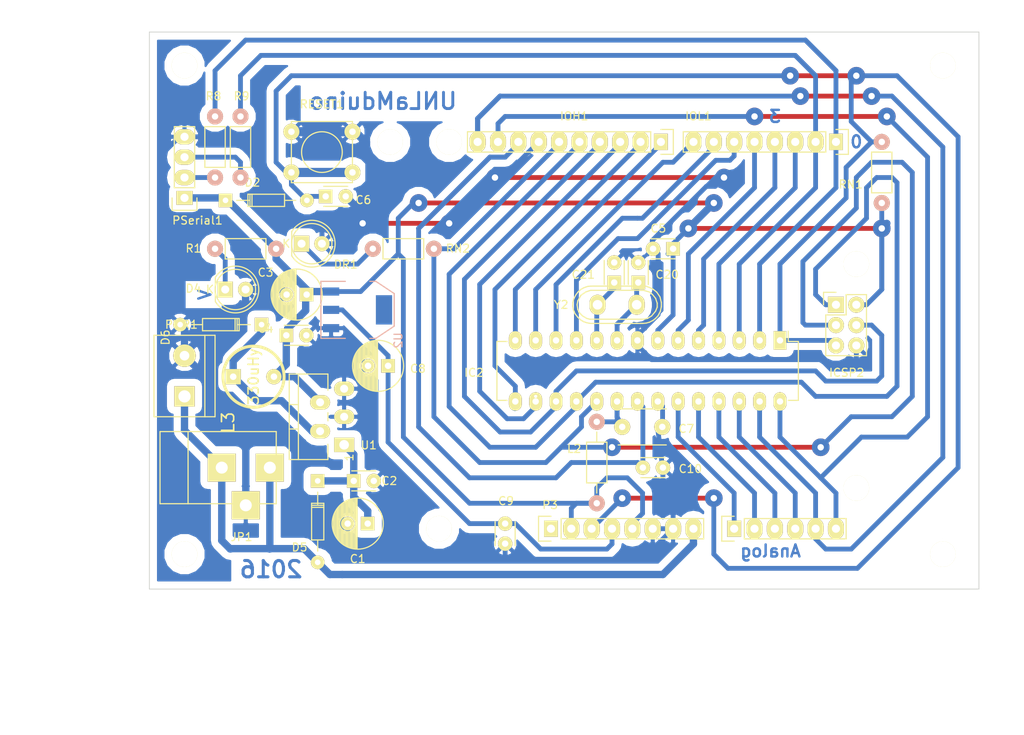
<source format=kicad_pcb>
(kicad_pcb (version 4) (host pcbnew 4.0.2+dfsg1-2~bpo8+1-stable)

  (general
    (links 101)
    (no_connects 0)
    (area 154.949999 38.949999 258.550001 108.550001)
    (thickness 1.6)
    (drawings 12)
    (tracks 491)
    (zones 0)
    (modules 46)
    (nets 36)
  )

  (page A4)
  (title_block
    (title "UNLaM-duino del LACIE")
    (date 2016-10-08)
    (rev 002)
    (company "LACIE UNLaM")
    (comment 1 "Gerardo Garcia, Diego Brengi")
  )

  (layers
    (0 F.Cu signal)
    (31 B.Cu signal)
    (32 B.Adhes user)
    (33 F.Adhes user)
    (34 B.Paste user)
    (35 F.Paste user)
    (36 B.SilkS user)
    (37 F.SilkS user)
    (38 B.Mask user)
    (39 F.Mask user)
    (40 Dwgs.User user)
    (41 Cmts.User user)
    (42 Eco1.User user)
    (43 Eco2.User user)
    (44 Edge.Cuts user)
    (45 Margin user)
    (46 B.CrtYd user)
    (47 F.CrtYd user)
    (48 B.Fab user)
    (49 F.Fab user)
  )

  (setup
    (last_trace_width 0.6)
    (user_trace_width 0.6)
    (user_trace_width 0.9144)
    (trace_clearance 0.5)
    (zone_clearance 0.9)
    (zone_45_only no)
    (trace_min 0.2)
    (segment_width 0.2)
    (edge_width 0.1)
    (via_size 2.2)
    (via_drill 0.8)
    (via_min_size 0.4)
    (via_min_drill 0.3)
    (uvia_size 0.3)
    (uvia_drill 0.1)
    (uvias_allowed no)
    (uvia_min_size 0)
    (uvia_min_drill 0)
    (pcb_text_width 0.3)
    (pcb_text_size 1.5 1.5)
    (mod_edge_width 0.15)
    (mod_text_size 1 1)
    (mod_text_width 0.15)
    (pad_size 3.50012 3.50012)
    (pad_drill 1.5)
    (pad_to_mask_clearance 0)
    (aux_axis_origin 0 0)
    (visible_elements 7FFEFFFF)
    (pcbplotparams
      (layerselection 0x00030_80000001)
      (usegerberextensions false)
      (excludeedgelayer true)
      (linewidth 0.100000)
      (plotframeref false)
      (viasonmask false)
      (mode 1)
      (useauxorigin false)
      (hpglpennumber 1)
      (hpglpenspeed 20)
      (hpglpendiameter 15)
      (hpglpenoverlay 2)
      (psnegative false)
      (psa4output false)
      (plotreference true)
      (plotvalue true)
      (plotinvisibletext false)
      (padsonsilk false)
      (subtractmaskfromsilk false)
      (outputformat 1)
      (mirror false)
      (drillshape 1)
      (scaleselection 1)
      (outputdirectory ""))
  )

  (net 0 "")
  (net 1 /AD0)
  (net 2 /AD1)
  (net 3 /AD2)
  (net 4 /AD3)
  (net 5 /AD4/SDA)
  (net 6 /AD5/SCL)
  (net 7 GND)
  (net 8 "Net-(C1-Pad1)")
  (net 9 +5V)
  (net 10 /RESET)
  (net 11 "Net-(C7-Pad1)")
  (net 12 +3V3)
  (net 13 /AREF)
  (net 14 /XTAL1)
  (net 15 /XTAL2)
  (net 16 "Net-(D4-Pad1)")
  (net 17 /VIN)
  (net 18 "Net-(D6-Pad1)")
  (net 19 "Net-(DR1-Pad1)")
  (net 20 /IO12)
  (net 21 /IO13)
  (net 22 /IO11)
  (net 23 /IO10)
  (net 24 /IO9)
  (net 25 /IO8)
  (net 26 /IO0)
  (net 27 /IO1)
  (net 28 /IO2)
  (net 29 /IO3)
  (net 30 /IO4)
  (net 31 /IO5)
  (net 32 /IO6)
  (net 33 /IO7)
  (net 34 "Net-(PSerial1-Pad2)")
  (net 35 "Net-(PSerial1-Pad3)")

  (net_class Default "This is the default net class."
    (clearance 0.5)
    (trace_width 0.25)
    (via_dia 2.2)
    (via_drill 0.8)
    (uvia_dia 0.3)
    (uvia_drill 0.1)
    (add_net +3V3)
    (add_net +5V)
    (add_net /AD0)
    (add_net /AD1)
    (add_net /AD2)
    (add_net /AD3)
    (add_net /AD4/SDA)
    (add_net /AD5/SCL)
    (add_net /AREF)
    (add_net /IO0)
    (add_net /IO1)
    (add_net /IO10)
    (add_net /IO11)
    (add_net /IO12)
    (add_net /IO13)
    (add_net /IO2)
    (add_net /IO3)
    (add_net /IO4)
    (add_net /IO5)
    (add_net /IO6)
    (add_net /IO7)
    (add_net /IO8)
    (add_net /IO9)
    (add_net /RESET)
    (add_net /VIN)
    (add_net /XTAL1)
    (add_net /XTAL2)
    (add_net GND)
    (add_net "Net-(C1-Pad1)")
    (add_net "Net-(C7-Pad1)")
    (add_net "Net-(D4-Pad1)")
    (add_net "Net-(D6-Pad1)")
    (add_net "Net-(DR1-Pad1)")
    (add_net "Net-(PSerial1-Pad2)")
    (add_net "Net-(PSerial1-Pad3)")
  )

  (module Mounting_Holes:MountingHole_3.2mm_M3 (layer F.Cu) (tedit 581CD9DD) (tstamp 581A7705)
    (at 254 104.14)
    (descr "Mounting Hole 3.2mm, no annular, M3")
    (tags "mounting hole 3.2mm no annular m3")
    (path /58080FE0)
    (fp_text reference A2 (at -0.635 -2.54) (layer F.SilkS) hide
      (effects (font (size 1 1) (thickness 0.15)))
    )
    (fp_text value Agujero (at 0 2.54) (layer F.Fab)
      (effects (font (size 1 1) (thickness 0.15)))
    )
    (fp_circle (center 0 0) (end 3.2 0) (layer Cmts.User) (width 0.15))
    (fp_circle (center 0 0) (end 3.45 0) (layer F.CrtYd) (width 0.05))
    (pad 1 np_thru_hole circle (at 0 0) (size 3.2 3.2) (drill 3.2) (layers *.Cu *.Mask F.SilkS))
  )

  (module Mounting_Holes:MountingHole_3.2mm_M3 (layer F.Cu) (tedit 581CD9E6) (tstamp 581A76F3)
    (at 159.385 104.14)
    (descr "Mounting Hole 3.2mm, no annular, M3")
    (tags "mounting hole 3.2mm no annular m3")
    (path /58080F61)
    (fp_text reference A3 (at -0.635 -2.54) (layer F.SilkS) hide
      (effects (font (size 1 1) (thickness 0.15)))
    )
    (fp_text value Agujero (at 0 2.54) (layer F.Fab)
      (effects (font (size 1 1) (thickness 0.15)))
    )
    (fp_circle (center 0 0) (end 3.2 0) (layer Cmts.User) (width 0.15))
    (fp_circle (center 0 0) (end 3.45 0) (layer F.CrtYd) (width 0.05))
    (pad 1 np_thru_hole circle (at 0 0) (size 3.2 3.2) (drill 3.2) (layers *.Cu *.Mask F.SilkS))
  )

  (module Mounting_Holes:MountingHole_3.2mm_M3 (layer F.Cu) (tedit 581CD9C0) (tstamp 581A7373)
    (at 185.039 52.705)
    (descr "Mounting Hole 3.2mm, no annular, M3")
    (tags "mounting hole 3.2mm no annular m3")
    (path /581D2690)
    (fp_text reference A5 (at -0.635 -2.54) (layer F.SilkS) hide
      (effects (font (size 1 1) (thickness 0.15)))
    )
    (fp_text value Agujero (at 0 2.54) (layer F.Fab)
      (effects (font (size 1 1) (thickness 0.15)))
    )
    (fp_circle (center 0 0) (end 3.2 0) (layer Cmts.User) (width 0.15))
    (fp_circle (center 0 0) (end 3.45 0) (layer F.CrtYd) (width 0.05))
    (pad 1 np_thru_hole circle (at 0 0) (size 3.2 3.2) (drill 3.2) (layers *.Cu *.Mask F.SilkS))
  )

  (module Mounting_Holes:MountingHole_3.2mm_M3 (layer F.Cu) (tedit 581CD9D2) (tstamp 581A736D)
    (at 159.385 43.18)
    (descr "Mounting Hole 3.2mm, no annular, M3")
    (tags "mounting hole 3.2mm no annular m3")
    (path /58080FE7)
    (fp_text reference A4 (at -0.635 -2.54) (layer F.SilkS) hide
      (effects (font (size 1 1) (thickness 0.15)))
    )
    (fp_text value Agujero (at 0 2.54) (layer F.Fab)
      (effects (font (size 1 1) (thickness 0.15)))
    )
    (fp_circle (center 0 0) (end 3.2 0) (layer Cmts.User) (width 0.15))
    (fp_circle (center 0 0) (end 3.45 0) (layer F.CrtYd) (width 0.05))
    (pad 1 np_thru_hole circle (at 0 0) (size 3.2 3.2) (drill 3.2) (layers *.Cu *.Mask F.SilkS))
  )

  (module Mounting_Holes:MountingHole_3.2mm_M3 (layer F.Cu) (tedit 581CD9D7) (tstamp 581A735F)
    (at 254 43.18)
    (descr "Mounting Hole 3.2mm, no annular, M3")
    (tags "mounting hole 3.2mm no annular m3")
    (path /58080CA5)
    (fp_text reference A1 (at -0.635 -2.54) (layer F.SilkS) hide
      (effects (font (size 1 1) (thickness 0.15)))
    )
    (fp_text value Agujero (at 0 2.54) (layer F.Fab)
      (effects (font (size 1 1) (thickness 0.15)))
    )
    (fp_circle (center 0 0) (end 3.2 0) (layer Cmts.User) (width 0.15))
    (fp_circle (center 0 0) (end 3.45 0) (layer F.CrtYd) (width 0.05))
    (pad 1 np_thru_hole circle (at 0 0) (size 3.2 3.2) (drill 3.2) (layers *.Cu *.Mask F.SilkS))
  )

  (module Pin_Headers:Pin_Header_Straight_1x06 (layer F.Cu) (tedit 581A7D22) (tstamp 57F90692)
    (at 227.965 100.965 90)
    (descr "Through hole pin header")
    (tags "pin header")
    (path /57F5F689)
    (fp_text reference AD1 (at 0 -5.1 90) (layer F.SilkS)
      (effects (font (size 1 1) (thickness 0.15)))
    )
    (fp_text value CONN_01X06 (at 0 -3.1 90) (layer F.Fab) hide
      (effects (font (size 1 1) (thickness 0.15)))
    )
    (fp_line (start -1.75 -1.75) (end -1.75 14.45) (layer F.CrtYd) (width 0.05))
    (fp_line (start 1.75 -1.75) (end 1.75 14.45) (layer F.CrtYd) (width 0.05))
    (fp_line (start -1.75 -1.75) (end 1.75 -1.75) (layer F.CrtYd) (width 0.05))
    (fp_line (start -1.75 14.45) (end 1.75 14.45) (layer F.CrtYd) (width 0.05))
    (fp_line (start 1.27 1.27) (end 1.27 13.97) (layer F.SilkS) (width 0.15))
    (fp_line (start 1.27 13.97) (end -1.27 13.97) (layer F.SilkS) (width 0.15))
    (fp_line (start -1.27 13.97) (end -1.27 1.27) (layer F.SilkS) (width 0.15))
    (fp_line (start 1.55 -1.55) (end 1.55 0) (layer F.SilkS) (width 0.15))
    (fp_line (start 1.27 1.27) (end -1.27 1.27) (layer F.SilkS) (width 0.15))
    (fp_line (start -1.55 0) (end -1.55 -1.55) (layer F.SilkS) (width 0.15))
    (fp_line (start -1.55 -1.55) (end 1.55 -1.55) (layer F.SilkS) (width 0.15))
    (pad 1 thru_hole rect (at 0 0 90) (size 2.032 1.7272) (drill 1.016) (layers *.Cu *.Mask F.SilkS)
      (net 1 /AD0))
    (pad 2 thru_hole oval (at 0 2.54 90) (size 2.6 2) (drill 1.016) (layers *.Cu *.Mask F.SilkS)
      (net 2 /AD1))
    (pad 3 thru_hole oval (at 0 5.08 90) (size 2.6 2) (drill 1.016) (layers *.Cu *.Mask F.SilkS)
      (net 3 /AD2))
    (pad 4 thru_hole oval (at 0 7.62 90) (size 2.6 2) (drill 1.016) (layers *.Cu *.Mask F.SilkS)
      (net 4 /AD3))
    (pad 5 thru_hole oval (at 0 10.16 90) (size 2.6 2) (drill 1.016) (layers *.Cu *.Mask F.SilkS)
      (net 5 /AD4/SDA))
    (pad 6 thru_hole oval (at 0 12.7 90) (size 2.6 2) (drill 1.016) (layers *.Cu *.Mask F.SilkS)
      (net 6 /AD5/SCL))
    (model Pin_Headers.3dshapes/Pin_Header_Straight_1x06.wrl
      (at (xyz 0 -0.25 0))
      (scale (xyz 1 1 1))
      (rotate (xyz 0 0 90))
    )
  )

  (module Capacitors_ThroughHole:C_Radial_D6.3_L11.2_P2.5 (layer F.Cu) (tedit 581CDA54) (tstamp 57F906A4)
    (at 174.625 71.755 180)
    (descr "Radial Electrolytic Capacitor, Diameter 6.3mm x Length 11.2mm, Pitch 2.5mm")
    (tags "Electrolytic Capacitor")
    (path /57F45673)
    (fp_text reference C3 (at 5.125 2.755 180) (layer F.SilkS)
      (effects (font (size 1 1) (thickness 0.15)))
    )
    (fp_text value "100uF 16v" (at 0.635 3.81 180) (layer F.Fab)
      (effects (font (size 1 1) (thickness 0.15)))
    )
    (fp_line (start 1.325 -3.149) (end 1.325 3.149) (layer F.SilkS) (width 0.15))
    (fp_line (start 1.465 -3.143) (end 1.465 3.143) (layer F.SilkS) (width 0.15))
    (fp_line (start 1.605 -3.13) (end 1.605 -0.446) (layer F.SilkS) (width 0.15))
    (fp_line (start 1.605 0.446) (end 1.605 3.13) (layer F.SilkS) (width 0.15))
    (fp_line (start 1.745 -3.111) (end 1.745 -0.656) (layer F.SilkS) (width 0.15))
    (fp_line (start 1.745 0.656) (end 1.745 3.111) (layer F.SilkS) (width 0.15))
    (fp_line (start 1.885 -3.085) (end 1.885 -0.789) (layer F.SilkS) (width 0.15))
    (fp_line (start 1.885 0.789) (end 1.885 3.085) (layer F.SilkS) (width 0.15))
    (fp_line (start 2.025 -3.053) (end 2.025 -0.88) (layer F.SilkS) (width 0.15))
    (fp_line (start 2.025 0.88) (end 2.025 3.053) (layer F.SilkS) (width 0.15))
    (fp_line (start 2.165 -3.014) (end 2.165 -0.942) (layer F.SilkS) (width 0.15))
    (fp_line (start 2.165 0.942) (end 2.165 3.014) (layer F.SilkS) (width 0.15))
    (fp_line (start 2.305 -2.968) (end 2.305 -0.981) (layer F.SilkS) (width 0.15))
    (fp_line (start 2.305 0.981) (end 2.305 2.968) (layer F.SilkS) (width 0.15))
    (fp_line (start 2.445 -2.915) (end 2.445 -0.998) (layer F.SilkS) (width 0.15))
    (fp_line (start 2.445 0.998) (end 2.445 2.915) (layer F.SilkS) (width 0.15))
    (fp_line (start 2.585 -2.853) (end 2.585 -0.996) (layer F.SilkS) (width 0.15))
    (fp_line (start 2.585 0.996) (end 2.585 2.853) (layer F.SilkS) (width 0.15))
    (fp_line (start 2.725 -2.783) (end 2.725 -0.974) (layer F.SilkS) (width 0.15))
    (fp_line (start 2.725 0.974) (end 2.725 2.783) (layer F.SilkS) (width 0.15))
    (fp_line (start 2.865 -2.704) (end 2.865 -0.931) (layer F.SilkS) (width 0.15))
    (fp_line (start 2.865 0.931) (end 2.865 2.704) (layer F.SilkS) (width 0.15))
    (fp_line (start 3.005 -2.616) (end 3.005 -0.863) (layer F.SilkS) (width 0.15))
    (fp_line (start 3.005 0.863) (end 3.005 2.616) (layer F.SilkS) (width 0.15))
    (fp_line (start 3.145 -2.516) (end 3.145 -0.764) (layer F.SilkS) (width 0.15))
    (fp_line (start 3.145 0.764) (end 3.145 2.516) (layer F.SilkS) (width 0.15))
    (fp_line (start 3.285 -2.404) (end 3.285 -0.619) (layer F.SilkS) (width 0.15))
    (fp_line (start 3.285 0.619) (end 3.285 2.404) (layer F.SilkS) (width 0.15))
    (fp_line (start 3.425 -2.279) (end 3.425 -0.38) (layer F.SilkS) (width 0.15))
    (fp_line (start 3.425 0.38) (end 3.425 2.279) (layer F.SilkS) (width 0.15))
    (fp_line (start 3.565 -2.136) (end 3.565 2.136) (layer F.SilkS) (width 0.15))
    (fp_line (start 3.705 -1.974) (end 3.705 1.974) (layer F.SilkS) (width 0.15))
    (fp_line (start 3.845 -1.786) (end 3.845 1.786) (layer F.SilkS) (width 0.15))
    (fp_line (start 3.985 -1.563) (end 3.985 1.563) (layer F.SilkS) (width 0.15))
    (fp_line (start 4.125 -1.287) (end 4.125 1.287) (layer F.SilkS) (width 0.15))
    (fp_line (start 4.265 -0.912) (end 4.265 0.912) (layer F.SilkS) (width 0.15))
    (fp_circle (center 2.5 0) (end 2.5 -1) (layer F.SilkS) (width 0.15))
    (fp_circle (center 1.25 0) (end 1.25 -3.1875) (layer F.SilkS) (width 0.15))
    (fp_circle (center 1.25 0) (end 1.25 -3.4) (layer F.CrtYd) (width 0.05))
    (pad 2 thru_hole circle (at 2.5 0 180) (size 1.7 1.7) (drill 0.8) (layers *.Cu *.Mask F.SilkS)
      (net 7 GND))
    (pad 1 thru_hole rect (at 0 0 180) (size 1.7 1.7) (drill 0.8) (layers *.Cu *.Mask F.SilkS)
      (net 9 +5V))
    (model Capacitors_ThroughHole.3dshapes/C_Radial_D6.3_L11.2_P2.5.wrl
      (at (xyz 0 0 0))
      (scale (xyz 1 1 1))
      (rotate (xyz 0 0 0))
    )
  )

  (module Capacitors_ThroughHole:C_Disc_D3_P2.5 (layer F.Cu) (tedit 581CDACD) (tstamp 57F906D4)
    (at 216 70.25 90)
    (descr "Capacitor 3mm Disc, Pitch 2.5mm")
    (tags Capacitor)
    (path /57F4B061)
    (fp_text reference C20 (at 0.985 3.6 180) (layer F.SilkS)
      (effects (font (size 1 1) (thickness 0.15)))
    )
    (fp_text value 22pF (at 5.715 0 90) (layer F.Fab)
      (effects (font (size 1 1) (thickness 0.15)))
    )
    (fp_line (start -0.9 -1.5) (end 3.4 -1.5) (layer F.CrtYd) (width 0.05))
    (fp_line (start 3.4 -1.5) (end 3.4 1.5) (layer F.CrtYd) (width 0.05))
    (fp_line (start 3.4 1.5) (end -0.9 1.5) (layer F.CrtYd) (width 0.05))
    (fp_line (start -0.9 1.5) (end -0.9 -1.5) (layer F.CrtYd) (width 0.05))
    (fp_line (start -0.25 -1.25) (end 2.75 -1.25) (layer F.SilkS) (width 0.15))
    (fp_line (start 2.75 1.25) (end -0.25 1.25) (layer F.SilkS) (width 0.15))
    (pad 1 thru_hole rect (at 0 0 90) (size 1.7 1.7) (drill 0.8) (layers *.Cu *.Mask F.SilkS)
      (net 14 /XTAL1))
    (pad 2 thru_hole circle (at 2.5 0 90) (size 1.8 1.8) (drill 0.8001) (layers *.Cu *.Mask F.SilkS)
      (net 7 GND))
    (model Capacitors_ThroughHole.3dshapes/C_Disc_D3_P2.5.wrl
      (at (xyz 0.0492126 0 0))
      (scale (xyz 1 1 1))
      (rotate (xyz 0 0 0))
    )
  )

  (module Capacitors_ThroughHole:C_Disc_D3_P2.5 (layer F.Cu) (tedit 581CDADD) (tstamp 57F906DA)
    (at 213 70.25 90)
    (descr "Capacitor 3mm Disc, Pitch 2.5mm")
    (tags Capacitor)
    (path /57F4B067)
    (fp_text reference C21 (at 0.985 -3.86 180) (layer F.SilkS)
      (effects (font (size 1 1) (thickness 0.15)))
    )
    (fp_text value 22pF (at 5.715 0 90) (layer F.Fab)
      (effects (font (size 1 1) (thickness 0.15)))
    )
    (fp_line (start -0.9 -1.5) (end 3.4 -1.5) (layer F.CrtYd) (width 0.05))
    (fp_line (start 3.4 -1.5) (end 3.4 1.5) (layer F.CrtYd) (width 0.05))
    (fp_line (start 3.4 1.5) (end -0.9 1.5) (layer F.CrtYd) (width 0.05))
    (fp_line (start -0.9 1.5) (end -0.9 -1.5) (layer F.CrtYd) (width 0.05))
    (fp_line (start -0.25 -1.25) (end 2.75 -1.25) (layer F.SilkS) (width 0.15))
    (fp_line (start 2.75 1.25) (end -0.25 1.25) (layer F.SilkS) (width 0.15))
    (pad 1 thru_hole rect (at 0 0 90) (size 1.7 1.7) (drill 0.8) (layers *.Cu *.Mask F.SilkS)
      (net 15 /XTAL2))
    (pad 2 thru_hole circle (at 2.5 0 90) (size 1.8 1.8) (drill 0.8001) (layers *.Cu *.Mask F.SilkS)
      (net 7 GND))
    (model Capacitors_ThroughHole.3dshapes/C_Disc_D3_P2.5.wrl
      (at (xyz 0.0492126 0 0))
      (scale (xyz 1 1 1))
      (rotate (xyz 0 0 0))
    )
  )

  (module LEDs:LED-5MM (layer F.Cu) (tedit 581CDA4A) (tstamp 57F906E6)
    (at 164.465 71.12)
    (descr "LED 5mm round vertical")
    (tags "LED 5mm round vertical")
    (path /57D8638C)
    (fp_text reference D4 (at -3.965 -0.12) (layer F.SilkS)
      (effects (font (size 1 1) (thickness 0.15)))
    )
    (fp_text value Verde (at 1.905 2.54) (layer F.Fab)
      (effects (font (size 1 1) (thickness 0.15)))
    )
    (fp_line (start -1.5 -1.55) (end -1.5 1.55) (layer F.CrtYd) (width 0.05))
    (fp_arc (start 1.3 0) (end -1.5 1.55) (angle -302) (layer F.CrtYd) (width 0.05))
    (fp_arc (start 1.27 0) (end -1.23 -1.5) (angle 297.5) (layer F.SilkS) (width 0.15))
    (fp_line (start -1.23 1.5) (end -1.23 -1.5) (layer F.SilkS) (width 0.15))
    (fp_circle (center 1.27 0) (end 0.97 -2.5) (layer F.SilkS) (width 0.15))
    (fp_text user K (at -1.905 0) (layer F.SilkS)
      (effects (font (size 1 1) (thickness 0.15)))
    )
    (pad 1 thru_hole rect (at 0 0 90) (size 2 1.9) (drill 1.00076) (layers *.Cu *.Mask F.SilkS)
      (net 16 "Net-(D4-Pad1)"))
    (pad 2 thru_hole circle (at 2.54 0) (size 1.9 1.9) (drill 1.00076) (layers *.Cu *.Mask F.SilkS)
      (net 7 GND))
    (model LEDs.3dshapes/LED-5MM.wrl
      (at (xyz 0.05 0 0))
      (scale (xyz 1 1 1))
      (rotate (xyz 0 0 90))
    )
  )

  (module LEDs:LED-5MM (layer F.Cu) (tedit 581CDA59) (tstamp 57F906F8)
    (at 173.99 65.405)
    (descr "LED 5mm round vertical")
    (tags "LED 5mm round vertical")
    (path /57F5F872)
    (fp_text reference DR1 (at 5.51 2.595) (layer F.SilkS)
      (effects (font (size 1 1) (thickness 0.15)))
    )
    (fp_text value Rojo (at 1.524 -3.937) (layer F.Fab)
      (effects (font (size 1 1) (thickness 0.15)))
    )
    (fp_line (start -1.5 -1.55) (end -1.5 1.55) (layer F.CrtYd) (width 0.05))
    (fp_arc (start 1.3 0) (end -1.5 1.55) (angle -302) (layer F.CrtYd) (width 0.05))
    (fp_arc (start 1.27 0) (end -1.23 -1.5) (angle 297.5) (layer F.SilkS) (width 0.15))
    (fp_line (start -1.23 1.5) (end -1.23 -1.5) (layer F.SilkS) (width 0.15))
    (fp_circle (center 1.27 0) (end 0.97 -2.5) (layer F.SilkS) (width 0.15))
    (fp_text user K (at -1.905 0) (layer F.SilkS)
      (effects (font (size 1 1) (thickness 0.15)))
    )
    (pad 1 thru_hole rect (at 0 0 90) (size 2 1.9) (drill 1.00076) (layers *.Cu *.Mask F.SilkS)
      (net 19 "Net-(DR1-Pad1)"))
    (pad 2 thru_hole circle (at 2.54 0) (size 1.9 1.9) (drill 1.00076) (layers *.Cu *.Mask F.SilkS)
      (net 7 GND))
    (model LEDs.3dshapes/LED-5MM.wrl
      (at (xyz 0.05 0 0))
      (scale (xyz 1 1 1))
      (rotate (xyz 0 0 90))
    )
  )

  (module Pin_Headers:Pin_Header_Straight_2x03 (layer F.Cu) (tedit 581CDAAC) (tstamp 57F90702)
    (at 240.665 73.025)
    (descr "Through hole pin header")
    (tags "pin header")
    (path /57D85557)
    (fp_text reference ICSP2 (at 1.335 8.475) (layer F.SilkS)
      (effects (font (size 1 1) (thickness 0.15)))
    )
    (fp_text value CONN_02X03 (at 9.525 3.175) (layer F.Fab)
      (effects (font (size 1 1) (thickness 0.15)))
    )
    (fp_line (start -1.27 1.27) (end -1.27 6.35) (layer F.SilkS) (width 0.15))
    (fp_line (start -1.55 -1.55) (end 0 -1.55) (layer F.SilkS) (width 0.15))
    (fp_line (start -1.75 -1.75) (end -1.75 6.85) (layer F.CrtYd) (width 0.05))
    (fp_line (start 4.3 -1.75) (end 4.3 6.85) (layer F.CrtYd) (width 0.05))
    (fp_line (start -1.75 -1.75) (end 4.3 -1.75) (layer F.CrtYd) (width 0.05))
    (fp_line (start -1.75 6.85) (end 4.3 6.85) (layer F.CrtYd) (width 0.05))
    (fp_line (start 1.27 -1.27) (end 1.27 1.27) (layer F.SilkS) (width 0.15))
    (fp_line (start 1.27 1.27) (end -1.27 1.27) (layer F.SilkS) (width 0.15))
    (fp_line (start -1.27 6.35) (end 3.81 6.35) (layer F.SilkS) (width 0.15))
    (fp_line (start 3.81 6.35) (end 3.81 1.27) (layer F.SilkS) (width 0.15))
    (fp_line (start -1.55 -1.55) (end -1.55 0) (layer F.SilkS) (width 0.15))
    (fp_line (start 3.81 -1.27) (end 1.27 -1.27) (layer F.SilkS) (width 0.15))
    (fp_line (start 3.81 1.27) (end 3.81 -1.27) (layer F.SilkS) (width 0.15))
    (pad 1 thru_hole rect (at 0 0) (size 2 2) (drill 1.016) (layers *.Cu *.Mask F.SilkS)
      (net 20 /IO12))
    (pad 2 thru_hole circle (at 2.54 0) (size 2 2) (drill 1.016) (layers *.Cu *.Mask F.SilkS)
      (net 9 +5V))
    (pad 3 thru_hole circle (at 0 2.54) (size 2 2) (drill 1.016) (layers *.Cu *.Mask F.SilkS)
      (net 21 /IO13))
    (pad 4 thru_hole circle (at 2.54 2.54) (size 2 2) (drill 1.016) (layers *.Cu *.Mask F.SilkS)
      (net 22 /IO11))
    (pad 5 thru_hole circle (at 0 5.08) (size 2 2) (drill 1.016) (layers *.Cu *.Mask F.SilkS)
      (net 10 /RESET))
    (pad 6 thru_hole circle (at 2.54 5.08) (size 2 2) (drill 1.016) (layers *.Cu *.Mask F.SilkS)
      (net 7 GND))
    (model Pin_Headers.3dshapes/Pin_Header_Straight_2x03.wrl
      (at (xyz 0.05 -0.1 0))
      (scale (xyz 1 1 1))
      (rotate (xyz 0 0 90))
    )
  )

  (module Pin_Headers:Pin_Header_Straight_1x10 (layer F.Cu) (tedit 581CDAC1) (tstamp 57F90710)
    (at 218.821 52.705 270)
    (descr "Through hole pin header")
    (tags "pin header")
    (path /57CF3A98)
    (fp_text reference IOH1 (at -3.205 10.821 360) (layer F.SilkS)
      (effects (font (size 1 1) (thickness 0.15)))
    )
    (fp_text value CONN_01X10 (at 2.921 4.699 360) (layer F.Fab) hide
      (effects (font (size 1 1) (thickness 0.15)))
    )
    (fp_line (start -1.75 -1.75) (end -1.75 24.65) (layer F.CrtYd) (width 0.05))
    (fp_line (start 1.75 -1.75) (end 1.75 24.65) (layer F.CrtYd) (width 0.05))
    (fp_line (start -1.75 -1.75) (end 1.75 -1.75) (layer F.CrtYd) (width 0.05))
    (fp_line (start -1.75 24.65) (end 1.75 24.65) (layer F.CrtYd) (width 0.05))
    (fp_line (start 1.27 1.27) (end 1.27 24.13) (layer F.SilkS) (width 0.15))
    (fp_line (start 1.27 24.13) (end -1.27 24.13) (layer F.SilkS) (width 0.15))
    (fp_line (start -1.27 24.13) (end -1.27 1.27) (layer F.SilkS) (width 0.15))
    (fp_line (start 1.55 -1.55) (end 1.55 0) (layer F.SilkS) (width 0.15))
    (fp_line (start 1.27 1.27) (end -1.27 1.27) (layer F.SilkS) (width 0.15))
    (fp_line (start -1.55 0) (end -1.55 -1.55) (layer F.SilkS) (width 0.15))
    (fp_line (start -1.55 -1.55) (end 1.55 -1.55) (layer F.SilkS) (width 0.15))
    (pad 1 thru_hole rect (at 0 0 270) (size 2.032 1.7272) (drill 1.016) (layers *.Cu *.Mask F.SilkS)
      (net 25 /IO8))
    (pad 2 thru_hole oval (at 0 2.54 270) (size 2.6 2) (drill 1.016) (layers *.Cu *.Mask F.SilkS)
      (net 24 /IO9))
    (pad 3 thru_hole oval (at 0 5.08 270) (size 2.6 2) (drill 1.016) (layers *.Cu *.Mask F.SilkS)
      (net 23 /IO10))
    (pad 4 thru_hole oval (at 0 7.62 270) (size 2.6 2) (drill 1.016) (layers *.Cu *.Mask F.SilkS)
      (net 22 /IO11))
    (pad 5 thru_hole oval (at 0 10.16 270) (size 2.6 2) (drill 1.016) (layers *.Cu *.Mask F.SilkS)
      (net 20 /IO12))
    (pad 6 thru_hole oval (at 0 12.7 270) (size 2.6 2) (drill 1.016) (layers *.Cu *.Mask F.SilkS)
      (net 21 /IO13))
    (pad 7 thru_hole oval (at 0 15.24 270) (size 2.6 2) (drill 1.016) (layers *.Cu *.Mask F.SilkS)
      (net 7 GND))
    (pad 8 thru_hole oval (at 0 17.78 270) (size 2.6 2) (drill 1.016) (layers *.Cu *.Mask F.SilkS)
      (net 13 /AREF))
    (pad 9 thru_hole oval (at 0 20.32 270) (size 2.6 2) (drill 1.016) (layers *.Cu *.Mask F.SilkS)
      (net 6 /AD5/SCL))
    (pad 10 thru_hole oval (at 0 22.86 270) (size 2.6 2) (drill 1.016) (layers *.Cu *.Mask F.SilkS)
      (net 5 /AD4/SDA))
    (model Pin_Headers.3dshapes/Pin_Header_Straight_1x10.wrl
      (at (xyz 0 -0.45 0))
      (scale (xyz 1 1 1))
      (rotate (xyz 0 0 90))
    )
  )

  (module Pin_Headers:Pin_Header_Straight_1x08 (layer F.Cu) (tedit 581CDABF) (tstamp 57F9071C)
    (at 240.665 52.705 270)
    (descr "Through hole pin header")
    (tags "pin header")
    (path /57CF346A)
    (fp_text reference IOL1 (at -3.205 17.165 360) (layer F.SilkS)
      (effects (font (size 1 1) (thickness 0.15)))
    )
    (fp_text value CONN_01X08 (at 0 -3.1 270) (layer F.Fab) hide
      (effects (font (size 1 1) (thickness 0.15)))
    )
    (fp_line (start -1.75 -1.75) (end -1.75 19.55) (layer F.CrtYd) (width 0.05))
    (fp_line (start 1.75 -1.75) (end 1.75 19.55) (layer F.CrtYd) (width 0.05))
    (fp_line (start -1.75 -1.75) (end 1.75 -1.75) (layer F.CrtYd) (width 0.05))
    (fp_line (start -1.75 19.55) (end 1.75 19.55) (layer F.CrtYd) (width 0.05))
    (fp_line (start 1.27 1.27) (end 1.27 19.05) (layer F.SilkS) (width 0.15))
    (fp_line (start 1.27 19.05) (end -1.27 19.05) (layer F.SilkS) (width 0.15))
    (fp_line (start -1.27 19.05) (end -1.27 1.27) (layer F.SilkS) (width 0.15))
    (fp_line (start 1.55 -1.55) (end 1.55 0) (layer F.SilkS) (width 0.15))
    (fp_line (start 1.27 1.27) (end -1.27 1.27) (layer F.SilkS) (width 0.15))
    (fp_line (start -1.55 0) (end -1.55 -1.55) (layer F.SilkS) (width 0.15))
    (fp_line (start -1.55 -1.55) (end 1.55 -1.55) (layer F.SilkS) (width 0.15))
    (pad 1 thru_hole rect (at 0 0 270) (size 2.032 1.7272) (drill 1.016) (layers *.Cu *.Mask F.SilkS)
      (net 26 /IO0))
    (pad 2 thru_hole oval (at 0 2.54 270) (size 2.6 2) (drill 1.016) (layers *.Cu *.Mask F.SilkS)
      (net 27 /IO1))
    (pad 3 thru_hole oval (at 0 5.08 270) (size 2.6 2) (drill 1.016) (layers *.Cu *.Mask F.SilkS)
      (net 28 /IO2))
    (pad 4 thru_hole oval (at 0 7.62 270) (size 2.6 2) (drill 1.016) (layers *.Cu *.Mask F.SilkS)
      (net 29 /IO3))
    (pad 5 thru_hole oval (at 0 10.16 270) (size 2.6 2) (drill 1.016) (layers *.Cu *.Mask F.SilkS)
      (net 30 /IO4))
    (pad 6 thru_hole oval (at 0 12.7 270) (size 2.6 2) (drill 1.016) (layers *.Cu *.Mask F.SilkS)
      (net 31 /IO5))
    (pad 7 thru_hole oval (at 0 15.24 270) (size 2.6 2) (drill 1.016) (layers *.Cu *.Mask F.SilkS)
      (net 32 /IO6))
    (pad 8 thru_hole oval (at 0 17.78 270) (size 2.6 2) (drill 1.016) (layers *.Cu *.Mask F.SilkS)
      (net 33 /IO7))
    (model Pin_Headers.3dshapes/Pin_Header_Straight_1x08.wrl
      (at (xyz 0 -0.35 0))
      (scale (xyz 1 1 1))
      (rotate (xyz 0 0 90))
    )
  )

  (module Connect:BARREL_JACK (layer F.Cu) (tedit 581CDA83) (tstamp 57F90723)
    (at 163.83 93.345)
    (descr "DC Barrel Jack")
    (tags "Power Jack")
    (path /57F5A399)
    (fp_text reference JP1 (at 2.67 8.655 180) (layer F.SilkS)
      (effects (font (size 1 1) (thickness 0.15)))
    )
    (fp_text value JACK_2P (at 0 -5.99948) (layer F.Fab)
      (effects (font (size 1 1) (thickness 0.15)))
    )
    (fp_line (start -4.0005 -4.50088) (end -4.0005 4.50088) (layer F.SilkS) (width 0.15))
    (fp_line (start -7.50062 -4.50088) (end -7.50062 4.50088) (layer F.SilkS) (width 0.15))
    (fp_line (start -7.50062 4.50088) (end 7.00024 4.50088) (layer F.SilkS) (width 0.15))
    (fp_line (start 7.00024 4.50088) (end 7.00024 -4.50088) (layer F.SilkS) (width 0.15))
    (fp_line (start 7.00024 -4.50088) (end -7.50062 -4.50088) (layer F.SilkS) (width 0.15))
    (pad 1 thru_hole rect (at 6.20014 0) (size 3.50012 3.50012) (drill 1.5) (layers *.Cu *.Mask F.SilkS)
      (net 17 /VIN))
    (pad 2 thru_hole rect (at 0.20066 0) (size 3.50012 3.50012) (drill 1.5) (layers *.Cu *.Mask F.SilkS)
      (net 17 /VIN))
    (pad 3 thru_hole rect (at 3.2004 4.699) (size 3.50012 3.50012) (drill 1.5) (layers *.Cu *.Mask F.SilkS)
      (net 7 GND))
  )

  (module Resistors_ThroughHole:Resistor_Horizontal_RM10mm (layer F.Cu) (tedit 581CDA9B) (tstamp 57F90729)
    (at 210.82 97.79 90)
    (descr "Resistor, Axial,  RM 10mm, 1/3W")
    (tags "Resistor Axial RM 10mm 1/3W")
    (path /57F40063)
    (fp_text reference L2 (at 6.79 -2.82 180) (layer F.SilkS)
      (effects (font (size 1 1) (thickness 0.15)))
    )
    (fp_text value L_Small (at 5.08 -2.54 90) (layer F.Fab)
      (effects (font (size 1 1) (thickness 0.15)))
    )
    (fp_line (start -1.25 -1.5) (end 11.4 -1.5) (layer F.CrtYd) (width 0.05))
    (fp_line (start -1.25 1.5) (end -1.25 -1.5) (layer F.CrtYd) (width 0.05))
    (fp_line (start 11.4 -1.5) (end 11.4 1.5) (layer F.CrtYd) (width 0.05))
    (fp_line (start -1.25 1.5) (end 11.4 1.5) (layer F.CrtYd) (width 0.05))
    (fp_line (start 2.54 -1.27) (end 7.62 -1.27) (layer F.SilkS) (width 0.15))
    (fp_line (start 7.62 -1.27) (end 7.62 1.27) (layer F.SilkS) (width 0.15))
    (fp_line (start 7.62 1.27) (end 2.54 1.27) (layer F.SilkS) (width 0.15))
    (fp_line (start 2.54 1.27) (end 2.54 -1.27) (layer F.SilkS) (width 0.15))
    (fp_line (start 2.54 0) (end 1.27 0) (layer F.SilkS) (width 0.15))
    (fp_line (start 7.62 0) (end 8.89 0) (layer F.SilkS) (width 0.15))
    (pad 1 thru_hole circle (at 0 0 90) (size 1.99898 1.99898) (drill 0.8) (layers *.Cu *.SilkS *.Mask)
      (net 9 +5V))
    (pad 2 thru_hole circle (at 10.16 0 90) (size 1.99898 1.99898) (drill 0.8) (layers *.Cu *.SilkS *.Mask)
      (net 11 "Net-(C7-Pad1)"))
    (model Resistors_ThroughHole.3dshapes/Resistor_Horizontal_RM10mm.wrl
      (at (xyz 0.2 0 0))
      (scale (xyz 0.4 0.4 0.4))
      (rotate (xyz 0 0 0))
    )
  )

  (module Pin_Headers:Pin_Header_Straight_1x08 (layer F.Cu) (tedit 581CDA97) (tstamp 57F9073B)
    (at 205.105 100.965 90)
    (descr "Through hole pin header")
    (tags "pin header")
    (path /57F5793B)
    (fp_text reference P3 (at 2.965 -0.105 180) (layer F.SilkS)
      (effects (font (size 1 1) (thickness 0.15)))
    )
    (fp_text value CONN_01X08 (at 0 -3.1 90) (layer F.Fab) hide
      (effects (font (size 1 1) (thickness 0.15)))
    )
    (fp_line (start -1.75 -1.75) (end -1.75 19.55) (layer F.CrtYd) (width 0.05))
    (fp_line (start 1.75 -1.75) (end 1.75 19.55) (layer F.CrtYd) (width 0.05))
    (fp_line (start -1.75 -1.75) (end 1.75 -1.75) (layer F.CrtYd) (width 0.05))
    (fp_line (start -1.75 19.55) (end 1.75 19.55) (layer F.CrtYd) (width 0.05))
    (fp_line (start 1.27 1.27) (end 1.27 19.05) (layer F.SilkS) (width 0.15))
    (fp_line (start 1.27 19.05) (end -1.27 19.05) (layer F.SilkS) (width 0.15))
    (fp_line (start -1.27 19.05) (end -1.27 1.27) (layer F.SilkS) (width 0.15))
    (fp_line (start 1.55 -1.55) (end 1.55 0) (layer F.SilkS) (width 0.15))
    (fp_line (start 1.27 1.27) (end -1.27 1.27) (layer F.SilkS) (width 0.15))
    (fp_line (start -1.55 0) (end -1.55 -1.55) (layer F.SilkS) (width 0.15))
    (fp_line (start -1.55 -1.55) (end 1.55 -1.55) (layer F.SilkS) (width 0.15))
    (pad 1 thru_hole rect (at 0 0 90) (size 2.032 1.7272) (drill 1.016) (layers *.Cu *.Mask F.SilkS))
    (pad 2 thru_hole oval (at 0 2.54 90) (size 2.6 2) (drill 1.016) (layers *.Cu *.Mask F.SilkS)
      (net 9 +5V))
    (pad 3 thru_hole oval (at 0 5.08 90) (size 2.6 2) (drill 1.016) (layers *.Cu *.Mask F.SilkS)
      (net 10 /RESET))
    (pad 4 thru_hole oval (at 0 7.62 90) (size 2.6 2) (drill 1.016) (layers *.Cu *.Mask F.SilkS)
      (net 12 +3V3))
    (pad 5 thru_hole oval (at 0 10.16 90) (size 2.6 2) (drill 1.016) (layers *.Cu *.Mask F.SilkS)
      (net 9 +5V))
    (pad 6 thru_hole oval (at 0 12.7 90) (size 2.6 2) (drill 1.016) (layers *.Cu *.Mask F.SilkS)
      (net 7 GND))
    (pad 7 thru_hole oval (at 0 15.24 90) (size 2.6 2) (drill 1.016) (layers *.Cu *.Mask F.SilkS)
      (net 7 GND))
    (pad 8 thru_hole oval (at 0 17.78 90) (size 2.6 2) (drill 1.016) (layers *.Cu *.Mask F.SilkS)
      (net 17 /VIN))
    (model Pin_Headers.3dshapes/Pin_Header_Straight_1x08.wrl
      (at (xyz 0 -0.35 0))
      (scale (xyz 1 1 1))
      (rotate (xyz 0 0 90))
    )
  )

  (module Pin_Headers:Pin_Header_Straight_1x04 (layer F.Cu) (tedit 581CDA19) (tstamp 57F90743)
    (at 159.385 59.69 180)
    (descr "Through hole pin header")
    (tags "pin header")
    (path /57F59FA2)
    (fp_text reference PSerial1 (at -1.615 -2.81 180) (layer F.SilkS)
      (effects (font (size 1 1) (thickness 0.15)))
    )
    (fp_text value CONN_01X04 (at -3.175 10.16 180) (layer F.Fab)
      (effects (font (size 1 1) (thickness 0.15)))
    )
    (fp_line (start -1.75 -1.75) (end -1.75 9.4) (layer F.CrtYd) (width 0.05))
    (fp_line (start 1.75 -1.75) (end 1.75 9.4) (layer F.CrtYd) (width 0.05))
    (fp_line (start -1.75 -1.75) (end 1.75 -1.75) (layer F.CrtYd) (width 0.05))
    (fp_line (start -1.75 9.4) (end 1.75 9.4) (layer F.CrtYd) (width 0.05))
    (fp_line (start -1.27 1.27) (end -1.27 8.89) (layer F.SilkS) (width 0.15))
    (fp_line (start 1.27 1.27) (end 1.27 8.89) (layer F.SilkS) (width 0.15))
    (fp_line (start 1.55 -1.55) (end 1.55 0) (layer F.SilkS) (width 0.15))
    (fp_line (start -1.27 8.89) (end 1.27 8.89) (layer F.SilkS) (width 0.15))
    (fp_line (start 1.27 1.27) (end -1.27 1.27) (layer F.SilkS) (width 0.15))
    (fp_line (start -1.55 0) (end -1.55 -1.55) (layer F.SilkS) (width 0.15))
    (fp_line (start -1.55 -1.55) (end 1.55 -1.55) (layer F.SilkS) (width 0.15))
    (pad 1 thru_hole rect (at 0 0 180) (size 2.032 1.7272) (drill 1.016) (layers *.Cu *.Mask F.SilkS)
      (net 9 +5V))
    (pad 2 thru_hole oval (at 0 2.54 180) (size 2.5 1.9) (drill 1.016) (layers *.Cu *.Mask F.SilkS)
      (net 34 "Net-(PSerial1-Pad2)"))
    (pad 3 thru_hole oval (at 0 5.08 180) (size 2.5 1.9) (drill 1.016) (layers *.Cu *.Mask F.SilkS)
      (net 35 "Net-(PSerial1-Pad3)"))
    (pad 4 thru_hole oval (at 0 7.62 180) (size 2.5 1.9) (drill 1.016) (layers *.Cu *.Mask F.SilkS)
      (net 7 GND))
    (model Pin_Headers.3dshapes/Pin_Header_Straight_1x04.wrl
      (at (xyz 0 -0.15 0))
      (scale (xyz 1 1 1))
      (rotate (xyz 0 0 90))
    )
  )

  (module Connect:bornier2 (layer F.Cu) (tedit 581CDA61) (tstamp 57F90749)
    (at 159.385 81.915 90)
    (descr "Bornier d'alimentation 2 pins")
    (tags DEV)
    (path /57F59B29)
    (fp_text reference PWR1 (at 6.415 -0.385 180) (layer F.SilkS)
      (effects (font (size 1 1) (thickness 0.15)))
    )
    (fp_text value CONN_01X02 (at 6.35 0.635 180) (layer F.Fab)
      (effects (font (size 1 1) (thickness 0.15)))
    )
    (fp_line (start 5.08 2.54) (end -5.08 2.54) (layer F.SilkS) (width 0.15))
    (fp_line (start 5.08 3.81) (end 5.08 -3.81) (layer F.SilkS) (width 0.15))
    (fp_line (start 5.08 -3.81) (end -5.08 -3.81) (layer F.SilkS) (width 0.15))
    (fp_line (start -5.08 -3.81) (end -5.08 3.81) (layer F.SilkS) (width 0.15))
    (fp_line (start -5.08 3.81) (end 5.08 3.81) (layer F.SilkS) (width 0.15))
    (pad 1 thru_hole rect (at -2.54 0 90) (size 2.54 2.54) (drill 1.524) (layers *.Cu *.Mask F.SilkS)
      (net 17 /VIN))
    (pad 2 thru_hole circle (at 2.54 0 90) (size 2.8 2.8) (drill 1.2) (layers *.Cu *.Mask F.SilkS)
      (net 7 GND))
    (model Connect.3dshapes/bornier2.wrl
      (at (xyz 0 0 0))
      (scale (xyz 1 1 1))
      (rotate (xyz 0 0 0))
    )
  )

  (module Buttons_Switches_ThroughHole:SW_PUSH_SMALL (layer F.Cu) (tedit 581CDA05) (tstamp 57F90763)
    (at 176.53 53.975 180)
    (path /57F4D9C0)
    (fp_text reference RESET1 (at 0.03 5.975 180) (layer F.SilkS)
      (effects (font (size 1 1) (thickness 0.15)))
    )
    (fp_text value SW_PUSH (at -0.127 4.445 180) (layer F.Fab)
      (effects (font (size 1 1) (thickness 0.15)))
    )
    (fp_circle (center 0 0) (end 0 -2.54) (layer F.SilkS) (width 0.15))
    (fp_line (start -3.81 -3.81) (end 3.81 -3.81) (layer F.SilkS) (width 0.15))
    (fp_line (start 3.81 -3.81) (end 3.81 3.81) (layer F.SilkS) (width 0.15))
    (fp_line (start 3.81 3.81) (end -3.81 3.81) (layer F.SilkS) (width 0.15))
    (fp_line (start -3.81 -3.81) (end -3.81 3.81) (layer F.SilkS) (width 0.15))
    (pad 1 thru_hole circle (at 3.81 -2.54 180) (size 2 2) (drill 0.8128) (layers *.Cu *.Mask F.SilkS)
      (net 10 /RESET))
    (pad 2 thru_hole circle (at 3.81 2.54 180) (size 2 2) (drill 0.8128) (layers *.Cu *.Mask F.SilkS)
      (net 7 GND))
    (pad 1 thru_hole circle (at -3.81 -2.54 180) (size 2 2) (drill 0.8128) (layers *.Cu *.Mask F.SilkS)
      (net 10 /RESET))
    (pad 2 thru_hole circle (at -3.81 2.54 180) (size 2 2) (drill 0.8128) (layers *.Cu *.Mask F.SilkS)
      (net 7 GND))
  )

  (module TO_SOT_Packages_THT:Pentawatt_Neutral_Staggered_Verical_TO220-5-T05D (layer F.Cu) (tedit 581CDA76) (tstamp 57F90778)
    (at 175.5 87 90)
    (descr "Pentawatt, Neutral, Staggered, Verical, TO220-5, T05D,")
    (tags "Pentawatt, Neutral, Staggered, Verical, TO220-5, T05D,")
    (path /57F44886)
    (fp_text reference U1 (at -3.545 6.875 180) (layer F.SilkS)
      (effects (font (size 1 1) (thickness 0.15)))
    )
    (fp_text value LM2576 (at 5.08 5.715 180) (layer F.Fab)
      (effects (font (size 1 1) (thickness 0.15)))
    )
    (fp_text user 1 (at -5.08 4.445 90) (layer F.SilkS)
      (effects (font (size 1 1) (thickness 0.15)))
    )
    (fp_line (start 3.302 1.778) (end 5.334 1.778) (layer F.SilkS) (width 0.15))
    (fp_line (start -0.508 1.778) (end 0.508 1.778) (layer F.SilkS) (width 0.15))
    (fp_line (start -5.334 1.778) (end -3.429 1.778) (layer F.SilkS) (width 0.15))
    (fp_line (start -1.524 -3.048) (end -1.524 -1.905) (layer F.SilkS) (width 0.15))
    (fp_line (start 1.524 -3.048) (end 1.524 -1.905) (layer F.SilkS) (width 0.15))
    (fp_line (start 5.334 -1.905) (end 5.334 1.778) (layer F.SilkS) (width 0.15))
    (fp_line (start -5.334 1.778) (end -5.334 -1.905) (layer F.SilkS) (width 0.15))
    (fp_line (start 5.334 -3.048) (end 5.334 -1.905) (layer F.SilkS) (width 0.15))
    (fp_line (start 5.334 -1.905) (end -5.334 -1.905) (layer F.SilkS) (width 0.15))
    (fp_line (start -5.334 -1.905) (end -5.334 -3.048) (layer F.SilkS) (width 0.15))
    (fp_line (start 0 -3.048) (end -5.334 -3.048) (layer F.SilkS) (width 0.15))
    (fp_line (start 0 -3.048) (end 5.334 -3.048) (layer F.SilkS) (width 0.15))
    (pad 3 thru_hole oval (at 0 3.79984 180) (size 2.49936 1.80086) (drill 1) (layers *.Cu *.Mask F.SilkS)
      (net 7 GND))
    (pad 1 thru_hole rect (at -3.50012 3.79984 180) (size 2.49936 1.80086) (drill 1.19888) (layers *.Cu *.Mask F.SilkS)
      (net 8 "Net-(C1-Pad1)"))
    (pad 5 thru_hole oval (at 3.50012 3.79984 180) (size 2.49936 1.80086) (drill 1) (layers *.Cu *.Mask F.SilkS)
      (net 7 GND))
    (pad 4 thru_hole oval (at 1.80086 0.8001 180) (size 2.49936 1.80086) (drill 1) (layers *.Cu *.Mask F.SilkS)
      (net 9 +5V))
    (pad 2 thru_hole oval (at -1.80086 0.8001 180) (size 2.49936 1.80086) (drill 1) (layers *.Cu *.Mask F.SilkS)
      (net 18 "Net-(D6-Pad1)"))
    (model TO_SOT_Packages_THT.3dshapes/Pentawatt_Neutral_Staggered_Verical_TO220-5-T05D.wrl
      (at (xyz 0 0 0))
      (scale (xyz 0.3937 0.3937 0.3937))
      (rotate (xyz 0 0 0))
    )
  )

  (module TO_SOT_Packages_SMD:SOT-223 (layer B.Cu) (tedit 580B8DAE) (tstamp 57F90780)
    (at 180.975 73.66 90)
    (descr "module CMS SOT223 4 pins")
    (tags "CMS SOT")
    (path /57F5E03B)
    (attr smd)
    (fp_text reference U2 (at -3.81 5.08 90) (layer B.SilkS)
      (effects (font (size 1 1) (thickness 0.15)) (justify mirror))
    )
    (fp_text value AP111733 (at 0.635 -5.715 90) (layer B.Fab)
      (effects (font (size 1 1) (thickness 0.15)) (justify mirror))
    )
    (fp_line (start -3.556 -1.524) (end -3.556 -4.572) (layer B.SilkS) (width 0.15))
    (fp_line (start -3.556 -4.572) (end 3.556 -4.572) (layer B.SilkS) (width 0.15))
    (fp_line (start 3.556 -4.572) (end 3.556 -1.524) (layer B.SilkS) (width 0.15))
    (fp_line (start -3.556 1.524) (end -3.556 2.286) (layer B.SilkS) (width 0.15))
    (fp_line (start -3.556 2.286) (end -2.032 4.572) (layer B.SilkS) (width 0.15))
    (fp_line (start -2.032 4.572) (end 2.032 4.572) (layer B.SilkS) (width 0.15))
    (fp_line (start 2.032 4.572) (end 3.556 2.286) (layer B.SilkS) (width 0.15))
    (fp_line (start 3.556 2.286) (end 3.556 1.524) (layer B.SilkS) (width 0.15))
    (pad 4 smd rect (at 0 3.302 90) (size 3.6576 2.032) (layers B.Cu B.Paste B.Mask))
    (pad 2 smd rect (at 0 -3.302 90) (size 1.016 2.032) (layers B.Cu B.Paste B.Mask)
      (net 12 +3V3))
    (pad 3 smd rect (at 2.286 -3.302 90) (size 1.016 2.032) (layers B.Cu B.Paste B.Mask)
      (net 9 +5V))
    (pad 1 smd rect (at -2.286 -3.302 90) (size 1.016 2.032) (layers B.Cu B.Paste B.Mask)
      (net 7 GND))
    (model TO_SOT_Packages_SMD.3dshapes/SOT-223.wrl
      (at (xyz 0 0 0))
      (scale (xyz 0.4 0.4 0.4))
      (rotate (xyz 0 0 0))
    )
  )

  (module Housings_DIP:DIP-28_W7.62mm_LongPads (layer F.Cu) (tedit 581CDB1D) (tstamp 57F9097C)
    (at 233.68 77.47 270)
    (descr "28-lead dip package, row spacing 7.62 mm (300 mils), longer pads")
    (tags "dil dip 2.54 300")
    (path /57CF3282)
    (fp_text reference IC2 (at 4.03 38.18 360) (layer F.SilkS)
      (effects (font (size 1 1) (thickness 0.15)))
    )
    (fp_text value ATMEGA328-P (at 0 -3.175 270) (layer F.Fab)
      (effects (font (size 1 1) (thickness 0.15)))
    )
    (fp_line (start -1.4 -2.45) (end -1.4 35.5) (layer F.CrtYd) (width 0.05))
    (fp_line (start 9 -2.45) (end 9 35.5) (layer F.CrtYd) (width 0.05))
    (fp_line (start -1.4 -2.45) (end 9 -2.45) (layer F.CrtYd) (width 0.05))
    (fp_line (start -1.4 35.5) (end 9 35.5) (layer F.CrtYd) (width 0.05))
    (fp_line (start 0.135 -2.295) (end 0.135 -1.025) (layer F.SilkS) (width 0.15))
    (fp_line (start 7.485 -2.295) (end 7.485 -1.025) (layer F.SilkS) (width 0.15))
    (fp_line (start 7.485 35.315) (end 7.485 34.045) (layer F.SilkS) (width 0.15))
    (fp_line (start 0.135 35.315) (end 0.135 34.045) (layer F.SilkS) (width 0.15))
    (fp_line (start 0.135 -2.295) (end 7.485 -2.295) (layer F.SilkS) (width 0.15))
    (fp_line (start 0.135 35.315) (end 7.485 35.315) (layer F.SilkS) (width 0.15))
    (fp_line (start 0.135 -1.025) (end -1.15 -1.025) (layer F.SilkS) (width 0.15))
    (pad 1 thru_hole rect (at 0 0 270) (size 2.3 1.6) (drill 0.8) (layers *.Cu *.Mask F.SilkS)
      (net 10 /RESET))
    (pad 2 thru_hole oval (at 0 2.54 270) (size 2.3 1.6) (drill 0.8) (layers *.Cu *.Mask F.SilkS)
      (net 26 /IO0))
    (pad 3 thru_hole oval (at 0 5.08 270) (size 2.3 1.6) (drill 0.8) (layers *.Cu *.Mask F.SilkS)
      (net 27 /IO1))
    (pad 4 thru_hole oval (at 0 7.62 270) (size 2.3 1.6) (drill 0.8) (layers *.Cu *.Mask F.SilkS)
      (net 28 /IO2))
    (pad 5 thru_hole oval (at 0 10.16 270) (size 2.3 1.6) (drill 0.8) (layers *.Cu *.Mask F.SilkS)
      (net 29 /IO3))
    (pad 6 thru_hole oval (at 0 12.7 270) (size 2.3 1.6) (drill 0.8) (layers *.Cu *.Mask F.SilkS)
      (net 30 /IO4))
    (pad 7 thru_hole oval (at 0 15.24 270) (size 2.3 1.6) (drill 0.8) (layers *.Cu *.Mask F.SilkS)
      (net 9 +5V))
    (pad 8 thru_hole oval (at 0 17.78 270) (size 2.3 1.6) (drill 0.8) (layers *.Cu *.Mask F.SilkS)
      (net 7 GND))
    (pad 9 thru_hole oval (at 0 20.32 270) (size 2.3 1.6) (drill 0.8) (layers *.Cu *.Mask F.SilkS)
      (net 14 /XTAL1))
    (pad 10 thru_hole oval (at 0 22.86 270) (size 2.3 1.6) (drill 0.8) (layers *.Cu *.Mask F.SilkS)
      (net 15 /XTAL2))
    (pad 11 thru_hole oval (at 0 25.4 270) (size 2.3 1.6) (drill 0.8) (layers *.Cu *.Mask F.SilkS)
      (net 31 /IO5))
    (pad 12 thru_hole oval (at 0 27.94 270) (size 2.3 1.6) (drill 0.8) (layers *.Cu *.Mask F.SilkS)
      (net 32 /IO6))
    (pad 13 thru_hole oval (at 0 30.48 270) (size 2.3 1.6) (drill 0.8) (layers *.Cu *.Mask F.SilkS)
      (net 33 /IO7))
    (pad 14 thru_hole oval (at 0 33.02 270) (size 2.3 1.6) (drill 0.8) (layers *.Cu *.Mask F.SilkS)
      (net 25 /IO8))
    (pad 15 thru_hole oval (at 7.62 33.02 270) (size 2.3 1.6) (drill 0.8) (layers *.Cu *.Mask F.SilkS)
      (net 24 /IO9))
    (pad 16 thru_hole oval (at 7.62 30.48 270) (size 2.3 1.6) (drill 0.8) (layers *.Cu *.Mask F.SilkS)
      (net 23 /IO10))
    (pad 17 thru_hole oval (at 7.62 27.94 270) (size 2.3 1.6) (drill 0.8) (layers *.Cu *.Mask F.SilkS)
      (net 22 /IO11))
    (pad 18 thru_hole oval (at 7.62 25.4 270) (size 2.3 1.6) (drill 0.8) (layers *.Cu *.Mask F.SilkS)
      (net 20 /IO12))
    (pad 19 thru_hole oval (at 7.62 22.86 270) (size 2.3 1.6) (drill 0.8) (layers *.Cu *.Mask F.SilkS)
      (net 21 /IO13))
    (pad 20 thru_hole oval (at 7.62 20.32 270) (size 2.3 1.6) (drill 0.8) (layers *.Cu *.Mask F.SilkS)
      (net 11 "Net-(C7-Pad1)"))
    (pad 21 thru_hole oval (at 7.62 17.78 270) (size 2.3 1.6) (drill 0.8) (layers *.Cu *.Mask F.SilkS)
      (net 13 /AREF))
    (pad 22 thru_hole oval (at 7.62 15.24 270) (size 2.3 1.6) (drill 0.8) (layers *.Cu *.Mask F.SilkS)
      (net 7 GND))
    (pad 23 thru_hole oval (at 7.62 12.7 270) (size 2.3 1.6) (drill 0.8) (layers *.Cu *.Mask F.SilkS)
      (net 1 /AD0))
    (pad 24 thru_hole oval (at 7.62 10.16 270) (size 2.3 1.6) (drill 0.8) (layers *.Cu *.Mask F.SilkS)
      (net 2 /AD1))
    (pad 25 thru_hole oval (at 7.62 7.62 270) (size 2.3 1.6) (drill 0.8) (layers *.Cu *.Mask F.SilkS)
      (net 3 /AD2))
    (pad 26 thru_hole oval (at 7.62 5.08 270) (size 2.3 1.6) (drill 0.8) (layers *.Cu *.Mask F.SilkS)
      (net 4 /AD3))
    (pad 27 thru_hole oval (at 7.62 2.54 270) (size 2.3 1.6) (drill 0.8) (layers *.Cu *.Mask F.SilkS)
      (net 5 /AD4/SDA))
    (pad 28 thru_hole oval (at 7.62 0 270) (size 2.3 1.6) (drill 0.8) (layers *.Cu *.Mask F.SilkS)
      (net 6 /AD5/SCL))
    (model Housings_DIP.3dshapes/DIP-28_W7.62mm_LongPads.wrl
      (at (xyz 0 0 0))
      (scale (xyz 1 1 1))
      (rotate (xyz 0 0 0))
    )
  )

  (module Capacitors_ThroughHole:C_Disc_D3_P2.5 (layer F.Cu) (tedit 580B8D8B) (tstamp 5807FCD9)
    (at 180.5 95)
    (descr "Capacitor 3mm Disc, Pitch 2.5mm")
    (tags Capacitor)
    (path /57F45E27)
    (fp_text reference C2 (at 4.445 0) (layer F.SilkS)
      (effects (font (size 1 1) (thickness 0.15)))
    )
    (fp_text value 100nF (at 1.25 2.5) (layer F.Fab)
      (effects (font (size 1 1) (thickness 0.15)))
    )
    (fp_line (start -0.9 -1.5) (end 3.4 -1.5) (layer F.CrtYd) (width 0.05))
    (fp_line (start 3.4 -1.5) (end 3.4 1.5) (layer F.CrtYd) (width 0.05))
    (fp_line (start 3.4 1.5) (end -0.9 1.5) (layer F.CrtYd) (width 0.05))
    (fp_line (start -0.9 1.5) (end -0.9 -1.5) (layer F.CrtYd) (width 0.05))
    (fp_line (start -0.25 -1.25) (end 2.75 -1.25) (layer F.SilkS) (width 0.15))
    (fp_line (start 2.75 1.25) (end -0.25 1.25) (layer F.SilkS) (width 0.15))
    (pad 1 thru_hole rect (at 0 0) (size 1.7 1.7) (drill 0.8) (layers *.Cu *.Mask F.SilkS)
      (net 8 "Net-(C1-Pad1)"))
    (pad 2 thru_hole circle (at 2.5 0) (size 1.8 1.8) (drill 0.8001) (layers *.Cu *.Mask F.SilkS)
      (net 7 GND))
    (model Capacitors_ThroughHole.3dshapes/C_Disc_D3_P2.5.wrl
      (at (xyz 0.0492126 0 0))
      (scale (xyz 1 1 1))
      (rotate (xyz 0 0 0))
    )
  )

  (module Capacitors_ThroughHole:C_Disc_D3_P2.5 (layer F.Cu) (tedit 581CDA4F) (tstamp 5807FCDE)
    (at 172.085 76.835)
    (descr "Capacitor 3mm Disc, Pitch 2.5mm")
    (tags Capacitor)
    (path /57F45722)
    (fp_text reference C4 (at -2.585 -0.835) (layer F.SilkS)
      (effects (font (size 1 1) (thickness 0.15)))
    )
    (fp_text value 100nF (at 5.715 0) (layer F.Fab)
      (effects (font (size 1 1) (thickness 0.15)))
    )
    (fp_line (start -0.9 -1.5) (end 3.4 -1.5) (layer F.CrtYd) (width 0.05))
    (fp_line (start 3.4 -1.5) (end 3.4 1.5) (layer F.CrtYd) (width 0.05))
    (fp_line (start 3.4 1.5) (end -0.9 1.5) (layer F.CrtYd) (width 0.05))
    (fp_line (start -0.9 1.5) (end -0.9 -1.5) (layer F.CrtYd) (width 0.05))
    (fp_line (start -0.25 -1.25) (end 2.75 -1.25) (layer F.SilkS) (width 0.15))
    (fp_line (start 2.75 1.25) (end -0.25 1.25) (layer F.SilkS) (width 0.15))
    (pad 1 thru_hole rect (at 0 0) (size 1.7 1.7) (drill 0.8) (layers *.Cu *.Mask F.SilkS)
      (net 9 +5V))
    (pad 2 thru_hole circle (at 2.5 0) (size 1.8 1.8) (drill 0.8001) (layers *.Cu *.Mask F.SilkS)
      (net 7 GND))
    (model Capacitors_ThroughHole.3dshapes/C_Disc_D3_P2.5.wrl
      (at (xyz 0.0492126 0 0))
      (scale (xyz 1 1 1))
      (rotate (xyz 0 0 0))
    )
  )

  (module Capacitors_ThroughHole:C_Disc_D3_P2.5 (layer F.Cu) (tedit 581CDAD5) (tstamp 5807FCE3)
    (at 220.345 66.04 180)
    (descr "Capacitor 3mm Disc, Pitch 2.5mm")
    (tags Capacitor)
    (path /57F3FFB1)
    (fp_text reference C5 (at 1.845 2.54 180) (layer F.SilkS)
      (effects (font (size 1 1) (thickness 0.15)))
    )
    (fp_text value 100nF (at 1.25 2.5 180) (layer F.Fab)
      (effects (font (size 1 1) (thickness 0.15)))
    )
    (fp_line (start -0.9 -1.5) (end 3.4 -1.5) (layer F.CrtYd) (width 0.05))
    (fp_line (start 3.4 -1.5) (end 3.4 1.5) (layer F.CrtYd) (width 0.05))
    (fp_line (start 3.4 1.5) (end -0.9 1.5) (layer F.CrtYd) (width 0.05))
    (fp_line (start -0.9 1.5) (end -0.9 -1.5) (layer F.CrtYd) (width 0.05))
    (fp_line (start -0.25 -1.25) (end 2.75 -1.25) (layer F.SilkS) (width 0.15))
    (fp_line (start 2.75 1.25) (end -0.25 1.25) (layer F.SilkS) (width 0.15))
    (pad 1 thru_hole rect (at 0 0 180) (size 1.7 1.7) (drill 0.8) (layers *.Cu *.Mask F.SilkS)
      (net 9 +5V))
    (pad 2 thru_hole circle (at 2.5 0 180) (size 1.8 1.8) (drill 0.8001) (layers *.Cu *.Mask F.SilkS)
      (net 7 GND))
    (model Capacitors_ThroughHole.3dshapes/C_Disc_D3_P2.5.wrl
      (at (xyz 0.0492126 0 0))
      (scale (xyz 1 1 1))
      (rotate (xyz 0 0 0))
    )
  )

  (module Capacitors_ThroughHole:C_Disc_D3_P2.5 (layer F.Cu) (tedit 581CDA2D) (tstamp 5807FCE8)
    (at 177 59.5)
    (descr "Capacitor 3mm Disc, Pitch 2.5mm")
    (tags Capacitor)
    (path /57F4C2F6)
    (fp_text reference C6 (at 4.7 0.445) (layer F.SilkS)
      (effects (font (size 1 1) (thickness 0.15)))
    )
    (fp_text value 100nF (at 1.27 1.905) (layer F.Fab)
      (effects (font (size 1 1) (thickness 0.15)))
    )
    (fp_line (start -0.9 -1.5) (end 3.4 -1.5) (layer F.CrtYd) (width 0.05))
    (fp_line (start 3.4 -1.5) (end 3.4 1.5) (layer F.CrtYd) (width 0.05))
    (fp_line (start 3.4 1.5) (end -0.9 1.5) (layer F.CrtYd) (width 0.05))
    (fp_line (start -0.9 1.5) (end -0.9 -1.5) (layer F.CrtYd) (width 0.05))
    (fp_line (start -0.25 -1.25) (end 2.75 -1.25) (layer F.SilkS) (width 0.15))
    (fp_line (start 2.75 1.25) (end -0.25 1.25) (layer F.SilkS) (width 0.15))
    (pad 1 thru_hole rect (at 0 0) (size 1.7 1.7) (drill 0.8) (layers *.Cu *.Mask F.SilkS)
      (net 10 /RESET))
    (pad 2 thru_hole circle (at 2.5 0) (size 1.8 1.8) (drill 0.8001) (layers *.Cu *.Mask F.SilkS)
      (net 7 GND))
    (model Capacitors_ThroughHole.3dshapes/C_Disc_D3_P2.5.wrl
      (at (xyz 0.0492126 0 0))
      (scale (xyz 1 1 1))
      (rotate (xyz 0 0 0))
    )
  )

  (module Capacitors_ThroughHole:C_Disc_D3_P2.5 (layer F.Cu) (tedit 581CDA8C) (tstamp 5807FCF2)
    (at 199.39 100.33 270)
    (descr "Capacitor 3mm Disc, Pitch 2.5mm")
    (tags Capacitor)
    (path /57F5C1FA)
    (fp_text reference C9 (at -2.83 -0.11 360) (layer F.SilkS)
      (effects (font (size 1 1) (thickness 0.15)))
    )
    (fp_text value 100nF (at 5.715 0.635 270) (layer F.Fab)
      (effects (font (size 1 1) (thickness 0.15)))
    )
    (fp_line (start -0.9 -1.5) (end 3.4 -1.5) (layer F.CrtYd) (width 0.05))
    (fp_line (start 3.4 -1.5) (end 3.4 1.5) (layer F.CrtYd) (width 0.05))
    (fp_line (start 3.4 1.5) (end -0.9 1.5) (layer F.CrtYd) (width 0.05))
    (fp_line (start -0.9 1.5) (end -0.9 -1.5) (layer F.CrtYd) (width 0.05))
    (fp_line (start -0.25 -1.25) (end 2.75 -1.25) (layer F.SilkS) (width 0.15))
    (fp_line (start 2.75 1.25) (end -0.25 1.25) (layer F.SilkS) (width 0.15))
    (pad 1 thru_hole circle (at 0 0 270) (size 1.8 1.8) (drill 0.8001) (layers *.Cu *.Mask F.SilkS)
      (net 12 +3V3))
    (pad 2 thru_hole circle (at 2.5 0 270) (size 1.8 1.8) (drill 0.8001) (layers *.Cu *.Mask F.SilkS)
      (net 7 GND))
    (model Capacitors_ThroughHole.3dshapes/C_Disc_D3_P2.5.wrl
      (at (xyz 0.0492126 0 0))
      (scale (xyz 1 1 1))
      (rotate (xyz 0 0 0))
    )
  )

  (module Capacitors_ThroughHole:C_Disc_D3_P2.5 (layer F.Cu) (tedit 581CDA9F) (tstamp 5807FCF7)
    (at 219.075 93.345 180)
    (descr "Capacitor 3mm Disc, Pitch 2.5mm")
    (tags Capacitor)
    (path /57D85FA7)
    (fp_text reference C10 (at -3.425 -0.155 180) (layer F.SilkS)
      (effects (font (size 1 1) (thickness 0.15)))
    )
    (fp_text value 100nF (at -3.175 2.54 180) (layer F.Fab)
      (effects (font (size 1 1) (thickness 0.15)))
    )
    (fp_line (start -0.9 -1.5) (end 3.4 -1.5) (layer F.CrtYd) (width 0.05))
    (fp_line (start 3.4 -1.5) (end 3.4 1.5) (layer F.CrtYd) (width 0.05))
    (fp_line (start 3.4 1.5) (end -0.9 1.5) (layer F.CrtYd) (width 0.05))
    (fp_line (start -0.9 1.5) (end -0.9 -1.5) (layer F.CrtYd) (width 0.05))
    (fp_line (start -0.25 -1.25) (end 2.75 -1.25) (layer F.SilkS) (width 0.15))
    (fp_line (start 2.75 1.25) (end -0.25 1.25) (layer F.SilkS) (width 0.15))
    (pad 1 thru_hole circle (at 0 0 180) (size 1.8 1.8) (drill 0.8001) (layers *.Cu *.Mask F.SilkS)
      (net 7 GND))
    (pad 2 thru_hole circle (at 2.5 0 180) (size 1.8 1.8) (drill 0.8001) (layers *.Cu *.Mask F.SilkS)
      (net 13 /AREF))
    (model Capacitors_ThroughHole.3dshapes/C_Disc_D3_P2.5.wrl
      (at (xyz 0.0492126 0 0))
      (scale (xyz 1 1 1))
      (rotate (xyz 0 0 0))
    )
  )

  (module Diodes_ThroughHole:Diode_DO-35_SOD27_Horizontal_RM10 (layer F.Cu) (tedit 581CDA3C) (tstamp 5807FCFC)
    (at 164.5 60)
    (descr "Diode, DO-35,  SOD27, Horizontal, RM 10mm")
    (tags "Diode, DO-35, SOD27, Horizontal, RM 10mm, 1N4148,")
    (path /57F5C034)
    (fp_text reference D2 (at 3.36 -2.23) (layer F.SilkS)
      (effects (font (size 1 1) (thickness 0.15)))
    )
    (fp_text value 1N4007 (at 5.715 -1.27) (layer F.Fab)
      (effects (font (size 1 1) (thickness 0.15)))
    )
    (fp_line (start 7.36652 -0.00254) (end 8.76352 -0.00254) (layer F.SilkS) (width 0.15))
    (fp_line (start 2.92152 -0.00254) (end 1.39752 -0.00254) (layer F.SilkS) (width 0.15))
    (fp_line (start 3.30252 -0.76454) (end 3.30252 0.75946) (layer F.SilkS) (width 0.15))
    (fp_line (start 3.04852 -0.76454) (end 3.04852 0.75946) (layer F.SilkS) (width 0.15))
    (fp_line (start 2.79452 -0.00254) (end 2.79452 0.75946) (layer F.SilkS) (width 0.15))
    (fp_line (start 2.79452 0.75946) (end 7.36652 0.75946) (layer F.SilkS) (width 0.15))
    (fp_line (start 7.36652 0.75946) (end 7.36652 -0.76454) (layer F.SilkS) (width 0.15))
    (fp_line (start 7.36652 -0.76454) (end 2.79452 -0.76454) (layer F.SilkS) (width 0.15))
    (fp_line (start 2.79452 -0.76454) (end 2.79452 -0.00254) (layer F.SilkS) (width 0.15))
    (pad 2 thru_hole circle (at 10.16052 -0.00254 180) (size 1.69926 1.69926) (drill 0.70104) (layers *.Cu *.Mask F.SilkS)
      (net 10 /RESET))
    (pad 1 thru_hole rect (at 0.00052 -0.00254 180) (size 1.69926 1.69926) (drill 0.70104) (layers *.Cu *.Mask F.SilkS)
      (net 9 +5V))
    (model Diodes_ThroughHole.3dshapes/Diode_DO-35_SOD27_Horizontal_RM10.wrl
      (at (xyz 0.2 0 0))
      (scale (xyz 0.4 0.4 0.4))
      (rotate (xyz 0 0 180))
    )
  )

  (module Diodes_ThroughHole:Diode_DO-35_SOD27_Horizontal_RM10 (layer F.Cu) (tedit 581CDA7C) (tstamp 5807FD01)
    (at 176 95 270)
    (descr "Diode, DO-35,  SOD27, Horizontal, RM 10mm")
    (tags "Diode, DO-35, SOD27, Horizontal, RM 10mm, 1N4148,")
    (path /57F45F06)
    (fp_text reference D5 (at 8.29 2.26 360) (layer F.SilkS)
      (effects (font (size 1 1) (thickness 0.15)))
    )
    (fp_text value 1N4007 (at 4.445 -1.905 270) (layer F.Fab)
      (effects (font (size 1 1) (thickness 0.15)))
    )
    (fp_line (start 7.36652 -0.00254) (end 8.76352 -0.00254) (layer F.SilkS) (width 0.15))
    (fp_line (start 2.92152 -0.00254) (end 1.39752 -0.00254) (layer F.SilkS) (width 0.15))
    (fp_line (start 3.30252 -0.76454) (end 3.30252 0.75946) (layer F.SilkS) (width 0.15))
    (fp_line (start 3.04852 -0.76454) (end 3.04852 0.75946) (layer F.SilkS) (width 0.15))
    (fp_line (start 2.79452 -0.00254) (end 2.79452 0.75946) (layer F.SilkS) (width 0.15))
    (fp_line (start 2.79452 0.75946) (end 7.36652 0.75946) (layer F.SilkS) (width 0.15))
    (fp_line (start 7.36652 0.75946) (end 7.36652 -0.76454) (layer F.SilkS) (width 0.15))
    (fp_line (start 7.36652 -0.76454) (end 2.79452 -0.76454) (layer F.SilkS) (width 0.15))
    (fp_line (start 2.79452 -0.76454) (end 2.79452 -0.00254) (layer F.SilkS) (width 0.15))
    (pad 2 thru_hole circle (at 10.16052 -0.00254 90) (size 1.69926 1.69926) (drill 0.70104) (layers *.Cu *.Mask F.SilkS)
      (net 17 /VIN))
    (pad 1 thru_hole rect (at 0.00052 -0.00254 90) (size 1.69926 1.69926) (drill 0.70104) (layers *.Cu *.Mask F.SilkS)
      (net 8 "Net-(C1-Pad1)"))
    (model Diodes_ThroughHole.3dshapes/Diode_DO-35_SOD27_Horizontal_RM10.wrl
      (at (xyz 0.2 0 0))
      (scale (xyz 0.4 0.4 0.4))
      (rotate (xyz 0 0 180))
    )
  )

  (module Diodes_ThroughHole:Diode_DO-35_SOD27_Horizontal_RM10 (layer F.Cu) (tedit 581CDA6B) (tstamp 5807FD06)
    (at 169 75.5 180)
    (descr "Diode, DO-35,  SOD27, Horizontal, RM 10mm")
    (tags "Diode, DO-35, SOD27, Horizontal, RM 10mm, 1N4148,")
    (path /57F454CA)
    (fp_text reference D6 (at 11.995 -1.6 270) (layer F.SilkS)
      (effects (font (size 1 1) (thickness 0.15)))
    )
    (fp_text value 1N5819 (at 4.445 -1.27 180) (layer F.Fab)
      (effects (font (size 1 1) (thickness 0.15)))
    )
    (fp_line (start 7.36652 -0.00254) (end 8.76352 -0.00254) (layer F.SilkS) (width 0.15))
    (fp_line (start 2.92152 -0.00254) (end 1.39752 -0.00254) (layer F.SilkS) (width 0.15))
    (fp_line (start 3.30252 -0.76454) (end 3.30252 0.75946) (layer F.SilkS) (width 0.15))
    (fp_line (start 3.04852 -0.76454) (end 3.04852 0.75946) (layer F.SilkS) (width 0.15))
    (fp_line (start 2.79452 -0.00254) (end 2.79452 0.75946) (layer F.SilkS) (width 0.15))
    (fp_line (start 2.79452 0.75946) (end 7.36652 0.75946) (layer F.SilkS) (width 0.15))
    (fp_line (start 7.36652 0.75946) (end 7.36652 -0.76454) (layer F.SilkS) (width 0.15))
    (fp_line (start 7.36652 -0.76454) (end 2.79452 -0.76454) (layer F.SilkS) (width 0.15))
    (fp_line (start 2.79452 -0.76454) (end 2.79452 -0.00254) (layer F.SilkS) (width 0.15))
    (pad 2 thru_hole circle (at 10.16052 -0.00254) (size 1.69926 1.69926) (drill 0.70104) (layers *.Cu *.Mask F.SilkS)
      (net 7 GND))
    (pad 1 thru_hole rect (at 0.00052 -0.00254) (size 1.69926 1.69926) (drill 0.70104) (layers *.Cu *.Mask F.SilkS)
      (net 18 "Net-(D6-Pad1)"))
    (model Diodes_ThroughHole.3dshapes/Diode_DO-35_SOD27_Horizontal_RM10.wrl
      (at (xyz 0.2 0 0))
      (scale (xyz 0.4 0.4 0.4))
      (rotate (xyz 0 0 180))
    )
  )

  (module Resistors_ThroughHole:Resistor_Horizontal_RM7mm (layer F.Cu) (tedit 581CDA1B) (tstamp 5807FD0B)
    (at 163.195 66.04)
    (descr "Resistor, Axial,  RM 7.62mm, 1/3W,")
    (tags "Resistor Axial RM 7.62mm 1/3W R3")
    (path /57F5BC7A)
    (fp_text reference R1 (at -2.695 -0.04) (layer F.SilkS)
      (effects (font (size 1 1) (thickness 0.15)))
    )
    (fp_text value 470 (at 5.08 -1.905) (layer F.Fab)
      (effects (font (size 1 1) (thickness 0.15)))
    )
    (fp_line (start -1.25 -1.5) (end 8.85 -1.5) (layer F.CrtYd) (width 0.05))
    (fp_line (start -1.25 1.5) (end -1.25 -1.5) (layer F.CrtYd) (width 0.05))
    (fp_line (start 8.85 -1.5) (end 8.85 1.5) (layer F.CrtYd) (width 0.05))
    (fp_line (start -1.25 1.5) (end 8.85 1.5) (layer F.CrtYd) (width 0.05))
    (fp_line (start 1.27 -1.27) (end 6.35 -1.27) (layer F.SilkS) (width 0.15))
    (fp_line (start 6.35 -1.27) (end 6.35 1.27) (layer F.SilkS) (width 0.15))
    (fp_line (start 6.35 1.27) (end 1.27 1.27) (layer F.SilkS) (width 0.15))
    (fp_line (start 1.27 1.27) (end 1.27 -1.27) (layer F.SilkS) (width 0.15))
    (pad 1 thru_hole circle (at 0 0) (size 1.99898 1.99898) (drill 0.8) (layers *.Cu *.SilkS *.Mask)
      (net 16 "Net-(D4-Pad1)"))
    (pad 2 thru_hole circle (at 7.62 0) (size 1.99898 1.99898) (drill 0.8) (layers *.Cu *.SilkS *.Mask)
      (net 9 +5V))
  )

  (module Resistors_ThroughHole:Resistor_Horizontal_RM7mm (layer F.Cu) (tedit 581CDA0D) (tstamp 5807FD10)
    (at 163.195 49.53 270)
    (descr "Resistor, Axial,  RM 7.62mm, 1/3W,")
    (tags "Resistor Axial RM 7.62mm 1/3W R3")
    (path /57F3F797)
    (fp_text reference R8 (at -2.53 0.195 360) (layer F.SilkS)
      (effects (font (size 1 1) (thickness 0.15)))
    )
    (fp_text value 1K (at 5.715 -1.905 270) (layer F.Fab)
      (effects (font (size 1 1) (thickness 0.15)))
    )
    (fp_line (start -1.25 -1.5) (end 8.85 -1.5) (layer F.CrtYd) (width 0.05))
    (fp_line (start -1.25 1.5) (end -1.25 -1.5) (layer F.CrtYd) (width 0.05))
    (fp_line (start 8.85 -1.5) (end 8.85 1.5) (layer F.CrtYd) (width 0.05))
    (fp_line (start -1.25 1.5) (end 8.85 1.5) (layer F.CrtYd) (width 0.05))
    (fp_line (start 1.27 -1.27) (end 6.35 -1.27) (layer F.SilkS) (width 0.15))
    (fp_line (start 6.35 -1.27) (end 6.35 1.27) (layer F.SilkS) (width 0.15))
    (fp_line (start 6.35 1.27) (end 1.27 1.27) (layer F.SilkS) (width 0.15))
    (fp_line (start 1.27 1.27) (end 1.27 -1.27) (layer F.SilkS) (width 0.15))
    (pad 1 thru_hole circle (at 0 0 270) (size 1.99898 1.99898) (drill 0.8) (layers *.Cu *.SilkS *.Mask)
      (net 26 /IO0))
    (pad 2 thru_hole circle (at 7.62 0 270) (size 1.99898 1.99898) (drill 0.8) (layers *.Cu *.SilkS *.Mask)
      (net 34 "Net-(PSerial1-Pad2)"))
  )

  (module Resistors_ThroughHole:Resistor_Horizontal_RM7mm (layer F.Cu) (tedit 581CDA13) (tstamp 5807FD15)
    (at 166.37 49.53 270)
    (descr "Resistor, Axial,  RM 7.62mm, 1/3W,")
    (tags "Resistor Axial RM 7.62mm 1/3W R3")
    (path /57F3F7F4)
    (fp_text reference R9 (at -2.53 -0.13 360) (layer F.SilkS)
      (effects (font (size 1 1) (thickness 0.15)))
    )
    (fp_text value 1K (at 5.08 1.905 270) (layer F.Fab)
      (effects (font (size 1 1) (thickness 0.15)))
    )
    (fp_line (start -1.25 -1.5) (end 8.85 -1.5) (layer F.CrtYd) (width 0.05))
    (fp_line (start -1.25 1.5) (end -1.25 -1.5) (layer F.CrtYd) (width 0.05))
    (fp_line (start 8.85 -1.5) (end 8.85 1.5) (layer F.CrtYd) (width 0.05))
    (fp_line (start -1.25 1.5) (end 8.85 1.5) (layer F.CrtYd) (width 0.05))
    (fp_line (start 1.27 -1.27) (end 6.35 -1.27) (layer F.SilkS) (width 0.15))
    (fp_line (start 6.35 -1.27) (end 6.35 1.27) (layer F.SilkS) (width 0.15))
    (fp_line (start 6.35 1.27) (end 1.27 1.27) (layer F.SilkS) (width 0.15))
    (fp_line (start 1.27 1.27) (end 1.27 -1.27) (layer F.SilkS) (width 0.15))
    (pad 1 thru_hole circle (at 0 0 270) (size 1.99898 1.99898) (drill 0.8) (layers *.Cu *.SilkS *.Mask)
      (net 27 /IO1))
    (pad 2 thru_hole circle (at 7.62 0 270) (size 1.99898 1.99898) (drill 0.8) (layers *.Cu *.SilkS *.Mask)
      (net 35 "Net-(PSerial1-Pad3)"))
  )

  (module Resistors_ThroughHole:Resistor_Horizontal_RM7mm (layer F.Cu) (tedit 581CDAB4) (tstamp 5807FD1A)
    (at 246.38 60.325 90)
    (descr "Resistor, Axial,  RM 7.62mm, 1/3W,")
    (tags "Resistor Axial RM 7.62mm 1/3W R3")
    (path /57F4B570)
    (fp_text reference RN1 (at 2.325 -3.88 180) (layer F.SilkS)
      (effects (font (size 1 1) (thickness 0.15)))
    )
    (fp_text value 10K (at 2.54 2.54 90) (layer F.Fab)
      (effects (font (size 1 1) (thickness 0.15)))
    )
    (fp_line (start -1.25 -1.5) (end 8.85 -1.5) (layer F.CrtYd) (width 0.05))
    (fp_line (start -1.25 1.5) (end -1.25 -1.5) (layer F.CrtYd) (width 0.05))
    (fp_line (start 8.85 -1.5) (end 8.85 1.5) (layer F.CrtYd) (width 0.05))
    (fp_line (start -1.25 1.5) (end 8.85 1.5) (layer F.CrtYd) (width 0.05))
    (fp_line (start 1.27 -1.27) (end 6.35 -1.27) (layer F.SilkS) (width 0.15))
    (fp_line (start 6.35 -1.27) (end 6.35 1.27) (layer F.SilkS) (width 0.15))
    (fp_line (start 6.35 1.27) (end 1.27 1.27) (layer F.SilkS) (width 0.15))
    (fp_line (start 1.27 1.27) (end 1.27 -1.27) (layer F.SilkS) (width 0.15))
    (pad 1 thru_hole circle (at 0 0 90) (size 1.99898 1.99898) (drill 0.8) (layers *.Cu *.SilkS *.Mask)
      (net 9 +5V))
    (pad 2 thru_hole circle (at 7.62 0 90) (size 1.99898 1.99898) (drill 0.8) (layers *.Cu *.SilkS *.Mask)
      (net 10 /RESET))
  )

  (module Resistors_ThroughHole:Resistor_Horizontal_RM7mm (layer F.Cu) (tedit 581CDA44) (tstamp 5807FD1F)
    (at 182.88 66.04)
    (descr "Resistor, Axial,  RM 7.62mm, 1/3W,")
    (tags "Resistor Axial RM 7.62mm 1/3W R3")
    (path /57F5F7BF)
    (fp_text reference RN2 (at 10.62 -0.04) (layer F.SilkS)
      (effects (font (size 1 1) (thickness 0.15)))
    )
    (fp_text value 1K (at 5.461 -2.413) (layer F.Fab)
      (effects (font (size 1 1) (thickness 0.15)))
    )
    (fp_line (start -1.25 -1.5) (end 8.85 -1.5) (layer F.CrtYd) (width 0.05))
    (fp_line (start -1.25 1.5) (end -1.25 -1.5) (layer F.CrtYd) (width 0.05))
    (fp_line (start 8.85 -1.5) (end 8.85 1.5) (layer F.CrtYd) (width 0.05))
    (fp_line (start -1.25 1.5) (end 8.85 1.5) (layer F.CrtYd) (width 0.05))
    (fp_line (start 1.27 -1.27) (end 6.35 -1.27) (layer F.SilkS) (width 0.15))
    (fp_line (start 6.35 -1.27) (end 6.35 1.27) (layer F.SilkS) (width 0.15))
    (fp_line (start 6.35 1.27) (end 1.27 1.27) (layer F.SilkS) (width 0.15))
    (fp_line (start 1.27 1.27) (end 1.27 -1.27) (layer F.SilkS) (width 0.15))
    (pad 1 thru_hole circle (at 0 0) (size 1.99898 1.99898) (drill 0.8) (layers *.Cu *.SilkS *.Mask)
      (net 19 "Net-(DR1-Pad1)"))
    (pad 2 thru_hole circle (at 7.62 0) (size 1.99898 1.99898) (drill 0.8) (layers *.Cu *.SilkS *.Mask)
      (net 21 /IO13))
  )

  (module Capacitors_ThroughHole:C_Radial_D6.3_L11.2_P2.5 (layer F.Cu) (tedit 580B8D96) (tstamp 58081976)
    (at 182.245 100.33 180)
    (descr "Radial Electrolytic Capacitor, Diameter 6.3mm x Length 11.2mm, Pitch 2.5mm")
    (tags "Electrolytic Capacitor")
    (path /57F45E21)
    (fp_text reference C1 (at 1.25 -4.4 180) (layer F.SilkS)
      (effects (font (size 1 1) (thickness 0.15)))
    )
    (fp_text value "100uF 35V" (at 1.27 -6.35 180) (layer F.Fab)
      (effects (font (size 1 1) (thickness 0.15)))
    )
    (fp_line (start 1.325 -3.149) (end 1.325 3.149) (layer F.SilkS) (width 0.15))
    (fp_line (start 1.465 -3.143) (end 1.465 3.143) (layer F.SilkS) (width 0.15))
    (fp_line (start 1.605 -3.13) (end 1.605 -0.446) (layer F.SilkS) (width 0.15))
    (fp_line (start 1.605 0.446) (end 1.605 3.13) (layer F.SilkS) (width 0.15))
    (fp_line (start 1.745 -3.111) (end 1.745 -0.656) (layer F.SilkS) (width 0.15))
    (fp_line (start 1.745 0.656) (end 1.745 3.111) (layer F.SilkS) (width 0.15))
    (fp_line (start 1.885 -3.085) (end 1.885 -0.789) (layer F.SilkS) (width 0.15))
    (fp_line (start 1.885 0.789) (end 1.885 3.085) (layer F.SilkS) (width 0.15))
    (fp_line (start 2.025 -3.053) (end 2.025 -0.88) (layer F.SilkS) (width 0.15))
    (fp_line (start 2.025 0.88) (end 2.025 3.053) (layer F.SilkS) (width 0.15))
    (fp_line (start 2.165 -3.014) (end 2.165 -0.942) (layer F.SilkS) (width 0.15))
    (fp_line (start 2.165 0.942) (end 2.165 3.014) (layer F.SilkS) (width 0.15))
    (fp_line (start 2.305 -2.968) (end 2.305 -0.981) (layer F.SilkS) (width 0.15))
    (fp_line (start 2.305 0.981) (end 2.305 2.968) (layer F.SilkS) (width 0.15))
    (fp_line (start 2.445 -2.915) (end 2.445 -0.998) (layer F.SilkS) (width 0.15))
    (fp_line (start 2.445 0.998) (end 2.445 2.915) (layer F.SilkS) (width 0.15))
    (fp_line (start 2.585 -2.853) (end 2.585 -0.996) (layer F.SilkS) (width 0.15))
    (fp_line (start 2.585 0.996) (end 2.585 2.853) (layer F.SilkS) (width 0.15))
    (fp_line (start 2.725 -2.783) (end 2.725 -0.974) (layer F.SilkS) (width 0.15))
    (fp_line (start 2.725 0.974) (end 2.725 2.783) (layer F.SilkS) (width 0.15))
    (fp_line (start 2.865 -2.704) (end 2.865 -0.931) (layer F.SilkS) (width 0.15))
    (fp_line (start 2.865 0.931) (end 2.865 2.704) (layer F.SilkS) (width 0.15))
    (fp_line (start 3.005 -2.616) (end 3.005 -0.863) (layer F.SilkS) (width 0.15))
    (fp_line (start 3.005 0.863) (end 3.005 2.616) (layer F.SilkS) (width 0.15))
    (fp_line (start 3.145 -2.516) (end 3.145 -0.764) (layer F.SilkS) (width 0.15))
    (fp_line (start 3.145 0.764) (end 3.145 2.516) (layer F.SilkS) (width 0.15))
    (fp_line (start 3.285 -2.404) (end 3.285 -0.619) (layer F.SilkS) (width 0.15))
    (fp_line (start 3.285 0.619) (end 3.285 2.404) (layer F.SilkS) (width 0.15))
    (fp_line (start 3.425 -2.279) (end 3.425 -0.38) (layer F.SilkS) (width 0.15))
    (fp_line (start 3.425 0.38) (end 3.425 2.279) (layer F.SilkS) (width 0.15))
    (fp_line (start 3.565 -2.136) (end 3.565 2.136) (layer F.SilkS) (width 0.15))
    (fp_line (start 3.705 -1.974) (end 3.705 1.974) (layer F.SilkS) (width 0.15))
    (fp_line (start 3.845 -1.786) (end 3.845 1.786) (layer F.SilkS) (width 0.15))
    (fp_line (start 3.985 -1.563) (end 3.985 1.563) (layer F.SilkS) (width 0.15))
    (fp_line (start 4.125 -1.287) (end 4.125 1.287) (layer F.SilkS) (width 0.15))
    (fp_line (start 4.265 -0.912) (end 4.265 0.912) (layer F.SilkS) (width 0.15))
    (fp_circle (center 2.5 0) (end 2.5 -1) (layer F.SilkS) (width 0.15))
    (fp_circle (center 1.25 0) (end 1.25 -3.1875) (layer F.SilkS) (width 0.15))
    (fp_circle (center 1.25 0) (end 1.25 -3.4) (layer F.CrtYd) (width 0.05))
    (pad 2 thru_hole circle (at 2.5 0 180) (size 1.7 1.7) (drill 0.8) (layers *.Cu *.Mask F.SilkS)
      (net 7 GND))
    (pad 1 thru_hole rect (at 0 0 180) (size 1.7 1.7) (drill 0.8) (layers *.Cu *.Mask F.SilkS)
      (net 8 "Net-(C1-Pad1)"))
    (model Capacitors_ThroughHole.3dshapes/C_Radial_D6.3_L11.2_P2.5.wrl
      (at (xyz 0 0 0))
      (scale (xyz 1 1 1))
      (rotate (xyz 0 0 0))
    )
  )

  (module Capacitors_ThroughHole:C_Radial_D6.3_L11.2_P2.5 (layer F.Cu) (tedit 581CDA5C) (tstamp 5808197B)
    (at 184.785 80.645 180)
    (descr "Radial Electrolytic Capacitor, Diameter 6.3mm x Length 11.2mm, Pitch 2.5mm")
    (tags "Electrolytic Capacitor")
    (path /57F5C200)
    (fp_text reference C8 (at -3.715 -0.355 180) (layer F.SilkS)
      (effects (font (size 1 1) (thickness 0.15)))
    )
    (fp_text value "100uF 16v" (at -1.905 3.81 180) (layer F.Fab)
      (effects (font (size 1 1) (thickness 0.15)))
    )
    (fp_line (start 1.325 -3.149) (end 1.325 3.149) (layer F.SilkS) (width 0.15))
    (fp_line (start 1.465 -3.143) (end 1.465 3.143) (layer F.SilkS) (width 0.15))
    (fp_line (start 1.605 -3.13) (end 1.605 -0.446) (layer F.SilkS) (width 0.15))
    (fp_line (start 1.605 0.446) (end 1.605 3.13) (layer F.SilkS) (width 0.15))
    (fp_line (start 1.745 -3.111) (end 1.745 -0.656) (layer F.SilkS) (width 0.15))
    (fp_line (start 1.745 0.656) (end 1.745 3.111) (layer F.SilkS) (width 0.15))
    (fp_line (start 1.885 -3.085) (end 1.885 -0.789) (layer F.SilkS) (width 0.15))
    (fp_line (start 1.885 0.789) (end 1.885 3.085) (layer F.SilkS) (width 0.15))
    (fp_line (start 2.025 -3.053) (end 2.025 -0.88) (layer F.SilkS) (width 0.15))
    (fp_line (start 2.025 0.88) (end 2.025 3.053) (layer F.SilkS) (width 0.15))
    (fp_line (start 2.165 -3.014) (end 2.165 -0.942) (layer F.SilkS) (width 0.15))
    (fp_line (start 2.165 0.942) (end 2.165 3.014) (layer F.SilkS) (width 0.15))
    (fp_line (start 2.305 -2.968) (end 2.305 -0.981) (layer F.SilkS) (width 0.15))
    (fp_line (start 2.305 0.981) (end 2.305 2.968) (layer F.SilkS) (width 0.15))
    (fp_line (start 2.445 -2.915) (end 2.445 -0.998) (layer F.SilkS) (width 0.15))
    (fp_line (start 2.445 0.998) (end 2.445 2.915) (layer F.SilkS) (width 0.15))
    (fp_line (start 2.585 -2.853) (end 2.585 -0.996) (layer F.SilkS) (width 0.15))
    (fp_line (start 2.585 0.996) (end 2.585 2.853) (layer F.SilkS) (width 0.15))
    (fp_line (start 2.725 -2.783) (end 2.725 -0.974) (layer F.SilkS) (width 0.15))
    (fp_line (start 2.725 0.974) (end 2.725 2.783) (layer F.SilkS) (width 0.15))
    (fp_line (start 2.865 -2.704) (end 2.865 -0.931) (layer F.SilkS) (width 0.15))
    (fp_line (start 2.865 0.931) (end 2.865 2.704) (layer F.SilkS) (width 0.15))
    (fp_line (start 3.005 -2.616) (end 3.005 -0.863) (layer F.SilkS) (width 0.15))
    (fp_line (start 3.005 0.863) (end 3.005 2.616) (layer F.SilkS) (width 0.15))
    (fp_line (start 3.145 -2.516) (end 3.145 -0.764) (layer F.SilkS) (width 0.15))
    (fp_line (start 3.145 0.764) (end 3.145 2.516) (layer F.SilkS) (width 0.15))
    (fp_line (start 3.285 -2.404) (end 3.285 -0.619) (layer F.SilkS) (width 0.15))
    (fp_line (start 3.285 0.619) (end 3.285 2.404) (layer F.SilkS) (width 0.15))
    (fp_line (start 3.425 -2.279) (end 3.425 -0.38) (layer F.SilkS) (width 0.15))
    (fp_line (start 3.425 0.38) (end 3.425 2.279) (layer F.SilkS) (width 0.15))
    (fp_line (start 3.565 -2.136) (end 3.565 2.136) (layer F.SilkS) (width 0.15))
    (fp_line (start 3.705 -1.974) (end 3.705 1.974) (layer F.SilkS) (width 0.15))
    (fp_line (start 3.845 -1.786) (end 3.845 1.786) (layer F.SilkS) (width 0.15))
    (fp_line (start 3.985 -1.563) (end 3.985 1.563) (layer F.SilkS) (width 0.15))
    (fp_line (start 4.125 -1.287) (end 4.125 1.287) (layer F.SilkS) (width 0.15))
    (fp_line (start 4.265 -0.912) (end 4.265 0.912) (layer F.SilkS) (width 0.15))
    (fp_circle (center 2.5 0) (end 2.5 -1) (layer F.SilkS) (width 0.15))
    (fp_circle (center 1.25 0) (end 1.25 -3.1875) (layer F.SilkS) (width 0.15))
    (fp_circle (center 1.25 0) (end 1.25 -3.4) (layer F.CrtYd) (width 0.05))
    (pad 2 thru_hole circle (at 2.5 0 180) (size 1.7 1.7) (drill 0.8) (layers *.Cu *.Mask F.SilkS)
      (net 7 GND))
    (pad 1 thru_hole rect (at 0 0 180) (size 1.7 1.7) (drill 0.8) (layers *.Cu *.Mask F.SilkS)
      (net 12 +3V3))
    (model Capacitors_ThroughHole.3dshapes/C_Radial_D6.3_L11.2_P2.5.wrl
      (at (xyz 0 0 0))
      (scale (xyz 1 1 1))
      (rotate (xyz 0 0 0))
    )
  )

  (module Crystals:Crystal_HC50-U_Vertical (layer F.Cu) (tedit 580B8E84) (tstamp 580B78A9)
    (at 213.36 73.025 180)
    (descr "Crystal, Quarz, HC50/U, vertical, stehend,")
    (tags "Crystal Quarz HC50/U vertical stehend")
    (path /57F4B05B)
    (fp_text reference Y2 (at 6.985 0 180) (layer F.SilkS)
      (effects (font (size 1 1) (thickness 0.15)))
    )
    (fp_text value 16MHz (at -8.255 0 180) (layer F.Fab)
      (effects (font (size 1 1) (thickness 0.15)))
    )
    (fp_line (start 4.699 -1.00076) (end 4.89966 -0.59944) (layer F.SilkS) (width 0.15))
    (fp_line (start 4.89966 -0.59944) (end 5.00126 0) (layer F.SilkS) (width 0.15))
    (fp_line (start 5.00126 0) (end 4.89966 0.50038) (layer F.SilkS) (width 0.15))
    (fp_line (start 4.89966 0.50038) (end 4.50088 1.19888) (layer F.SilkS) (width 0.15))
    (fp_line (start 4.50088 1.19888) (end 3.8989 1.6002) (layer F.SilkS) (width 0.15))
    (fp_line (start 3.8989 1.6002) (end 3.29946 1.80086) (layer F.SilkS) (width 0.15))
    (fp_line (start 3.29946 1.80086) (end -3.29946 1.80086) (layer F.SilkS) (width 0.15))
    (fp_line (start -3.29946 1.80086) (end -4.0005 1.6002) (layer F.SilkS) (width 0.15))
    (fp_line (start -4.0005 1.6002) (end -4.39928 1.30048) (layer F.SilkS) (width 0.15))
    (fp_line (start -4.39928 1.30048) (end -4.8006 0.8001) (layer F.SilkS) (width 0.15))
    (fp_line (start -4.8006 0.8001) (end -5.00126 0.20066) (layer F.SilkS) (width 0.15))
    (fp_line (start -5.00126 0.20066) (end -5.00126 -0.29972) (layer F.SilkS) (width 0.15))
    (fp_line (start -5.00126 -0.29972) (end -4.8006 -0.8001) (layer F.SilkS) (width 0.15))
    (fp_line (start -4.8006 -0.8001) (end -4.30022 -1.39954) (layer F.SilkS) (width 0.15))
    (fp_line (start -4.30022 -1.39954) (end -3.79984 -1.69926) (layer F.SilkS) (width 0.15))
    (fp_line (start -3.79984 -1.69926) (end -3.29946 -1.80086) (layer F.SilkS) (width 0.15))
    (fp_line (start -3.2004 -1.80086) (end 3.40106 -1.80086) (layer F.SilkS) (width 0.15))
    (fp_line (start 3.40106 -1.80086) (end 3.79984 -1.69926) (layer F.SilkS) (width 0.15))
    (fp_line (start 3.79984 -1.69926) (end 4.30022 -1.39954) (layer F.SilkS) (width 0.15))
    (fp_line (start 4.30022 -1.39954) (end 4.8006 -0.89916) (layer F.SilkS) (width 0.15))
    (fp_line (start -3.19024 -2.32918) (end -3.64998 -2.28092) (layer F.SilkS) (width 0.15))
    (fp_line (start -3.64998 -2.28092) (end -4.04876 -2.16916) (layer F.SilkS) (width 0.15))
    (fp_line (start -4.04876 -2.16916) (end -4.48056 -1.95072) (layer F.SilkS) (width 0.15))
    (fp_line (start -4.48056 -1.95072) (end -4.77012 -1.71958) (layer F.SilkS) (width 0.15))
    (fp_line (start -4.77012 -1.71958) (end -5.10032 -1.36906) (layer F.SilkS) (width 0.15))
    (fp_line (start -5.10032 -1.36906) (end -5.38988 -0.83058) (layer F.SilkS) (width 0.15))
    (fp_line (start -5.38988 -0.83058) (end -5.51942 -0.23114) (layer F.SilkS) (width 0.15))
    (fp_line (start -5.51942 -0.23114) (end -5.51942 0.2794) (layer F.SilkS) (width 0.15))
    (fp_line (start -5.51942 0.2794) (end -5.34924 0.98044) (layer F.SilkS) (width 0.15))
    (fp_line (start -5.34924 0.98044) (end -4.95046 1.56972) (layer F.SilkS) (width 0.15))
    (fp_line (start -4.95046 1.56972) (end -4.49072 1.94056) (layer F.SilkS) (width 0.15))
    (fp_line (start -4.49072 1.94056) (end -4.06908 2.14884) (layer F.SilkS) (width 0.15))
    (fp_line (start -4.06908 2.14884) (end -3.6195 2.30886) (layer F.SilkS) (width 0.15))
    (fp_line (start -3.6195 2.30886) (end -3.18008 2.33934) (layer F.SilkS) (width 0.15))
    (fp_line (start 4.16052 2.1209) (end 4.53898 1.89992) (layer F.SilkS) (width 0.15))
    (fp_line (start 4.53898 1.89992) (end 4.85902 1.62052) (layer F.SilkS) (width 0.15))
    (fp_line (start 4.85902 1.62052) (end 5.11048 1.29032) (layer F.SilkS) (width 0.15))
    (fp_line (start 5.11048 1.29032) (end 5.4102 0.73914) (layer F.SilkS) (width 0.15))
    (fp_line (start 5.4102 0.73914) (end 5.51942 0.26924) (layer F.SilkS) (width 0.15))
    (fp_line (start 5.51942 0.26924) (end 5.53974 -0.1905) (layer F.SilkS) (width 0.15))
    (fp_line (start 5.53974 -0.1905) (end 5.45084 -0.65024) (layer F.SilkS) (width 0.15))
    (fp_line (start 5.45084 -0.65024) (end 5.26034 -1.09982) (layer F.SilkS) (width 0.15))
    (fp_line (start 5.26034 -1.09982) (end 4.89966 -1.56972) (layer F.SilkS) (width 0.15))
    (fp_line (start 4.89966 -1.56972) (end 4.54914 -1.88976) (layer F.SilkS) (width 0.15))
    (fp_line (start 4.54914 -1.88976) (end 4.16052 -2.1209) (layer F.SilkS) (width 0.15))
    (fp_line (start 4.16052 -2.1209) (end 3.73126 -2.2606) (layer F.SilkS) (width 0.15))
    (fp_line (start 3.73126 -2.2606) (end 3.2893 -2.32918) (layer F.SilkS) (width 0.15))
    (fp_line (start -3.2004 2.32918) (end 3.2512 2.32918) (layer F.SilkS) (width 0.15))
    (fp_line (start 3.2512 2.32918) (end 3.6703 2.29108) (layer F.SilkS) (width 0.15))
    (fp_line (start 3.6703 2.29108) (end 4.16052 2.1209) (layer F.SilkS) (width 0.15))
    (fp_line (start -3.2004 -2.32918) (end 3.2512 -2.32918) (layer F.SilkS) (width 0.15))
    (pad 1 thru_hole oval (at -2.44094 0 180) (size 1.99898 2.49936) (drill 1.19888) (layers *.Cu *.Mask F.SilkS)
      (net 14 /XTAL1))
    (pad 2 thru_hole oval (at 2.44094 0 180) (size 1.99898 2.49936) (drill 1.19888) (layers *.Cu *.Mask F.SilkS)
      (net 15 /XTAL2))
  )

  (module Mounting_Holes:MountingHole_3.2mm_M3 (layer F.Cu) (tedit 581CD9E1) (tstamp 580B7F4C)
    (at 243.205 95.885)
    (descr "Mounting Hole 3.2mm, no annular, M3")
    (tags "mounting hole 3.2mm no annular m3")
    (path /581D2925)
    (fp_text reference A9 (at 0 -3.175) (layer F.SilkS) hide
      (effects (font (size 1 1) (thickness 0.15)))
    )
    (fp_text value Agujero (at 3.175 2.54) (layer F.Fab)
      (effects (font (size 1 1) (thickness 0.15)))
    )
    (fp_circle (center 0 0) (end 3.2 0) (layer Cmts.User) (width 0.15))
    (fp_circle (center 0 0) (end 3.45 0) (layer F.CrtYd) (width 0.05))
    (pad 1 np_thru_hole circle (at 0 0) (size 3.2 3.2) (drill 3.2) (layers *.Cu *.Mask F.SilkS))
  )

  (module Mounting_Holes:MountingHole_3.2mm_M3 (layer F.Cu) (tedit 581CD9EB) (tstamp 580B7F51)
    (at 191.135 100.965)
    (descr "Mounting Hole 3.2mm, no annular, M3")
    (tags "mounting hole 3.2mm no annular m3")
    (path /581D272E)
    (fp_text reference A8 (at 0 -3.175) (layer F.SilkS) hide
      (effects (font (size 1 1) (thickness 0.15)))
    )
    (fp_text value Agujero (at 0 4.2) (layer F.Fab)
      (effects (font (size 1 1) (thickness 0.15)))
    )
    (fp_circle (center 0 0) (end 3.2 0) (layer Cmts.User) (width 0.15))
    (fp_circle (center 0 0) (end 3.45 0) (layer F.CrtYd) (width 0.05))
    (pad 1 np_thru_hole circle (at 0 0) (size 3.2 3.2) (drill 3.2) (layers *.Cu *.Mask F.SilkS))
  )

  (module Mounting_Holes:MountingHole_3.2mm_M3 (layer F.Cu) (tedit 581CD9F3) (tstamp 580B7F56)
    (at 243.205 67.945)
    (descr "Mounting Hole 3.2mm, no annular, M3")
    (tags "mounting hole 3.2mm no annular m3")
    (path /581D2A84)
    (fp_text reference A7 (at -1.27 -2.54) (layer F.SilkS) hide
      (effects (font (size 1 1) (thickness 0.15)))
    )
    (fp_text value Agujero (at 6.35 0) (layer F.Fab)
      (effects (font (size 1 1) (thickness 0.15)))
    )
    (fp_circle (center 0 0) (end 3.2 0) (layer Cmts.User) (width 0.15))
    (fp_circle (center 0 0) (end 3.45 0) (layer F.CrtYd) (width 0.05))
    (pad 1 np_thru_hole circle (at 0 0) (size 3.2 3.2) (drill 3.2) (layers *.Cu *.Mask F.SilkS))
  )

  (module Mounting_Holes:MountingHole_3.2mm_M3 (layer F.Cu) (tedit 581CD9CC) (tstamp 580B7F5B)
    (at 192.405 52.705)
    (descr "Mounting Hole 3.2mm, no annular, M3")
    (tags "mounting hole 3.2mm no annular m3")
    (path /581D2881)
    (fp_text reference A6 (at -0.635 -2.54) (layer F.SilkS) hide
      (effects (font (size 1 1) (thickness 0.15)))
    )
    (fp_text value Agujero (at 0 2.54) (layer F.Fab)
      (effects (font (size 1 1) (thickness 0.15)))
    )
    (fp_circle (center 0 0) (end 3.2 0) (layer Cmts.User) (width 0.15))
    (fp_circle (center 0 0) (end 3.45 0) (layer F.CrtYd) (width 0.05))
    (pad 1 np_thru_hole circle (at 0 0) (size 3.2 3.2) (drill 3.2) (layers *.Cu *.Mask F.SilkS))
  )

  (module Capacitors_ThroughHole:C_Disc_D6_P5 (layer F.Cu) (tedit 581CDAA5) (tstamp 581A7931)
    (at 213.995 88.265)
    (descr "Capacitor 6mm Disc, Pitch 5mm")
    (tags Capacitor)
    (path /57F3FF06)
    (fp_text reference C7 (at 8.005 0.235) (layer F.SilkS)
      (effects (font (size 1 1) (thickness 0.15)))
    )
    (fp_text value 100nF (at 2.5 3.5) (layer F.Fab)
      (effects (font (size 1 1) (thickness 0.15)))
    )
    (fp_line (start -0.95 -2.5) (end 5.95 -2.5) (layer F.CrtYd) (width 0.05))
    (fp_line (start 5.95 -2.5) (end 5.95 2.5) (layer F.CrtYd) (width 0.05))
    (fp_line (start 5.95 2.5) (end -0.95 2.5) (layer F.CrtYd) (width 0.05))
    (fp_line (start -0.95 2.5) (end -0.95 -2.5) (layer F.CrtYd) (width 0.05))
    (fp_line (start -0.5 -2.25) (end 5.5 -2.25) (layer F.SilkS) (width 0.15))
    (fp_line (start 5.5 2.25) (end -0.5 2.25) (layer F.SilkS) (width 0.15))
    (pad 1 thru_hole circle (at 0 0) (size 2 2) (drill 0.8) (layers *.Cu *.Mask F.SilkS)
      (net 11 "Net-(C7-Pad1)"))
    (pad 2 thru_hole circle (at 5 0) (size 2 2) (drill 0.8) (layers *.Cu *.Mask F.SilkS)
      (net 7 GND))
    (model Capacitors_ThroughHole.3dshapes/C_Disc_D6_P5.wrl
      (at (xyz 0.0984252 0 0))
      (scale (xyz 1 1 1))
      (rotate (xyz 0 0 0))
    )
  )

  (module huellas:INDUCTOR_V (layer F.Cu) (tedit 53B58D9F) (tstamp 581CE112)
    (at 168 82)
    (descr "Inductor (vertical)")
    (tags INDUCTOR)
    (path /57F450BF)
    (fp_text reference L3 (at -3.175 5.715 90) (layer F.SilkS)
      (effects (font (thickness 0.2032)))
    )
    (fp_text value 330uHy (at 0 0 90) (layer F.SilkS)
      (effects (font (size 1.27 1.27) (thickness 0.2032)))
    )
    (fp_circle (center 0 0) (end 3.81 0) (layer F.SilkS) (width 0.381))
    (pad 1 thru_hole rect (at -2.54 0) (size 1.905 1.905) (drill 0.8128) (layers *.Cu *.Mask F.SilkS)
      (net 18 "Net-(D6-Pad1)"))
    (pad 2 thru_hole circle (at 2.54 0) (size 1.905 1.905) (drill 0.8128) (layers *.Cu *.Mask F.SilkS)
      (net 9 +5V))
    (model discret/inductorV.wrl
      (at (xyz 0 0 0))
      (scale (xyz 2 2 2))
      (rotate (xyz 0 0 0))
    )
  )

  (gr_line (start 155 108.5) (end 258.5 108.5) (angle 90) (layer Edge.Cuts) (width 0.1))
  (gr_line (start 155 39) (end 155 108.5) (angle 90) (layer Edge.Cuts) (width 0.1))
  (gr_line (start 258.5 39) (end 155 39) (angle 90) (layer Edge.Cuts) (width 0.1))
  (gr_line (start 258.5 108.5) (end 258.5 39) (angle 90) (layer Edge.Cuts) (width 0.1))
  (gr_text 3 (at 233.045 49.53) (layer B.Cu)
    (effects (font (size 1.5 1.5) (thickness 0.3)) (justify mirror))
  )
  (gr_text "0\n" (at 243.205 52.705) (layer B.Cu)
    (effects (font (size 1.5 1.5) (thickness 0.3)) (justify mirror))
  )
  (gr_text "Analog\n" (at 232.5 103.75) (layer B.Cu)
    (effects (font (size 1.5 1.5) (thickness 0.3)) (justify mirror))
  )
  (gr_text "2016\n" (at 170.18 106.045) (layer B.Cu)
    (effects (font (size 2.032 2.032) (thickness 0.381)) (justify mirror))
  )
  (gr_text UNLaMduino (at 184.15 47.625) (layer B.Cu)
    (effects (font (size 2.032 2.032) (thickness 0.3556)) (justify mirror))
  )
  (gr_text V (at 161.925 71.755 90) (layer B.Cu)
    (effects (font (size 1.5 1.5) (thickness 0.3)) (justify mirror))
  )
  (dimension 72 (width 0.3) (layer Cmts.User)
    (gr_text 72,000mm (at 142.65 76 270) (layer Cmts.User)
      (effects (font (size 1.5 1.5) (thickness 0.3)))
    )
    (feature1 (pts (xy 198 112) (xy 141.3 112)))
    (feature2 (pts (xy 198 40) (xy 141.3 40)))
    (crossbar (pts (xy 144 40) (xy 144 112)))
    (arrow1a (pts (xy 144 112) (xy 143.413579 110.873496)))
    (arrow1b (pts (xy 144 112) (xy 144.586421 110.873496)))
    (arrow2a (pts (xy 144 40) (xy 143.413579 41.126504)))
    (arrow2b (pts (xy 144 40) (xy 144.586421 41.126504)))
  )
  (dimension 108 (width 0.3) (layer Cmts.User)
    (gr_text 108,000mm (at 210 127.35) (layer Cmts.User)
      (effects (font (size 1.5 1.5) (thickness 0.3)))
    )
    (feature1 (pts (xy 264 96) (xy 264 128.7)))
    (feature2 (pts (xy 156 96) (xy 156 128.7)))
    (crossbar (pts (xy 156 126) (xy 264 126)))
    (arrow1a (pts (xy 264 126) (xy 262.873496 126.586421)))
    (arrow1b (pts (xy 264 126) (xy 262.873496 125.413579)))
    (arrow2a (pts (xy 156 126) (xy 157.126504 126.586421)))
    (arrow2b (pts (xy 156 126) (xy 157.126504 125.413579)))
  )

  (segment (start 220.98 85.09) (end 220.98 89.535) (width 0.6) (layer B.Cu) (net 1) (status 10))
  (segment (start 227.965 96.52) (end 227.965 100.965) (width 0.6) (layer B.Cu) (net 1) (tstamp 5808ADBA) (status 20))
  (segment (start 220.98 89.535) (end 227.965 96.52) (width 0.6) (layer B.Cu) (net 1) (tstamp 5808ADB8))
  (segment (start 223.52 85.09) (end 223.52 89.535) (width 0.6) (layer B.Cu) (net 2) (status 10))
  (segment (start 230.505 96.52) (end 230.505 100.965) (width 0.6) (layer B.Cu) (net 2) (tstamp 5808ADB4) (status 20))
  (segment (start 223.52 89.535) (end 230.505 96.52) (width 0.6) (layer B.Cu) (net 2) (tstamp 5808ADB2))
  (segment (start 226.06 85.09) (end 226.06 89.535) (width 0.6) (layer B.Cu) (net 3) (status 10))
  (segment (start 233.045 96.52) (end 233.045 100.965) (width 0.6) (layer B.Cu) (net 3) (tstamp 5808ADAE) (status 20))
  (segment (start 226.06 89.535) (end 233.045 96.52) (width 0.6) (layer B.Cu) (net 3) (tstamp 5808ADAD))
  (segment (start 228.6 85.09) (end 228.6 89.535) (width 0.6) (layer B.Cu) (net 4) (status 10))
  (segment (start 235.585 96.52) (end 235.585 100.965) (width 0.6) (layer B.Cu) (net 4) (tstamp 5808ADA9) (status 20))
  (segment (start 228.6 89.535) (end 235.585 96.52) (width 0.6) (layer B.Cu) (net 4) (tstamp 5808ADA8))
  (segment (start 245.11 46.99) (end 247.65 46.99) (width 0.6) (layer B.Cu) (net 5))
  (segment (start 254 53.34) (end 254 92.075) (width 0.6) (layer B.Cu) (net 5) (tstamp 581A76C5))
  (segment (start 247.65 46.99) (end 254 53.34) (width 0.6) (layer B.Cu) (net 5) (tstamp 581A76C3))
  (segment (start 195.961 49.784) (end 198.755 46.99) (width 0.6) (layer B.Cu) (net 5) (tstamp 581A737C))
  (segment (start 195.961 52.705) (end 195.961 49.784) (width 0.6) (layer B.Cu) (net 5) (tstamp 581A737B) (status 10))
  (segment (start 195.961 52.705) (end 195.961 49.784) (width 0.6) (layer B.Cu) (net 5) (tstamp 581A737A) (status 10))
  (segment (start 195.961 49.784) (end 198.755 46.99) (width 0.6) (layer B.Cu) (net 5) (tstamp 581A7379))
  (segment (start 195.961 49.784) (end 198.755 46.99) (width 0.6) (layer B.Cu) (net 5) (tstamp 581A7366))
  (segment (start 195.961 52.705) (end 195.961 49.784) (width 0.6) (layer B.Cu) (net 5) (tstamp 581A7365) (status 10))
  (segment (start 238.125 100.965) (end 238.125 102.235) (width 0.6) (layer B.Cu) (net 5) (status 10))
  (segment (start 238.125 102.235) (end 239.395 103.505) (width 0.6) (layer B.Cu) (net 5) (tstamp 580ACB03))
  (segment (start 239.395 103.505) (end 242.57 103.505) (width 0.6) (layer B.Cu) (net 5) (tstamp 580ACB04))
  (segment (start 242.57 103.505) (end 254 92.075) (width 0.6) (layer B.Cu) (net 5) (tstamp 580ACB05))
  (via (at 245.11 46.99) (size 2.2) (drill 0.8) (layers F.Cu B.Cu) (net 5))
  (segment (start 236.22 46.99) (end 245.11 46.99) (width 0.6) (layer F.Cu) (net 5) (tstamp 580ACBAE))
  (segment (start 231.14 85.09) (end 231.14 89.535) (width 0.6) (layer B.Cu) (net 5) (status 10))
  (segment (start 238.125 96.52) (end 238.125 100.965) (width 0.6) (layer B.Cu) (net 5) (tstamp 5808ADA4) (status 20))
  (segment (start 231.14 89.535) (end 238.125 96.52) (width 0.6) (layer B.Cu) (net 5) (tstamp 5808ADA2))
  (segment (start 198.755 46.99) (end 236.22 46.99) (width 0.6) (layer B.Cu) (net 5))
  (via (at 236.22 46.99) (size 2.2) (drill 0.8) (layers F.Cu B.Cu) (net 5))
  (segment (start 195.961 52.705) (end 195.961 49.784) (width 0.6) (layer B.Cu) (net 5) (status 10))
  (segment (start 195.961 49.784) (end 198.755 46.99) (width 0.6) (layer B.Cu) (net 5) (tstamp 580ACB74))
  (segment (start 247.015 49.53) (end 252.095 54.61) (width 0.6) (layer B.Cu) (net 6))
  (segment (start 199.39 49.53) (end 230.505 49.53) (width 0.6) (layer B.Cu) (net 6) (tstamp 580ACB81))
  (segment (start 198.501 50.419) (end 199.39 49.53) (width 0.6) (layer B.Cu) (net 6) (tstamp 580ACB7D))
  (segment (start 198.501 52.705) (end 198.501 50.419) (width 0.6) (layer B.Cu) (net 6) (status 10))
  (via (at 247.015 49.53) (size 2.2) (drill 0.8) (layers F.Cu B.Cu) (net 6))
  (segment (start 230.505 49.53) (end 247.015 49.53) (width 0.6) (layer F.Cu) (net 6) (tstamp 580ACBBB))
  (via (at 230.505 49.53) (size 2.2) (drill 0.8) (layers F.Cu B.Cu) (net 6))
  (segment (start 252.095 86.995) (end 252.095 54.61) (width 0.6) (layer B.Cu) (net 6))
  (segment (start 243.84 89.535) (end 249.555 89.535) (width 0.6) (layer B.Cu) (net 6) (tstamp 580B6E9E))
  (segment (start 249.555 89.535) (end 252.095 86.995) (width 0.6) (layer B.Cu) (net 6) (tstamp 580B6E9F))
  (segment (start 238.76 94.615) (end 243.84 89.535) (width 0.6) (layer B.Cu) (net 6))
  (segment (start 233.68 85.09) (end 233.68 89.535) (width 0.6) (layer B.Cu) (net 6) (status 10))
  (segment (start 240.665 96.52) (end 240.665 100.965) (width 0.6) (layer B.Cu) (net 6) (tstamp 5808AD9E) (status 20))
  (segment (start 233.68 89.535) (end 238.76 94.615) (width 0.6) (layer B.Cu) (net 6) (tstamp 5808AD9A))
  (segment (start 238.76 94.615) (end 240.665 96.52) (width 0.6) (layer B.Cu) (net 6) (tstamp 580B6E9C))
  (segment (start 198.501 52.705) (end 198.501 51.689) (width 0.9144) (layer B.Cu) (net 6) (status 30))
  (segment (start 226.695 57.15) (end 225.595 58.25) (width 0.6) (layer B.Cu) (net 7))
  (segment (start 217.75 65) (end 217.75 65.945) (width 0.6) (layer B.Cu) (net 7) (tstamp 581CE259))
  (segment (start 218.5 64.25) (end 217.75 65) (width 0.6) (layer B.Cu) (net 7) (tstamp 581CE258))
  (segment (start 224.5 58.25) (end 218.5 64.25) (width 0.6) (layer B.Cu) (net 7) (tstamp 581CE257))
  (segment (start 225.595 58.25) (end 224.5 58.25) (width 0.6) (layer B.Cu) (net 7) (tstamp 581CE256))
  (segment (start 217.75 65.945) (end 217.845 66.04) (width 0.6) (layer B.Cu) (net 7) (tstamp 581CE25A))
  (segment (start 169 56.605) (end 169 56.605) (width 0.6) (layer B.Cu) (net 7))
  (segment (start 167.005 52.07) (end 169 54.065) (width 0.6) (layer B.Cu) (net 7) (tstamp 581A7473))
  (segment (start 159.385 52.07) (end 167.005 52.07) (width 0.6) (layer B.Cu) (net 7) (status 10))
  (segment (start 169 54.065) (end 169 56.605) (width 0.6) (layer B.Cu) (net 7))
  (segment (start 176.53 63.53) (end 176.53 65.405) (width 0.6) (layer B.Cu) (net 7) (tstamp 581CE22E))
  (segment (start 175.5 62.5) (end 176.53 63.53) (width 0.6) (layer B.Cu) (net 7) (tstamp 581CE22D))
  (segment (start 170.5 62.5) (end 175.5 62.5) (width 0.6) (layer B.Cu) (net 7) (tstamp 581CE22C))
  (segment (start 169 61) (end 170.5 62.5) (width 0.6) (layer B.Cu) (net 7) (tstamp 581CE22B))
  (segment (start 169 60.5) (end 169 61) (width 0.6) (layer B.Cu) (net 7) (tstamp 581CE22A))
  (segment (start 169 59.5) (end 169 60.5) (width 0.6) (layer B.Cu) (net 7) (tstamp 581CE228))
  (segment (start 169 56.605) (end 169 59.5) (width 0.6) (layer B.Cu) (net 7) (tstamp 581CE227))
  (segment (start 179.5 59.5) (end 181.61 61.61) (width 0.9144) (layer B.Cu) (net 7))
  (segment (start 181.61 61.61) (end 181.61 62.865) (width 0.9144) (layer B.Cu) (net 7) (tstamp 581CE203))
  (segment (start 159.385 79.375) (end 159.385 79.115) (width 0.9144) (layer B.Cu) (net 7))
  (segment (start 159.385 79.115) (end 163.5 75) (width 0.9144) (layer B.Cu) (net 7) (tstamp 581CE1A7))
  (segment (start 167.005 73.495) (end 167.005 71.12) (width 0.9144) (layer B.Cu) (net 7) (tstamp 581CE1AA))
  (segment (start 165.5 75) (end 167.005 73.495) (width 0.9144) (layer B.Cu) (net 7) (tstamp 581CE1A9))
  (segment (start 163.5 75) (end 165.5 75) (width 0.9144) (layer B.Cu) (net 7) (tstamp 581CE1A8))
  (segment (start 159.385 79.375) (end 159.385 76.04806) (width 0.9144) (layer B.Cu) (net 7) (status 20))
  (segment (start 159.385 76.04806) (end 158.83948 75.50254) (width 0.9144) (layer B.Cu) (net 7) (tstamp 581CE1A4) (status 30))
  (segment (start 167.0304 98.044) (end 167.0304 90.17) (width 0.9144) (layer B.Cu) (net 7))
  (segment (start 167.0304 90.17) (end 167.005 90.17) (width 0.9144) (layer B.Cu) (net 7) (tstamp 581A7F61))
  (segment (start 179.745 100.33) (end 177.8 100.33) (width 0.9144) (layer B.Cu) (net 7))
  (segment (start 177.8 100.33) (end 173.355 95.885) (width 0.9144) (layer B.Cu) (net 7) (tstamp 581A7F36))
  (segment (start 173.355 95.885) (end 173.355 91.44) (width 0.9144) (layer B.Cu) (net 7) (tstamp 581A7F37))
  (segment (start 173.355 91.44) (end 172.085 90.17) (width 0.9144) (layer B.Cu) (net 7) (tstamp 581A7F3B))
  (segment (start 172.085 90.17) (end 167.005 90.17) (width 0.9144) (layer B.Cu) (net 7) (tstamp 581A7F3E))
  (segment (start 167.005 90.17) (end 163.83 90.17) (width 0.9144) (layer B.Cu) (net 7) (tstamp 581A7F64))
  (segment (start 181.61 62.865) (end 192.405 62.865) (width 0.6) (layer F.Cu) (net 7))
  (via (at 192.405 62.865) (size 2.2) (drill 0.8) (layers F.Cu B.Cu) (net 7))
  (segment (start 192.405 62.865) (end 198.12 57.15) (width 0.6) (layer B.Cu) (net 7))
  (via (at 181.61 62.865) (size 2.2) (drill 0.8) (layers F.Cu B.Cu) (net 7))
  (segment (start 226.695 57.15) (end 226.06 57.15) (width 0.6) (layer B.Cu) (net 7))
  (via (at 198.12 57.15) (size 2.2) (drill 0.8) (layers F.Cu B.Cu) (net 7))
  (segment (start 226.695 57.15) (end 198.12 57.15) (width 0.6) (layer F.Cu) (net 7) (tstamp 580ACF0D))
  (via (at 226.695 57.15) (size 2.2) (drill 0.8) (layers F.Cu B.Cu) (net 7))
  (segment (start 218.995 88.265) (end 218.4 88.265) (width 0.6) (layer B.Cu) (net 7) (status 30))
  (segment (start 218.4 88.265) (end 218.44 88.225) (width 0.6) (layer B.Cu) (net 7) (tstamp 581A7941) (status 30))
  (segment (start 218.44 88.225) (end 219.075 87.63) (width 0.6) (layer B.Cu) (net 7) (tstamp 581A7942) (status 10))
  (segment (start 219.075 87.63) (end 219.035 87.63) (width 0.6) (layer B.Cu) (net 7) (tstamp 581A7943))
  (segment (start 156.845 67.31) (end 156.845 76.835) (width 0.6) (layer B.Cu) (net 7))
  (segment (start 156.845 76.835) (end 159.385 79.375) (width 0.6) (layer B.Cu) (net 7) (tstamp 581A788F))
  (segment (start 218.48 74.255) (end 218.48 66.675) (width 0.6) (layer B.Cu) (net 7) (status 20))
  (segment (start 218.48 66.675) (end 217.845 66.04) (width 0.6) (layer B.Cu) (net 7) (tstamp 581A77DD) (status 30))
  (segment (start 181.61 62.865) (end 181.61 59.69) (width 0.6) (layer B.Cu) (net 7))
  (segment (start 182.245 52.705) (end 180.975 51.435) (width 0.6) (layer B.Cu) (net 7) (tstamp 581A74B8) (status 20))
  (segment (start 182.245 59.055) (end 182.245 52.705) (width 0.6) (layer B.Cu) (net 7) (tstamp 581A74B7))
  (segment (start 181.61 59.69) (end 182.245 59.055) (width 0.6) (layer B.Cu) (net 7) (tstamp 581A74B6))
  (segment (start 180.975 51.435) (end 180.34 51.435) (width 0.6) (layer B.Cu) (net 7) (tstamp 581A74B9) (status 30))
  (segment (start 176.53 65.405) (end 179.07 65.405) (width 0.6) (layer B.Cu) (net 7) (status 10))
  (segment (start 179.07 65.405) (end 181.61 62.865) (width 0.6) (layer B.Cu) (net 7) (tstamp 581A711E))
  (segment (start 179.705 100.33) (end 179.745 100.33) (width 0.9144) (layer B.Cu) (net 7) (tstamp 581A7109) (status 30))
  (segment (start 167.005 71.12) (end 171.49 71.12) (width 0.9144) (layer B.Cu) (net 7) (status 10))
  (segment (start 171.49 71.12) (end 172.125 71.755) (width 0.9144) (layer B.Cu) (net 7) (tstamp 581A70F4) (status 20))
  (segment (start 162.56 82.55) (end 159.385 79.375) (width 0.9144) (layer B.Cu) (net 7) (tstamp 581A70D7) (status 20))
  (segment (start 162.56 88.9) (end 162.56 82.55) (width 0.9144) (layer B.Cu) (net 7) (tstamp 581A70D5))
  (segment (start 163.83 90.17) (end 162.56 88.9) (width 0.9144) (layer B.Cu) (net 7) (tstamp 581A7F43))
  (segment (start 182.205 80.725) (end 182.285 80.645) (width 0.9144) (layer B.Cu) (net 7) (tstamp 581A70B7) (status 30))
  (segment (start 159.385 52.07) (end 158.75 52.07) (width 0.6) (layer B.Cu) (net 7) (status 30))
  (segment (start 158.75 52.07) (end 156.845 53.975) (width 0.6) (layer B.Cu) (net 7) (tstamp 581A7064) (status 10))
  (segment (start 156.845 67.31) (end 156.845 53.975) (width 0.6) (layer B.Cu) (net 7) (tstamp 581A788D))
  (segment (start 176.53 64.135) (end 176.53 65.405) (width 0.6) (layer B.Cu) (net 7) (tstamp 581A705B) (status 20))
  (segment (start 184.785 104.775) (end 184.785 95.29) (width 0.6) (layer B.Cu) (net 7))
  (segment (start 198.755 104.775) (end 184.785 104.775) (width 0.6) (layer B.Cu) (net 7))
  (segment (start 184.785 104.775) (end 182.245 104.775) (width 0.6) (layer B.Cu) (net 7) (tstamp 581A703B))
  (segment (start 179.745 102.275) (end 179.745 100.33) (width 0.6) (layer B.Cu) (net 7) (tstamp 581A7038) (status 20))
  (segment (start 182.245 104.775) (end 179.745 102.275) (width 0.6) (layer B.Cu) (net 7) (tstamp 581A7036))
  (segment (start 182.205 80.725) (end 182.285 80.645) (width 0.6) (layer B.Cu) (net 7) (tstamp 581A702B) (status 30))
  (segment (start 176.53 65.405) (end 177.165 65.405) (width 0.6) (layer B.Cu) (net 7) (status 30))
  (segment (start 199.39 104.775) (end 199.39 102.83) (width 0.6) (layer B.Cu) (net 7) (status 20))
  (segment (start 196.85 104.735) (end 198.08 104.735) (width 0.6) (layer B.Cu) (net 7))
  (segment (start 198.08 104.735) (end 198.12 104.775) (width 0.6) (layer B.Cu) (net 7) (tstamp 581736DA))
  (segment (start 181.61 60.325) (end 181.61 62.865) (width 0.6) (layer B.Cu) (net 7) (tstamp 58109959))
  (segment (start 198.12 104.775) (end 198.755 104.775) (width 0.6) (layer B.Cu) (net 7) (tstamp 581736DD))
  (segment (start 198.755 104.775) (end 199.39 104.775) (width 0.6) (layer B.Cu) (net 7) (tstamp 581A7034))
  (segment (start 199.39 104.775) (end 216.535 104.775) (width 0.6) (layer B.Cu) (net 7) (tstamp 58173800))
  (segment (start 216.535 104.775) (end 220.345 100.965) (width 0.6) (layer B.Cu) (net 7) (tstamp 5810958F) (status 20))
  (segment (start 218.4 88.265) (end 219.035 87.63) (width 0.6) (layer B.Cu) (net 7) (status 10))
  (segment (start 219.035 87.63) (end 219.035 85.685) (width 0.6) (layer B.Cu) (net 7) (tstamp 581A7944) (status 30))
  (segment (start 219.035 85.685) (end 218.44 85.09) (width 0.6) (layer B.Cu) (net 7) (tstamp 581093A3) (status 30))
  (segment (start 217.845 66.04) (end 217.805 66.04) (width 0.6) (layer B.Cu) (net 7) (status 30))
  (segment (start 215.9 67.985) (end 215.9 67.31) (width 0.6) (layer B.Cu) (net 7) (status 30))
  (segment (start 198.12 57.15) (end 199.136 57.15) (width 0.6) (layer B.Cu) (net 7))
  (segment (start 199.136 57.15) (end 203.581 52.705) (width 0.6) (layer B.Cu) (net 7) (tstamp 5810911F) (status 20))
  (segment (start 213.36 67.985) (end 213.36 67.945) (width 0.9144) (layer B.Cu) (net 7) (status 30))
  (segment (start 181.57 60.325) (end 181.61 60.325) (width 0.6) (layer B.Cu) (net 7))
  (segment (start 174.585 76.835) (end 174.244 76.835) (width 0.6) (layer B.Cu) (net 7) (status 30))
  (segment (start 217.67 79.875) (end 239.26 79.875) (width 0.6) (layer B.Cu) (net 7))
  (segment (start 243.205 80.01) (end 243.205 78.105) (width 0.6) (layer B.Cu) (net 7) (tstamp 580B7A46) (status 20))
  (segment (start 242.57 80.645) (end 243.205 80.01) (width 0.6) (layer B.Cu) (net 7) (tstamp 580B7A45))
  (segment (start 240.03 80.645) (end 242.57 80.645) (width 0.6) (layer B.Cu) (net 7) (tstamp 580B7A44))
  (segment (start 239.26 79.875) (end 240.03 80.645) (width 0.6) (layer B.Cu) (net 7) (tstamp 580B7A43))
  (segment (start 217.805 66.08) (end 217.845 66.04) (width 0.6) (layer B.Cu) (net 7) (tstamp 580B7A33) (status 30))
  (segment (start 172.72 51.435) (end 180.34 51.435) (width 0.6) (layer B.Cu) (net 7) (status 30))
  (segment (start 220.345 100.965) (end 220.345 97.79) (width 0.6) (layer B.Cu) (net 7) (status 10))
  (segment (start 220.345 97.79) (end 219.075 95.885) (width 0.6) (layer B.Cu) (net 7) (tstamp 580AD2C8))
  (segment (start 219.075 95.885) (end 219.035 95.885) (width 0.6) (layer B.Cu) (net 7) (tstamp 580AD2CB))
  (segment (start 218.605002 88.265) (end 218.4 88.265) (width 0.6) (layer B.Cu) (net 7) (tstamp 580AD2B9) (status 30))
  (segment (start 217.805 100.965) (end 217.805 101.6) (width 0.6) (layer B.Cu) (net 7) (status 30))
  (segment (start 179.745 100.33) (end 179.745 100.37) (width 0.6) (layer B.Cu) (net 7) (status 30))
  (segment (start 217.805 100.965) (end 220.345 100.965) (width 0.6) (layer B.Cu) (net 7) (status 30))
  (segment (start 218.48 74.255) (end 215.9 76.835) (width 0.6) (layer B.Cu) (net 7) (tstamp 5808AECE) (status 20))
  (segment (start 215.9 76.835) (end 215.9 77.47) (width 0.6) (layer B.Cu) (net 7) (tstamp 5808AED0) (status 30))
  (segment (start 219.035 95.885) (end 219.075 95.885) (width 0.6) (layer B.Cu) (net 7))
  (segment (start 219.075 93.345) (end 219.075 95.845) (width 0.6) (layer B.Cu) (net 7) (status 10))
  (segment (start 219.075 95.845) (end 219.035 95.885) (width 0.6) (layer B.Cu) (net 7) (tstamp 5808ADCA))
  (segment (start 218.4 88.265) (end 219.035 93.305) (width 0.6) (layer B.Cu) (net 7) (status 20))
  (segment (start 219.035 93.305) (end 219.075 93.345) (width 0.6) (layer B.Cu) (net 7) (tstamp 5808ADC7) (status 30))
  (segment (start 215.9 77.47) (end 215.9 78.105) (width 0.6) (layer B.Cu) (net 7) (status 30))
  (segment (start 215.9 78.105) (end 217.67 79.875) (width 0.6) (layer B.Cu) (net 7) (tstamp 5808AD05) (status 10))
  (segment (start 218.44 85.09) (end 218.44 84.455) (width 0.6) (layer B.Cu) (net 7) (status 30))
  (segment (start 159.385 79.375) (end 160.02 79.375) (width 1.143) (layer B.Cu) (net 7) (status 30))
  (segment (start 172.72 51.435) (end 180.34 51.435) (width 1.143) (layer B.Cu) (net 7) (status 30))
  (segment (start 203.2 53.086) (end 203.581 52.705) (width 0.6) (layer B.Cu) (net 7) (tstamp 580ACF12) (status 30))
  (segment (start 180.5 95) (end 180.5 91.70028) (width 0.9144) (layer B.Cu) (net 8))
  (segment (start 180.5 91.70028) (end 179.29984 90.50012) (width 0.9144) (layer B.Cu) (net 8) (tstamp 581CE1C7))
  (segment (start 180.5 95) (end 176.00306 95) (width 0.9144) (layer B.Cu) (net 8))
  (segment (start 176.00306 95) (end 176.00254 95.00052) (width 0.9144) (layer B.Cu) (net 8) (tstamp 581CE1C4))
  (segment (start 182.245 100.33) (end 182.245 98.745) (width 0.9144) (layer B.Cu) (net 8))
  (segment (start 180.5 97) (end 180.5 95) (width 0.9144) (layer B.Cu) (net 8) (tstamp 581CE1C1))
  (segment (start 182.245 98.745) (end 180.5 97) (width 0.9144) (layer B.Cu) (net 8) (tstamp 581CE1C0))
  (segment (start 172.085 76.835) (end 172.25 76.67) (width 0.9144) (layer B.Cu) (net 9))
  (segment (start 172.25 76.67) (end 172.25 76) (width 0.9144) (layer B.Cu) (net 9) (tstamp 581CE380))
  (segment (start 172.25 76) (end 174.5 73.75) (width 0.9144) (layer B.Cu) (net 9) (tstamp 581CE385))
  (segment (start 174.5 73.75) (end 174.5 71.88) (width 0.9144) (layer B.Cu) (net 9) (tstamp 581CE38A))
  (segment (start 174.5 71.88) (end 174.625 71.755) (width 0.9144) (layer B.Cu) (net 9) (tstamp 581CE38C))
  (segment (start 164.50052 59.99746) (end 164.77246 59.99746) (width 0.9144) (layer B.Cu) (net 9))
  (segment (start 164.77246 59.99746) (end 170.815 66.04) (width 0.9144) (layer B.Cu) (net 9) (tstamp 581CE242))
  (segment (start 159.385 59.69) (end 164.19306 59.69) (width 0.9144) (layer B.Cu) (net 9))
  (segment (start 164.19306 59.69) (end 164.50052 59.99746) (width 0.9144) (layer B.Cu) (net 9) (tstamp 581CE23F))
  (segment (start 170.54 82) (end 173.10096 82) (width 0.9144) (layer B.Cu) (net 9))
  (segment (start 173.10096 82) (end 176.3001 85.19914) (width 0.9144) (layer B.Cu) (net 9) (tstamp 581CE1B7))
  (segment (start 172.085 76.835) (end 172.085 80.455) (width 0.9144) (layer B.Cu) (net 9))
  (segment (start 172.085 80.455) (end 170.54 82) (width 0.9144) (layer B.Cu) (net 9) (tstamp 581CE1AE))
  (segment (start 214.63 94.615) (end 216.535 96.52) (width 0.6) (layer B.Cu) (net 9))
  (segment (start 216.535 96.52) (end 216.535 96.52) (width 0.6) (layer B.Cu) (net 9) (tstamp 581A7DCD))
  (segment (start 216.535 99.06) (end 216.535 96.52) (width 0.6) (layer B.Cu) (net 9))
  (segment (start 215.265 100.33) (end 216.535 99.06) (width 0.6) (layer B.Cu) (net 9) (tstamp 581736C8) (status 10))
  (segment (start 220.345 66.04) (end 220.345 65.405) (width 0.6) (layer B.Cu) (net 9) (status 30))
  (segment (start 220.345 65.405) (end 222.25 63.5) (width 0.6) (layer B.Cu) (net 9) (tstamp 581A780F) (status 10))
  (segment (start 220.345 74.295) (end 220.345 66.04) (width 0.6) (layer B.Cu) (net 9) (status 20))
  (segment (start 243.205 73.025) (end 244.475 73.025) (width 0.6) (layer B.Cu) (net 9) (status 10))
  (segment (start 244.475 73.025) (end 246.38 71.12) (width 0.6) (layer B.Cu) (net 9) (tstamp 581A7123))
  (segment (start 170.815 66.04) (end 170.815 67.31) (width 0.9144) (layer B.Cu) (net 9) (status 10))
  (segment (start 170.815 67.31) (end 174.625 71.12) (width 0.9144) (layer B.Cu) (net 9) (tstamp 581A7102) (status 20))
  (segment (start 174.625 71.12) (end 174.625 71.755) (width 0.9144) (layer B.Cu) (net 9) (tstamp 581A7103) (status 30))
  (segment (start 177.673 71.374) (end 175.006 71.374) (width 0.9144) (layer B.Cu) (net 9) (status 30))
  (segment (start 175.006 71.374) (end 174.625 71.755) (width 0.9144) (layer B.Cu) (net 9) (tstamp 581A70FF) (status 30))
  (segment (start 177.673 71.374) (end 181.356 71.374) (width 0.6) (layer B.Cu) (net 9) (status 10))
  (segment (start 181.356 71.374) (end 186.055 66.675) (width 0.6) (layer B.Cu) (net 9) (tstamp 581A6FB1))
  (segment (start 210.82 97.79) (end 194.945 97.79) (width 0.6) (layer B.Cu) (net 9) (status 10))
  (segment (start 186.69 67.31) (end 186.055 66.675) (width 0.6) (layer B.Cu) (net 9) (tstamp 581736F7))
  (segment (start 186.69 89.535) (end 186.69 67.31) (width 0.6) (layer B.Cu) (net 9) (tstamp 581736F3))
  (segment (start 194.945 97.79) (end 186.69 89.535) (width 0.6) (layer B.Cu) (net 9) (tstamp 581736EF))
  (segment (start 215.265 100.965) (end 215.265 100.33) (width 0.6) (layer B.Cu) (net 9) (status 30))
  (segment (start 210.82 95.885) (end 210.82 97.79) (width 0.6) (layer B.Cu) (net 9) (tstamp 581736CF) (status 20))
  (segment (start 212.09 94.615) (end 210.82 95.885) (width 0.6) (layer B.Cu) (net 9) (tstamp 581736CE))
  (segment (start 214.63 94.615) (end 212.09 94.615) (width 0.6) (layer B.Cu) (net 9) (tstamp 581A7DCB))
  (segment (start 219.71 66.675) (end 220.345 66.04) (width 0.6) (layer B.Cu) (net 9) (tstamp 58109982) (status 30))
  (segment (start 218.44 76.2) (end 218.44 77.47) (width 0.6) (layer B.Cu) (net 9) (tstamp 5810997D) (status 20))
  (segment (start 220.345 74.295) (end 218.44 76.2) (width 0.6) (layer B.Cu) (net 9) (tstamp 58109980))
  (segment (start 220.98 64.77) (end 222.25 63.5) (width 0.6) (layer B.Cu) (net 9) (tstamp 58109978))
  (segment (start 220.98 64.77) (end 222.25 63.5) (width 0.25) (layer B.Cu) (net 9) (tstamp 58109970))
  (segment (start 188.595 60.325) (end 187.96 60.325) (width 0.6) (layer B.Cu) (net 9))
  (via (at 225.425 60.325) (size 2.2) (drill 0.8) (layers F.Cu B.Cu) (net 9))
  (via (at 188.595 60.325) (size 2.2) (drill 0.8) (layers F.Cu B.Cu) (net 9))
  (segment (start 222.25 63.5) (end 225.425 60.325) (width 0.9144) (layer B.Cu) (net 9) (tstamp 580B7B47))
  (segment (start 225.425 60.325) (end 188.595 60.325) (width 0.6) (layer F.Cu) (net 9) (tstamp 580AD087))
  (segment (start 187.96 60.325) (end 186.055 62.23) (width 0.6) (layer B.Cu) (net 9) (tstamp 581095A8))
  (segment (start 186.055 62.23) (end 186.055 66.675) (width 0.6) (layer B.Cu) (net 9) (tstamp 581095A9))
  (segment (start 246.38 63.5) (end 246.38 71.12) (width 0.6) (layer B.Cu) (net 9))
  (segment (start 246.38 60.325) (end 246.38 63.5) (width 0.6) (layer B.Cu) (net 9) (status 10))
  (segment (start 207.645 100.965) (end 207.645 98.425) (width 0.6) (layer B.Cu) (net 9) (status 10))
  (segment (start 208.28 97.79) (end 210.82 97.79) (width 0.6) (layer B.Cu) (net 9) (tstamp 5810924D) (status 20))
  (segment (start 207.645 98.425) (end 208.28 97.79) (width 0.6) (layer B.Cu) (net 9) (tstamp 5810924A))
  (segment (start 210.82 97.79) (end 210.185 97.79) (width 0.9144) (layer B.Cu) (net 9) (status 30))
  (segment (start 247.015 62.865) (end 246.38 63.5) (width 0.9144) (layer B.Cu) (net 9) (tstamp 580B7B4D))
  (segment (start 246.38 63.5) (end 246.38 71.12) (width 0.6) (layer B.Cu) (net 9) (tstamp 580B70F2))
  (segment (start 246.38 71.12) (end 244.475 73.025) (width 0.6) (layer B.Cu) (net 9) (tstamp 580B70F5))
  (segment (start 247.015 62.865) (end 246.38 63.5) (width 0.6) (layer B.Cu) (net 9) (tstamp 580B70C4))
  (segment (start 177.673 71.374) (end 178.181 71.374) (width 0.6) (layer B.Cu) (net 9) (status 30))
  (via (at 222.25 63.5) (size 2.2) (drill 0.8) (layers F.Cu B.Cu) (net 9))
  (segment (start 222.25 63.5) (end 246.38 63.5) (width 0.6) (layer F.Cu) (net 9) (tstamp 580ACEC2))
  (via (at 246.38 63.5) (size 2.2) (drill 0.8) (layers F.Cu B.Cu) (net 9))
  (segment (start 174.66052 59.99746) (end 172.72 58.05694) (width 0.6) (layer B.Cu) (net 10))
  (segment (start 172.72 58.05694) (end 172.72 56.515) (width 0.6) (layer B.Cu) (net 10) (tstamp 581CE24D))
  (segment (start 177 59.5) (end 175.15798 59.5) (width 0.6) (layer B.Cu) (net 10))
  (segment (start 175.15798 59.5) (end 174.66052 59.99746) (width 0.6) (layer B.Cu) (net 10) (tstamp 581CE24A))
  (segment (start 177.07306 59.57306) (end 177 59.5) (width 0.9144) (layer B.Cu) (net 10) (tstamp 581CE207))
  (segment (start 243.205 44.45) (end 248.285 44.45) (width 0.6) (layer B.Cu) (net 10))
  (segment (start 255.905 52.07) (end 255.905 93.345) (width 0.6) (layer B.Cu) (net 10) (tstamp 581A76CD))
  (segment (start 248.285 44.45) (end 255.905 52.07) (width 0.6) (layer B.Cu) (net 10) (tstamp 581A76CC))
  (segment (start 245.11 52.705) (end 242.57 50.165) (width 0.6) (layer B.Cu) (net 10))
  (segment (start 242.57 45.085) (end 243.205 44.45) (width 0.6) (layer B.Cu) (net 10) (tstamp 581A769F))
  (segment (start 242.57 50.165) (end 242.57 45.085) (width 0.6) (layer B.Cu) (net 10) (tstamp 581A769E))
  (segment (start 172.72 56.515) (end 172.085 56.515) (width 0.6) (layer B.Cu) (net 10) (status 30))
  (segment (start 172.085 56.515) (end 170.815 55.245) (width 0.6) (layer B.Cu) (net 10) (tstamp 581A74AF) (status 10))
  (via (at 243.205 44.45) (size 2.2) (drill 0.8) (layers F.Cu B.Cu) (net 10))
  (via (at 234.95 44.45) (size 2.2) (drill 0.8) (layers F.Cu B.Cu) (net 10))
  (segment (start 234.95 44.45) (end 243.205 44.45) (width 0.6) (layer F.Cu) (net 10))
  (segment (start 170.815 55.245) (end 170.815 46.355) (width 0.6) (layer B.Cu) (net 10) (tstamp 581A74B3))
  (segment (start 170.815 46.355) (end 172.72 44.45) (width 0.6) (layer B.Cu) (net 10) (tstamp 581A7495))
  (segment (start 172.72 44.45) (end 234.95 44.45) (width 0.6) (layer B.Cu) (net 10) (tstamp 581A7496))
  (segment (start 241.935 55.88) (end 241.935 59.69) (width 0.6) (layer B.Cu) (net 10))
  (segment (start 233.68 67.945) (end 233.68 77.47) (width 0.6) (layer B.Cu) (net 10) (tstamp 581091D6) (status 20))
  (segment (start 241.935 59.69) (end 233.68 67.945) (width 0.6) (layer B.Cu) (net 10) (tstamp 581091D5))
  (segment (start 210.185 100.965) (end 213.995 97.155) (width 0.6) (layer B.Cu) (net 10) (status 10))
  (segment (start 255.905 93.345) (end 243.34 105.91) (width 0.6) (layer B.Cu) (net 10) (tstamp 580ACBEE))
  (via (at 213.995 97.155) (size 2.2) (drill 0.8) (layers F.Cu B.Cu) (net 10))
  (segment (start 213.995 97.155) (end 225.425 97.155) (width 0.6) (layer F.Cu) (net 10) (tstamp 580AD333))
  (via (at 225.425 97.155) (size 2.2) (drill 0.8) (layers F.Cu B.Cu) (net 10))
  (segment (start 225.425 97.155) (end 225.425 104.14) (width 0.6) (layer B.Cu) (net 10) (tstamp 580AD336))
  (segment (start 225.425 104.14) (end 227.195 105.91) (width 0.6) (layer B.Cu) (net 10) (tstamp 580AD337))
  (segment (start 227.195 105.91) (end 243.34 105.91) (width 0.6) (layer B.Cu) (net 10) (tstamp 580AD33B))
  (segment (start 246.38 52.705) (end 245.11 52.705) (width 0.6) (layer B.Cu) (net 10) (status 10))
  (segment (start 245.11 52.705) (end 241.935 55.88) (width 0.6) (layer B.Cu) (net 10) (tstamp 580B6E22))
  (segment (start 246.38 52.705) (end 246.38 52.07) (width 0.6) (layer B.Cu) (net 10) (status 30))
  (segment (start 233.68 77.47) (end 240.03 77.47) (width 0.6) (layer B.Cu) (net 10) (status 10))
  (segment (start 240.03 77.47) (end 240.665 78.105) (width 0.6) (layer B.Cu) (net 10) (tstamp 5808A124) (status 20))
  (segment (start 172.72 56.515) (end 177.8 56.515) (width 1.143) (layer B.Cu) (net 10) (tstamp 58080F99) (status 10))
  (segment (start 177.8 56.515) (end 180.34 56.515) (width 1.143) (layer B.Cu) (net 10) (tstamp 580810B3) (status 20))
  (segment (start 213.36 85.09) (end 213.36 86.995) (width 0.6) (layer B.Cu) (net 11))
  (segment (start 213.36 86.995) (end 213.995 88.265) (width 0.6) (layer B.Cu) (net 11) (tstamp 581A793C) (status 20))
  (segment (start 213.36 85.09) (end 213.36 87.63) (width 0.6) (layer B.Cu) (net 11) (status 10))
  (segment (start 213.995 87.63) (end 213.36 87.63) (width 0.6) (layer B.Cu) (net 11) (tstamp 581093B0) (status 10))
  (segment (start 213.36 87.63) (end 210.82 87.63) (width 0.6) (layer B.Cu) (net 11) (tstamp 581096D0) (status 20))
  (segment (start 213.36 85.09) (end 213.36 85.725) (width 0.6) (layer B.Cu) (net 11) (status 30))
  (segment (start 184.785 80.645) (end 184.785 79.375) (width 0.6) (layer B.Cu) (net 12) (status 10))
  (segment (start 179.07 73.66) (end 177.673 73.66) (width 0.6) (layer B.Cu) (net 12) (tstamp 581A7025) (status 20))
  (segment (start 184.785 79.375) (end 179.07 73.66) (width 0.6) (layer B.Cu) (net 12) (tstamp 581A7024))
  (segment (start 184.785 80.645) (end 184.785 90.17) (width 0.6) (layer B.Cu) (net 12) (status 10))
  (segment (start 212.09 103.505) (end 203.835 103.505) (width 0.6) (layer B.Cu) (net 12))
  (segment (start 200.66 100.33) (end 199.39 100.33) (width 0.6) (layer B.Cu) (net 12) (tstamp 581737FB) (status 20))
  (segment (start 203.835 103.505) (end 200.66 100.33) (width 0.6) (layer B.Cu) (net 12) (tstamp 581737FA))
  (segment (start 199.39 100.33) (end 194.945 100.33) (width 0.6) (layer B.Cu) (net 12) (status 10))
  (segment (start 194.945 100.33) (end 184.785 90.17) (width 0.6) (layer B.Cu) (net 12) (tstamp 581737F3))
  (segment (start 212.725 102.87) (end 212.725 100.965) (width 0.6) (layer B.Cu) (net 12) (tstamp 581736A6) (status 20))
  (segment (start 212.09 103.505) (end 212.725 102.87) (width 0.6) (layer B.Cu) (net 12) (tstamp 581736A5))
  (segment (start 184.785 81.28) (end 184.785 80.645) (width 0.6) (layer B.Cu) (net 12) (tstamp 58109569) (status 30))
  (segment (start 177.8 73.66) (end 177.673 73.66) (width 0.6) (layer B.Cu) (net 12) (status 30))
  (segment (start 197.485 54.61) (end 188.595 63.5) (width 0.6) (layer B.Cu) (net 13) (tstamp 581A737E))
  (segment (start 197.485 54.61) (end 188.595 63.5) (width 0.6) (layer B.Cu) (net 13) (tstamp 581090E4))
  (segment (start 207.645 92.71) (end 205.74 94.615) (width 0.6) (layer B.Cu) (net 13) (tstamp 581A7DE8))
  (segment (start 194.945 94.615) (end 205.74 94.615) (width 0.6) (layer B.Cu) (net 13) (tstamp 58109269))
  (segment (start 194.945 94.615) (end 188.595 88.265) (width 0.6) (layer B.Cu) (net 13) (tstamp 58109267))
  (segment (start 188.595 63.5) (end 188.595 88.265) (width 0.6) (layer B.Cu) (net 13) (tstamp 581090E5))
  (segment (start 207.645 92.71) (end 215.94 92.71) (width 0.6) (layer B.Cu) (net 13))
  (segment (start 215.94 92.71) (end 216.575 93.345) (width 0.6) (layer B.Cu) (net 13) (tstamp 581A7DEA))
  (segment (start 216.575 93.345) (end 216.575 85.765) (width 0.6) (layer B.Cu) (net 13) (status 10))
  (segment (start 216.575 85.765) (end 215.9 85.09) (width 0.6) (layer B.Cu) (net 13) (tstamp 581A7946))
  (segment (start 199.39 54.61) (end 197.485 54.61) (width 0.6) (layer B.Cu) (net 13) (tstamp 581A737D))
  (segment (start 215.9 85.09) (end 215.9 85.725) (width 0.6) (layer B.Cu) (net 13) (status 30))
  (segment (start 216.575 92.67) (end 216.575 93.345) (width 0.6) (layer B.Cu) (net 13) (tstamp 581093AC) (status 30))
  (segment (start 199.39 54.61) (end 197.485 54.61) (width 0.6) (layer B.Cu) (net 13) (tstamp 581090E2))
  (segment (start 201.041 52.959) (end 199.39 54.61) (width 0.6) (layer B.Cu) (net 13) (tstamp 581090E1) (status 10))
  (segment (start 201.041 52.705) (end 201.041 52.959) (width 0.6) (layer B.Cu) (net 13) (status 30))
  (segment (start 215.80094 73.025) (end 215.80094 70.44906) (width 0.6) (layer B.Cu) (net 14))
  (segment (start 215.80094 70.44906) (end 216 70.25) (width 0.6) (layer B.Cu) (net 14) (tstamp 581CE50F))
  (segment (start 213.36 77.47) (end 213.36 75.46594) (width 0.6) (layer B.Cu) (net 14) (status 10))
  (segment (start 213.36 75.46594) (end 215.80094 73.025) (width 0.6) (layer B.Cu) (net 14) (tstamp 580B7A3D) (status 20))
  (segment (start 213.36 75.46594) (end 215.80094 73.025) (width 0.6) (layer B.Cu) (net 14) (tstamp 580B7A27) (status 20))
  (segment (start 213 70.25) (end 213 70.94406) (width 0.6) (layer B.Cu) (net 15))
  (segment (start 213 70.94406) (end 210.91906 73.025) (width 0.6) (layer B.Cu) (net 15) (tstamp 581CE509))
  (segment (start 210.91906 73.025) (end 210.91906 72.92594) (width 0.6) (layer B.Cu) (net 15) (status 30))
  (segment (start 210.82 77.47) (end 210.82 72.59066) (width 0.6) (layer B.Cu) (net 15) (status 30))
  (segment (start 164.465 71.12) (end 164.465 67.31) (width 0.6) (layer B.Cu) (net 16) (status 10))
  (segment (start 164.465 67.31) (end 163.195 66.04) (width 0.6) (layer B.Cu) (net 16) (tstamp 581A708B) (status 20))
  (segment (start 176.00254 105.16052) (end 177.52202 106.68) (width 0.9144) (layer B.Cu) (net 17))
  (segment (start 179.07202 106.68) (end 219.075 106.68) (width 0.9144) (layer B.Cu) (net 17))
  (segment (start 177.52202 106.68) (end 179.07202 106.68) (width 0.9144) (layer B.Cu) (net 17) (tstamp 581CE1D6))
  (segment (start 170.03014 97.63812) (end 170.03014 103.4525) (width 0.9144) (layer B.Cu) (net 17))
  (segment (start 170.03014 93.345) (end 170.03014 97.63812) (width 0.9144) (layer B.Cu) (net 17))
  (segment (start 170 103.5) (end 170 103.4525) (width 0.9144) (layer B.Cu) (net 17) (tstamp 581CE1D3))
  (segment (start 170 103.48264) (end 170 103.5) (width 0.9144) (layer B.Cu) (net 17) (tstamp 581CE1D2))
  (segment (start 170.03014 103.4525) (end 170 103.48264) (width 0.9144) (layer B.Cu) (net 17) (tstamp 581CE1D1))
  (segment (start 165.0475 103.4525) (end 170 103.4525) (width 0.9144) (layer B.Cu) (net 17))
  (segment (start 170 103.4525) (end 174.29452 103.4525) (width 0.9144) (layer B.Cu) (net 17) (tstamp 581CE1D4))
  (segment (start 174.29452 103.4525) (end 176.00254 105.16052) (width 0.9144) (layer B.Cu) (net 17) (tstamp 581CE1CD))
  (segment (start 159.385 84.455) (end 159.385 88.69934) (width 0.9144) (layer B.Cu) (net 17))
  (segment (start 159.385 88.69934) (end 164.03066 93.345) (width 0.9144) (layer B.Cu) (net 17) (tstamp 581A7F2D))
  (segment (start 165.1 103.505) (end 165.0475 103.4525) (width 0.9144) (layer B.Cu) (net 17) (tstamp 581A70E8))
  (segment (start 165.0475 103.4525) (end 164.03066 102.43566) (width 0.9144) (layer B.Cu) (net 17) (tstamp 581CE1CB))
  (segment (start 164.03066 102.43566) (end 164.03066 93.345) (width 0.9144) (layer B.Cu) (net 17) (tstamp 581A70E9) (status 20))
  (segment (start 219.075 106.68) (end 222.885 102.87) (width 0.9144) (layer B.Cu) (net 17) (tstamp 580B7BA4))
  (segment (start 219.075 106.68) (end 222.885 102.87) (width 0.6) (layer B.Cu) (net 17) (tstamp 580ACC27))
  (segment (start 222.885 102.87) (end 222.885 100.965) (width 0.6) (layer B.Cu) (net 17) (tstamp 580ACC29) (status 20))
  (segment (start 222.885 100.965) (end 222.885 102.87) (width 0.9144) (layer B.Cu) (net 17) (status 10))
  (segment (start 176.3001 88.80086) (end 175.30086 88.80086) (width 0.9144) (layer B.Cu) (net 18))
  (segment (start 175.30086 88.80086) (end 171.5 85) (width 0.9144) (layer B.Cu) (net 18) (tstamp 581CE1BA))
  (segment (start 171.5 85) (end 168.46 85) (width 0.9144) (layer B.Cu) (net 18) (tstamp 581CE1BB))
  (segment (start 168.46 85) (end 165.46 82) (width 0.9144) (layer B.Cu) (net 18) (tstamp 581CE1BC))
  (segment (start 168.99948 75.50254) (end 168.99948 76.50052) (width 0.9144) (layer B.Cu) (net 18) (status 10))
  (segment (start 165.46 80.04) (end 165.46 82) (width 0.9144) (layer B.Cu) (net 18) (tstamp 581CE1B3))
  (segment (start 168.99948 76.50052) (end 165.46 80.04) (width 0.9144) (layer B.Cu) (net 18) (tstamp 581CE1B2))
  (segment (start 180.975 67.945) (end 176.53 67.945) (width 0.6) (layer B.Cu) (net 19))
  (segment (start 176.53 67.945) (end 173.99 65.405) (width 0.6) (layer B.Cu) (net 19) (tstamp 581A707A) (status 20))
  (segment (start 180.975 67.945) (end 182.88 66.04) (width 0.6) (layer B.Cu) (net 19) (tstamp 581A6FAE) (status 20))
  (segment (start 173.99 65.405) (end 173.99 66.04) (width 0.6) (layer B.Cu) (net 19) (status 30))
  (segment (start 238.125 84.455) (end 247.015 84.455) (width 0.6) (layer B.Cu) (net 20))
  (segment (start 210.685 82.685) (end 236.355 82.685) (width 0.6) (layer B.Cu) (net 20))
  (segment (start 236.355 82.685) (end 238.125 84.455) (width 0.6) (layer B.Cu) (net 20) (tstamp 581093D9))
  (segment (start 192.405 69.215) (end 192.405 85.725) (width 0.6) (layer B.Cu) (net 20))
  (segment (start 203.2 90.805) (end 208.28 85.725) (width 0.6) (layer B.Cu) (net 20) (tstamp 5810927B) (status 20))
  (segment (start 197.485 90.805) (end 203.2 90.805) (width 0.6) (layer B.Cu) (net 20) (tstamp 5810927A))
  (segment (start 192.405 85.725) (end 197.485 90.805) (width 0.6) (layer B.Cu) (net 20) (tstamp 58109279))
  (segment (start 238.125 68.58) (end 244.475 62.23) (width 0.6) (layer B.Cu) (net 20))
  (segment (start 248.285 83.185) (end 248.285 57.785) (width 0.6) (layer B.Cu) (net 20))
  (segment (start 239.395 73.025) (end 238.125 71.755) (width 0.6) (layer B.Cu) (net 20) (tstamp 580B6E41))
  (segment (start 238.125 71.755) (end 238.125 68.58) (width 0.6) (layer B.Cu) (net 20) (tstamp 580B6E42))
  (segment (start 244.475 62.23) (end 244.475 58.42) (width 0.6) (layer B.Cu) (net 20) (tstamp 581091C9))
  (segment (start 244.475 58.42) (end 245.745 57.15) (width 0.6) (layer B.Cu) (net 20) (tstamp 580B6E47))
  (segment (start 245.745 57.15) (end 247.65 57.15) (width 0.6) (layer B.Cu) (net 20) (tstamp 580B6E48))
  (segment (start 247.65 57.15) (end 248.285 57.785) (width 0.6) (layer B.Cu) (net 20) (tstamp 580B6E49))
  (segment (start 240.665 73.025) (end 239.395 73.025) (width 0.6) (layer B.Cu) (net 20) (status 10))
  (segment (start 247.015 84.455) (end 248.285 83.185) (width 0.6) (layer B.Cu) (net 20) (tstamp 581093F1))
  (segment (start 192.405 69.215) (end 208.661 52.959) (width 0.6) (layer B.Cu) (net 20) (tstamp 58109130) (status 20))
  (segment (start 208.661 52.959) (end 208.661 52.705) (width 0.6) (layer B.Cu) (net 20) (tstamp 58109132) (status 30))
  (segment (start 208.28 85.09) (end 210.685 82.685) (width 0.6) (layer B.Cu) (net 20) (status 10))
  (segment (start 240.665 73.025) (end 240.665 72.39) (width 0.6) (layer B.Cu) (net 20) (status 30))
  (segment (start 208.28 85.09) (end 208.28 85.725) (width 0.6) (layer B.Cu) (net 20) (status 30))
  (segment (start 238.76 90.805) (end 242.57 86.995) (width 0.6) (layer B.Cu) (net 21))
  (segment (start 212.725 90.805) (end 206.375 90.805) (width 0.6) (layer B.Cu) (net 21))
  (segment (start 248.92 55.245) (end 250.19 56.515) (width 0.6) (layer B.Cu) (net 21))
  (segment (start 242.57 86.995) (end 247.65 86.995) (width 0.6) (layer B.Cu) (net 21) (tstamp 581A7DFF))
  (segment (start 247.65 86.995) (end 250.19 84.455) (width 0.6) (layer B.Cu) (net 21) (tstamp 580B6EEF))
  (segment (start 250.19 56.515) (end 250.19 84.455) (width 0.6) (layer B.Cu) (net 21) (tstamp 580B6E32))
  (via (at 212.725 90.805) (size 2.2) (drill 0.8) (layers F.Cu B.Cu) (net 21))
  (segment (start 212.725 90.805) (end 238.76 90.805) (width 0.6) (layer F.Cu) (net 21) (tstamp 5810934C))
  (via (at 238.76 90.805) (size 2.2) (drill 0.8) (layers F.Cu B.Cu) (net 21))
  (segment (start 208.915 88.265) (end 207.01 90.17) (width 0.6) (layer B.Cu) (net 21))
  (segment (start 207.01 90.17) (end 206.375 90.805) (width 0.6) (layer B.Cu) (net 21) (tstamp 581096E0))
  (segment (start 206.375 90.805) (end 204.47 92.71) (width 0.6) (layer B.Cu) (net 21) (tstamp 581A7DFA))
  (segment (start 196.215 92.71) (end 204.47 92.71) (width 0.6) (layer B.Cu) (net 21) (tstamp 58109272))
  (segment (start 190.5 86.995) (end 196.215 92.71) (width 0.6) (layer B.Cu) (net 21) (tstamp 58109270))
  (segment (start 190.5 66.04) (end 190.5 86.995) (width 0.6) (layer B.Cu) (net 21) (status 10))
  (segment (start 236.5375 67.6275) (end 236.5375 75.2475) (width 0.6) (layer B.Cu) (net 21))
  (segment (start 245.11 55.245) (end 248.92 55.245) (width 0.6) (layer B.Cu) (net 21) (tstamp 580B6E30))
  (segment (start 243.205 57.15) (end 245.11 55.245) (width 0.6) (layer B.Cu) (net 21) (tstamp 580B6E2F))
  (segment (start 236.855 75.565) (end 240.665 75.565) (width 0.6) (layer B.Cu) (net 21) (tstamp 5808AC23) (status 20))
  (segment (start 243.205 60.96) (end 243.205 57.15) (width 0.6) (layer B.Cu) (net 21))
  (segment (start 243.205 60.96) (end 236.5375 67.6275) (width 0.6) (layer B.Cu) (net 21) (tstamp 581091CB))
  (segment (start 236.5375 75.2475) (end 236.855 75.565) (width 0.6) (layer B.Cu) (net 21) (tstamp 58109227))
  (segment (start 206.121 52.705) (end 206.121 52.959) (width 0.6) (layer B.Cu) (net 21) (status 30))
  (segment (start 206.121 52.959) (end 193.04 66.04) (width 0.6) (layer B.Cu) (net 21) (tstamp 58109126) (status 10))
  (segment (start 193.04 66.04) (end 190.5 66.04) (width 0.6) (layer B.Cu) (net 21) (tstamp 58109128) (status 20))
  (segment (start 208.915 86.995) (end 208.915 88.265) (width 0.6) (layer B.Cu) (net 21))
  (segment (start 210.82 85.09) (end 208.915 86.995) (width 0.6) (layer B.Cu) (net 21) (status 10))
  (segment (start 210.82 85.09) (end 210.82 84.455) (width 0.6) (layer B.Cu) (net 21) (status 30))
  (segment (start 239.395 82.55) (end 245.745 82.55) (width 0.6) (layer B.Cu) (net 22))
  (segment (start 205.74 85.725) (end 202.565 88.9) (width 0.6) (layer B.Cu) (net 22) (status 10))
  (segment (start 194.31 84.455) (end 194.31 69.85) (width 0.6) (layer B.Cu) (net 22))
  (segment (start 194.31 69.85) (end 211.201 52.959) (width 0.6) (layer B.Cu) (net 22) (tstamp 5810913A) (status 20))
  (segment (start 194.31 84.455) (end 198.755 88.9) (width 0.6) (layer B.Cu) (net 22) (tstamp 58109280))
  (segment (start 198.755 88.9) (end 202.565 88.9) (width 0.6) (layer B.Cu) (net 22) (tstamp 58109281))
  (segment (start 211.201 52.959) (end 211.201 52.705) (width 0.6) (layer B.Cu) (net 22) (tstamp 5810913B) (status 30))
  (segment (start 246.38 76.835) (end 246.38 81.915) (width 0.6) (layer B.Cu) (net 22))
  (segment (start 246.38 76.835) (end 245.11 75.565) (width 0.6) (layer B.Cu) (net 22) (tstamp 5808ACEC))
  (segment (start 245.11 75.565) (end 243.205 75.565) (width 0.6) (layer B.Cu) (net 22) (tstamp 5808ACED) (status 20))
  (segment (start 246.38 81.915) (end 245.745 82.55) (width 0.6) (layer B.Cu) (net 22) (tstamp 580B6EDE))
  (segment (start 239.395 82.55) (end 238.125 81.28) (width 0.6) (layer B.Cu) (net 22) (tstamp 581093E7))
  (segment (start 208.28 81.28) (end 238.125 81.28) (width 0.6) (layer B.Cu) (net 22))
  (segment (start 205.74 85.09) (end 205.74 83.82) (width 0.6) (layer B.Cu) (net 22) (status 10))
  (segment (start 205.74 83.82) (end 208.28 81.28) (width 0.6) (layer B.Cu) (net 22) (tstamp 5808AC42))
  (segment (start 205.74 85.09) (end 205.74 85.725) (width 0.6) (layer B.Cu) (net 22) (status 30))
  (segment (start 196.215 70.485) (end 213.741 52.959) (width 0.6) (layer B.Cu) (net 23) (tstamp 58109141) (status 20))
  (segment (start 213.741 52.959) (end 213.741 52.705) (width 0.6) (layer B.Cu) (net 23) (tstamp 58109142) (status 30))
  (segment (start 199.64 87.245) (end 196.215 83.82) (width 0.6) (layer B.Cu) (net 23))
  (segment (start 196.215 83.82) (end 196.215 70.485) (width 0.6) (layer B.Cu) (net 23) (tstamp 58108FD9))
  (segment (start 203.2 85.09) (end 203.2 85.725) (width 0.6) (layer B.Cu) (net 23) (status 30))
  (segment (start 203.2 85.725) (end 201.68 87.245) (width 0.6) (layer B.Cu) (net 23) (tstamp 5808AAA5) (status 10))
  (segment (start 201.68 87.245) (end 199.64 87.245) (width 0.6) (layer B.Cu) (net 23) (tstamp 5808AAA6))
  (via (at 203.2 84.455) (size 0.6) (drill 0.4) (layers F.Cu B.Cu) (net 23) (status 30))
  (segment (start 198.12 71.12) (end 216.281 52.959) (width 0.6) (layer B.Cu) (net 24) (tstamp 58109148) (status 20))
  (segment (start 216.281 52.959) (end 216.281 52.705) (width 0.6) (layer B.Cu) (net 24) (tstamp 58109149) (status 30))
  (segment (start 200.66 83.185) (end 198.12 80.645) (width 0.6) (layer B.Cu) (net 24))
  (segment (start 198.12 80.645) (end 198.12 71.12) (width 0.6) (layer B.Cu) (net 24) (tstamp 58108FE3))
  (segment (start 215.9 53.086) (end 216.281 52.705) (width 0.6) (layer B.Cu) (net 24) (tstamp 580ACE47) (status 30))
  (segment (start 200.66 85.09) (end 200.66 83.185) (width 0.6) (layer B.Cu) (net 24) (status 10))
  (segment (start 200.61 85.83) (end 200.66 85.09) (width 0.9144) (layer B.Cu) (net 24) (tstamp 5808154E) (status 30))
  (segment (start 200.66 77.47) (end 200.66 71.12) (width 0.6) (layer B.Cu) (net 25) (status 10))
  (segment (start 200.66 71.12) (end 218.821 52.959) (width 0.6) (layer B.Cu) (net 25) (tstamp 5810914F) (status 20))
  (segment (start 218.821 52.959) (end 218.821 52.705) (width 0.6) (layer B.Cu) (net 25) (tstamp 58109150) (status 30))
  (segment (start 163.195 49.53) (end 163.195 43.815) (width 0.6) (layer B.Cu) (net 26) (status 10))
  (segment (start 167.005 40.005) (end 236.855 40.005) (width 0.6) (layer B.Cu) (net 26) (tstamp 581A7467))
  (segment (start 163.195 43.815) (end 167.005 40.005) (width 0.6) (layer B.Cu) (net 26) (tstamp 581A7465))
  (segment (start 240.665 52.705) (end 240.665 43.815) (width 0.6) (layer B.Cu) (net 26) (status 10))
  (segment (start 240.665 43.815) (end 236.855 40.005) (width 0.6) (layer B.Cu) (net 26) (tstamp 581A710D))
  (segment (start 236.855 40.005) (end 240.665 43.815) (width 0.6) (layer B.Cu) (net 26) (tstamp 580B75C8))
  (segment (start 163.195 49.53) (end 163.195 50.165) (width 0.6) (layer B.Cu) (net 26) (status 30))
  (segment (start 231.14 77.47) (end 231.14 67.945) (width 0.6) (layer B.Cu) (net 26) (status 10))
  (segment (start 231.14 67.945) (end 240.665 58.42) (width 0.6) (layer B.Cu) (net 26) (tstamp 5808A132))
  (segment (start 240.665 58.42) (end 240.665 52.705) (width 0.6) (layer B.Cu) (net 26) (tstamp 5808A134) (status 20))
  (segment (start 166.37 49.53) (end 166.37 44.45) (width 0.6) (layer B.Cu) (net 27) (status 10))
  (segment (start 168.91 41.91) (end 235.585 41.91) (width 0.6) (layer B.Cu) (net 27) (tstamp 581A746D))
  (segment (start 166.37 44.45) (end 168.91 41.91) (width 0.6) (layer B.Cu) (net 27) (tstamp 581A746B))
  (segment (start 238.125 52.705) (end 238.125 44.45) (width 0.6) (layer B.Cu) (net 27) (status 10))
  (segment (start 238.125 44.45) (end 235.585 41.91) (width 0.6) (layer B.Cu) (net 27) (tstamp 581A7115))
  (segment (start 235.585 41.91) (end 238.125 44.45) (width 0.6) (layer B.Cu) (net 27) (tstamp 5808B66A))
  (segment (start 228.6 77.47) (end 228.6 67.945) (width 0.6) (layer B.Cu) (net 27) (status 10))
  (segment (start 228.6 67.945) (end 238.125 58.42) (width 0.6) (layer B.Cu) (net 27) (tstamp 5808AA06))
  (segment (start 238.125 58.42) (end 238.125 52.705) (width 0.6) (layer B.Cu) (net 27) (tstamp 5808AA0B) (status 20))
  (segment (start 226.06 77.47) (end 226.06 67.945) (width 0.6) (layer B.Cu) (net 28) (status 10))
  (segment (start 235.585 58.42) (end 235.585 52.705) (width 0.6) (layer B.Cu) (net 28) (tstamp 5808AA59) (status 20))
  (segment (start 226.06 67.945) (end 235.585 58.42) (width 0.6) (layer B.Cu) (net 28) (tstamp 5808AA57))
  (segment (start 223.52 77.47) (end 223.52 76.2) (width 0.6) (layer B.Cu) (net 29) (status 10))
  (segment (start 224.155 67.31) (end 233.045 58.42) (width 0.6) (layer B.Cu) (net 29) (tstamp 5810950E))
  (segment (start 224.155 75.565) (end 224.155 67.31) (width 0.6) (layer B.Cu) (net 29) (tstamp 5810950D))
  (segment (start 223.52 76.2) (end 224.155 75.565) (width 0.6) (layer B.Cu) (net 29) (tstamp 5810950C))
  (segment (start 233.045 58.42) (end 233.045 52.705) (width 0.6) (layer B.Cu) (net 29) (tstamp 5808AA5F) (status 20))
  (segment (start 230.505 58.42) (end 222.25 66.675) (width 0.6) (layer B.Cu) (net 30) (tstamp 58109185))
  (segment (start 220.98 77.47) (end 220.98 76.2) (width 0.6) (layer B.Cu) (net 30) (status 10))
  (segment (start 222.25 74.93) (end 222.25 66.675) (width 0.6) (layer B.Cu) (net 30) (tstamp 5808AD68))
  (segment (start 220.98 76.2) (end 222.25 74.93) (width 0.6) (layer B.Cu) (net 30) (tstamp 5808AD67))
  (segment (start 230.505 58.42) (end 230.505 52.705) (width 0.6) (layer B.Cu) (net 30) (tstamp 58109183) (status 20))
  (segment (start 227.965 52.705) (end 227.965 54.465) (width 0.6) (layer B.Cu) (net 31))
  (segment (start 208.28 69.97) (end 208.28 77.47) (width 0.6) (layer B.Cu) (net 31) (tstamp 5808AA72) (status 20))
  (segment (start 213.48 64.77) (end 215.9 64.77) (width 0.6) (layer B.Cu) (net 31) (tstamp 580ACE6C))
  (segment (start 208.28 69.97) (end 213.48 64.77) (width 0.6) (layer B.Cu) (net 31))
  (segment (start 225.67 55) (end 215.9 64.77) (width 0.6) (layer B.Cu) (net 31) (tstamp 581CE499))
  (segment (start 227.43 55) (end 225.67 55) (width 0.6) (layer B.Cu) (net 31) (tstamp 581CE494))
  (segment (start 227.965 54.465) (end 227.43 55) (width 0.6) (layer B.Cu) (net 31) (tstamp 581CE492))
  (segment (start 225.425 52.705) (end 225.425 53.325) (width 0.6) (layer B.Cu) (net 32))
  (segment (start 225.425 53.325) (end 216.52 62.23) (width 0.6) (layer B.Cu) (net 32) (tstamp 581CE4A4))
  (segment (start 216.52 62.23) (end 215.9 62.23) (width 0.6) (layer B.Cu) (net 32) (tstamp 581CE4AE))
  (segment (start 205.74 70.51) (end 214.02 62.23) (width 0.6) (layer B.Cu) (net 32))
  (segment (start 214.02 62.23) (end 215.9 62.23) (width 0.6) (layer B.Cu) (net 32) (tstamp 580ACE5E))
  (segment (start 205.74 77.47) (end 205.74 70.51) (width 0.6) (layer B.Cu) (net 32) (status 10))
  (segment (start 203.2 77.47) (end 203.2 71.12) (width 0.6) (layer B.Cu) (net 33) (status 10))
  (segment (start 219.075 55.245) (end 220.345 55.245) (width 0.6) (layer B.Cu) (net 33) (tstamp 58109157))
  (segment (start 203.2 71.12) (end 219.075 55.245) (width 0.6) (layer B.Cu) (net 33) (tstamp 58109156))
  (segment (start 220.345 55.245) (end 222.885 52.705) (width 0.6) (layer B.Cu) (net 33) (tstamp 5810915B) (status 20))
  (segment (start 159.385 57.15) (end 163.195 57.15) (width 0.6) (layer B.Cu) (net 34) (status 30))
  (segment (start 159.385 54.61) (end 165.735 54.61) (width 0.6) (layer B.Cu) (net 35) (status 10))
  (segment (start 166.37 55.245) (end 166.37 57.15) (width 0.6) (layer B.Cu) (net 35) (tstamp 581A7481) (status 20))
  (segment (start 165.735 54.61) (end 166.37 55.245) (width 0.6) (layer B.Cu) (net 35) (tstamp 581A7480))

  (zone (net 7) (net_name GND) (layer B.Cu) (tstamp 580B7487) (hatch edge 0.508)
    (connect_pads (clearance 0.9))
    (min_thickness 0.254)
    (fill yes (arc_segments 16) (thermal_gap 0.5) (thermal_bridge_width 0.508))
    (polygon
      (pts
        (xy 150 35) (xy 150 112.5) (xy 262.5 112.5) (xy 262.5 35) (xy 155 35)
      )
    )
    (filled_polygon
      (pts
        (xy 162.256669 42.876669) (xy 162.011946 43.242923) (xy 162.012455 42.65975) (xy 161.613361 41.693868) (xy 160.875019 40.954236)
        (xy 159.909835 40.553457) (xy 158.86475 40.552545) (xy 157.898868 40.951639) (xy 157.159236 41.689981) (xy 156.758457 42.655165)
        (xy 156.757545 43.70025) (xy 157.156639 44.666132) (xy 157.894981 45.405764) (xy 158.860165 45.806543) (xy 159.90525 45.807455)
        (xy 160.871132 45.408361) (xy 161.610764 44.670019) (xy 161.868 44.050525) (xy 161.868 47.991294) (xy 161.478027 48.380587)
        (xy 161.168863 49.125138) (xy 161.168159 49.931325) (xy 161.476024 50.676415) (xy 162.045587 51.246973) (xy 162.790138 51.556137)
        (xy 163.596325 51.556841) (xy 164.341415 51.248976) (xy 164.78277 50.808391) (xy 165.220587 51.246973) (xy 165.965138 51.556137)
        (xy 166.771325 51.556841) (xy 167.516415 51.248976) (xy 168.086973 50.679413) (xy 168.396137 49.934862) (xy 168.396841 49.128675)
        (xy 168.088976 48.383585) (xy 167.697 47.990924) (xy 167.697 44.999662) (xy 169.459661 43.237) (xy 172.192741 43.237)
        (xy 171.781669 43.511669) (xy 169.876669 45.416669) (xy 169.589012 45.847179) (xy 169.488 46.355) (xy 169.488 55.245)
        (xy 169.589012 55.752821) (xy 169.876669 56.183331) (xy 170.751011 57.057673) (xy 171.000591 57.661703) (xy 171.393 58.054797)
        (xy 171.393 58.05694) (xy 171.494012 58.564761) (xy 171.781669 58.995271) (xy 172.78389 59.997491) (xy 172.783565 60.369107)
        (xy 173.068663 61.059097) (xy 173.596107 61.587462) (xy 174.285598 61.873763) (xy 175.032167 61.874415) (xy 175.722157 61.589317)
        (xy 175.954374 61.357505) (xy 176.15 61.39712) (xy 177.85 61.39712) (xy 178.230583 61.325508) (xy 178.580126 61.100584)
        (xy 178.750143 60.851756) (xy 179.261248 61.038501) (xy 179.868181 61.012756) (xy 180.309337 60.830023) (xy 180.396183 60.575788)
        (xy 179.5 59.679605) (xy 179.485858 59.693748) (xy 179.306253 59.514143) (xy 179.320395 59.5) (xy 179.306253 59.485858)
        (xy 179.485858 59.306253) (xy 179.5 59.320395) (xy 179.514143 59.306253) (xy 179.693748 59.485858) (xy 179.679605 59.5)
        (xy 180.575788 60.396183) (xy 180.830023 60.309337) (xy 181.038501 59.738752) (xy 181.012756 59.131819) (xy 180.830023 58.690663)
        (xy 180.57579 58.603818) (xy 180.637348 58.54226) (xy 180.741426 58.542351) (xy 181.486703 58.234409) (xy 182.057405 57.664702)
        (xy 182.366647 56.919964) (xy 182.367351 56.113574) (xy 182.059409 55.368297) (xy 181.489702 54.797595) (xy 180.744964 54.488353)
        (xy 179.938574 54.487649) (xy 179.193297 54.795591) (xy 179.072177 54.9165) (xy 173.9884 54.9165) (xy 173.869702 54.797595)
        (xy 173.124964 54.488353) (xy 172.318574 54.487649) (xy 172.142 54.560608) (xy 172.142 52.955923) (xy 172.457371 53.072953)
        (xy 173.10418 53.048775) (xy 173.589455 52.847768) (xy 173.688557 52.583163) (xy 179.371443 52.583163) (xy 179.470545 52.847768)
        (xy 180.077371 53.072953) (xy 180.72418 53.048775) (xy 181.209455 52.847768) (xy 181.308557 52.583163) (xy 180.34 51.614605)
        (xy 179.371443 52.583163) (xy 173.688557 52.583163) (xy 172.72 51.614605) (xy 172.705858 51.628748) (xy 172.526253 51.449143)
        (xy 172.540395 51.435) (xy 172.899605 51.435) (xy 173.868163 52.403557) (xy 174.132768 52.304455) (xy 174.357953 51.697629)
        (xy 174.338319 51.172371) (xy 178.702047 51.172371) (xy 178.726225 51.81918) (xy 178.927232 52.304455) (xy 179.191837 52.403557)
        (xy 180.160395 51.435) (xy 180.519605 51.435) (xy 181.488163 52.403557) (xy 181.752768 52.304455) (xy 181.977953 51.697629)
        (xy 181.953775 51.05082) (xy 181.752768 50.565545) (xy 181.488163 50.466443) (xy 180.519605 51.435) (xy 180.160395 51.435)
        (xy 179.191837 50.466443) (xy 178.927232 50.565545) (xy 178.702047 51.172371) (xy 174.338319 51.172371) (xy 174.333775 51.05082)
        (xy 174.132768 50.565545) (xy 173.868163 50.466443) (xy 172.899605 51.435) (xy 172.540395 51.435) (xy 172.526253 51.420858)
        (xy 172.705858 51.241252) (xy 172.72 51.255395) (xy 173.688557 50.286837) (xy 173.589455 50.022232) (xy 172.982629 49.797047)
        (xy 172.33582 49.821225) (xy 172.142 49.901508) (xy 172.142 46.904662) (xy 173.269662 45.777) (xy 173.75282 45.777)
        (xy 173.75282 50.2522) (xy 179.384416 50.2522) (xy 179.371443 50.286837) (xy 180.34 51.255395) (xy 181.308557 50.286837)
        (xy 181.295584 50.2522) (xy 184.096052 50.2522) (xy 183.552868 50.476639) (xy 182.813236 51.214981) (xy 182.412457 52.180165)
        (xy 182.411545 53.22525) (xy 182.810639 54.191132) (xy 183.548981 54.930764) (xy 184.514165 55.331543) (xy 185.55925 55.332455)
        (xy 186.525132 54.933361) (xy 187.264764 54.195019) (xy 187.665543 53.229835) (xy 187.666455 52.18475) (xy 187.267361 51.218868)
        (xy 186.529019 50.479236) (xy 185.982255 50.2522) (xy 191.462052 50.2522) (xy 190.918868 50.476639) (xy 190.179236 51.214981)
        (xy 189.778457 52.180165) (xy 189.777545 53.22525) (xy 190.176639 54.191132) (xy 190.914981 54.930764) (xy 191.880165 55.331543)
        (xy 192.92525 55.332455) (xy 193.891132 54.933361) (xy 194.453147 54.372326) (xy 194.527695 54.483894) (xy 195.185301 54.923293)
        (xy 195.276838 54.941501) (xy 190.603135 59.615204) (xy 190.399234 59.121726) (xy 189.801422 58.522869) (xy 189.019943 58.19837)
        (xy 188.17377 58.197632) (xy 187.391726 58.520766) (xy 186.792869 59.118578) (xy 186.46837 59.900057) (xy 186.468335 59.940003)
        (xy 185.116669 61.291669) (xy 184.829012 61.722179) (xy 184.728 62.23) (xy 184.728 65.205847) (xy 184.598976 64.893585)
        (xy 184.029413 64.323027) (xy 183.284862 64.013863) (xy 182.478675 64.013159) (xy 181.733585 64.321024) (xy 181.163027 64.890587)
        (xy 180.853863 65.635138) (xy 180.853379 66.189959) (xy 180.425338 66.618) (xy 177.426169 66.618) (xy 177.462375 66.51698)
        (xy 176.53 65.584605) (xy 176.515858 65.598748) (xy 176.336253 65.419143) (xy 176.350395 65.405) (xy 176.709605 65.405)
        (xy 177.64198 66.337375) (xy 177.9014 66.244399) (xy 178.118233 65.655692) (xy 178.093271 65.028818) (xy 177.9014 64.565601)
        (xy 177.64198 64.472625) (xy 176.709605 65.405) (xy 176.350395 65.405) (xy 176.336253 65.390858) (xy 176.515858 65.211253)
        (xy 176.53 65.225395) (xy 177.462375 64.29302) (xy 177.369399 64.0336) (xy 176.780692 63.816767) (xy 176.153818 63.841729)
        (xy 175.872843 63.958113) (xy 175.690584 63.674874) (xy 175.347388 63.440378) (xy 174.94 63.35788) (xy 173.04 63.35788)
        (xy 172.659417 63.429492) (xy 172.309874 63.654416) (xy 172.075378 63.997612) (xy 172.00188 64.360559) (xy 171.964413 64.323027)
        (xy 171.219862 64.013863) (xy 170.887549 64.013573) (xy 166.39727 59.523294) (xy 166.39727 59.176514) (xy 166.771325 59.176841)
        (xy 167.516415 58.868976) (xy 168.086973 58.299413) (xy 168.396137 57.554862) (xy 168.396841 56.748675) (xy 168.088976 56.003585)
        (xy 167.697 55.610924) (xy 167.697 55.245005) (xy 167.697001 55.245) (xy 167.612747 54.821433) (xy 167.595988 54.737179)
        (xy 167.308331 54.306669) (xy 167.308328 54.306667) (xy 166.673331 53.671669) (xy 166.242821 53.384012) (xy 165.735 53.283)
        (xy 161.174966 53.283) (xy 161.127559 53.21205) (xy 160.906992 53.064671) (xy 161.190558 52.55616) (xy 161.217658 52.441332)
        (xy 161.09956 52.197) (xy 159.512 52.197) (xy 159.512 52.217) (xy 159.258 52.217) (xy 159.258 52.197)
        (xy 157.67044 52.197) (xy 157.552342 52.441332) (xy 157.579442 52.55616) (xy 157.863008 53.064671) (xy 157.642441 53.21205)
        (xy 157.213881 53.853435) (xy 157.063391 54.61) (xy 157.213881 55.366565) (xy 157.556947 55.88) (xy 157.213881 56.393435)
        (xy 157.063391 57.15) (xy 157.213881 57.906565) (xy 157.481181 58.306607) (xy 157.404378 58.419012) (xy 157.32188 58.8264)
        (xy 157.32188 60.5536) (xy 157.393492 60.934183) (xy 157.618416 61.283726) (xy 157.961612 61.518222) (xy 158.369 61.60072)
        (xy 160.401 61.60072) (xy 160.781583 61.529108) (xy 161.131126 61.304184) (xy 161.21994 61.1742) (xy 162.66532 61.1742)
        (xy 162.675382 61.227673) (xy 162.900306 61.577216) (xy 163.243502 61.811712) (xy 163.65089 61.89421) (xy 164.570234 61.89421)
        (xy 168.788446 66.112422) (xy 168.788159 66.441325) (xy 169.096024 67.186415) (xy 169.358523 67.449372) (xy 169.443778 67.877979)
        (xy 169.765512 68.359488) (xy 171.718134 70.31211) (xy 171.345732 70.466364) (xy 171.26502 70.715415) (xy 172.125 71.575395)
        (xy 172.139143 71.561253) (xy 172.318748 71.740858) (xy 172.304605 71.755) (xy 172.318748 71.769143) (xy 172.139143 71.948748)
        (xy 172.125 71.934605) (xy 171.26502 72.794585) (xy 171.345732 73.043636) (xy 171.898189 73.243757) (xy 172.485177 73.21723)
        (xy 172.851036 73.065685) (xy 172.942774 73.20825) (xy 171.208078 74.942946) (xy 170.89623 75.001624) (xy 170.89623 74.65291)
        (xy 170.824618 74.272327) (xy 170.599694 73.922784) (xy 170.256498 73.688288) (xy 169.84911 73.60579) (xy 168.14985 73.60579)
        (xy 167.769267 73.677402) (xy 167.419724 73.902326) (xy 167.185228 74.245522) (xy 167.10273 74.65291) (xy 167.10273 76.298294)
        (xy 164.410512 78.990512) (xy 164.088778 79.472021) (xy 163.9758 80.04) (xy 163.9758 80.169233) (xy 163.777374 80.296916)
        (xy 163.542878 80.640112) (xy 163.46038 81.0475) (xy 163.46038 82.9525) (xy 163.531992 83.333083) (xy 163.756916 83.682626)
        (xy 164.100112 83.917122) (xy 164.5075 83.99962) (xy 165.360644 83.99962) (xy 167.410512 86.049488) (xy 167.892021 86.371222)
        (xy 168.46 86.4842) (xy 170.885224 86.4842) (xy 174.251372 89.850348) (xy 174.400525 89.950009) (xy 174.543348 90.163759)
        (xy 175.168651 90.581573) (xy 175.906247 90.72829) (xy 176.693953 90.72829) (xy 177.00304 90.666809) (xy 177.00304 91.40055)
        (xy 177.074652 91.781133) (xy 177.299576 92.130676) (xy 177.642772 92.365172) (xy 178.05016 92.44767) (xy 179.0158 92.44767)
        (xy 179.0158 93.33769) (xy 178.919874 93.399416) (xy 178.840352 93.5158) (xy 177.663908 93.5158) (xy 177.602754 93.420764)
        (xy 177.259558 93.186268) (xy 176.85217 93.10377) (xy 175.15291 93.10377) (xy 174.772327 93.175382) (xy 174.422784 93.400306)
        (xy 174.188288 93.743502) (xy 174.10579 94.15089) (xy 174.10579 95.85015) (xy 174.177402 96.230733) (xy 174.402326 96.580276)
        (xy 174.745522 96.814772) (xy 175.15291 96.89727) (xy 176.85217 96.89727) (xy 177.232753 96.825658) (xy 177.582296 96.600734)
        (xy 177.66192 96.4842) (xy 178.83769 96.4842) (xy 178.899416 96.580126) (xy 179.0158 96.659648) (xy 179.0158 97)
        (xy 179.128778 97.567979) (xy 179.450512 98.049488) (xy 180.395882 98.994858) (xy 179.971811 98.841243) (xy 179.384823 98.86777)
        (xy 178.965732 99.041364) (xy 178.88502 99.290415) (xy 179.745 100.150395) (xy 179.759143 100.136253) (xy 179.938748 100.315858)
        (xy 179.924605 100.33) (xy 179.938748 100.344143) (xy 179.759143 100.523748) (xy 179.745 100.509605) (xy 178.88502 101.369585)
        (xy 178.965732 101.618636) (xy 179.518189 101.818757) (xy 180.105177 101.79223) (xy 180.471036 101.640685) (xy 180.644416 101.910126)
        (xy 180.987612 102.144622) (xy 181.395 102.22712) (xy 183.095 102.22712) (xy 183.475583 102.155508) (xy 183.825126 101.930584)
        (xy 184.059622 101.587388) (xy 184.14212 101.18) (xy 184.14212 99.48) (xy 184.070508 99.099417) (xy 183.845584 98.749874)
        (xy 183.712016 98.658611) (xy 183.616222 98.177021) (xy 183.294488 97.695512) (xy 182.128606 96.52963) (xy 182.250143 96.351756)
        (xy 182.761248 96.538501) (xy 183.368181 96.512756) (xy 183.809337 96.330023) (xy 183.896183 96.075788) (xy 183 95.179605)
        (xy 182.985858 95.193748) (xy 182.806253 95.014143) (xy 182.820395 95) (xy 183.179605 95) (xy 184.075788 95.896183)
        (xy 184.330023 95.809337) (xy 184.538501 95.238752) (xy 184.512756 94.631819) (xy 184.330023 94.190663) (xy 184.075788 94.103817)
        (xy 183.179605 95) (xy 182.820395 95) (xy 182.806253 94.985858) (xy 182.985858 94.806253) (xy 183 94.820395)
        (xy 183.896183 93.924212) (xy 183.809337 93.669977) (xy 183.238752 93.461499) (xy 182.631819 93.487244) (xy 182.246609 93.646804)
        (xy 182.100584 93.419874) (xy 181.9842 93.340352) (xy 181.9842 91.70028) (xy 181.871222 91.132301) (xy 181.59664 90.72136)
        (xy 181.59664 89.59969) (xy 181.525028 89.219107) (xy 181.300104 88.869564) (xy 180.956908 88.635068) (xy 180.54952 88.55257)
        (xy 178.571995 88.55257) (xy 178.55147 88.449386) (xy 178.82359 88.52743) (xy 179.17284 88.52743) (xy 179.17284 87.127)
        (xy 179.42684 87.127) (xy 179.42684 88.52743) (xy 179.77609 88.52743) (xy 180.350945 88.362561) (xy 180.818949 87.990254)
        (xy 181.108853 87.46719) (xy 181.132624 87.363552) (xy 181.013874 87.127) (xy 179.42684 87.127) (xy 179.17284 87.127)
        (xy 177.591466 87.127) (xy 177.431549 87.020147) (xy 177.330263 87) (xy 177.431549 86.979853) (xy 177.591466 86.873)
        (xy 179.17284 86.873) (xy 179.17284 85.47257) (xy 179.42684 85.47257) (xy 179.42684 86.873) (xy 181.013874 86.873)
        (xy 181.132624 86.636448) (xy 181.108853 86.53281) (xy 180.818949 86.009746) (xy 180.350945 85.637439) (xy 179.77609 85.47257)
        (xy 179.42684 85.47257) (xy 179.17284 85.47257) (xy 178.82359 85.47257) (xy 178.55147 85.550614) (xy 178.621383 85.19914)
        (xy 178.572903 84.955413) (xy 178.82359 85.02731) (xy 179.17284 85.02731) (xy 179.17284 83.62688) (xy 179.42684 83.62688)
        (xy 179.42684 85.02731) (xy 179.77609 85.02731) (xy 180.350945 84.862441) (xy 180.818949 84.490134) (xy 181.108853 83.96707)
        (xy 181.132624 83.863432) (xy 181.013874 83.62688) (xy 179.42684 83.62688) (xy 179.17284 83.62688) (xy 179.15284 83.62688)
        (xy 179.15284 83.37288) (xy 179.17284 83.37288) (xy 179.17284 81.97245) (xy 179.42684 81.97245) (xy 179.42684 83.37288)
        (xy 181.013874 83.37288) (xy 181.132624 83.136328) (xy 181.108853 83.03269) (xy 180.818949 82.509626) (xy 180.350945 82.137319)
        (xy 179.77609 81.97245) (xy 179.42684 81.97245) (xy 179.17284 81.97245) (xy 178.82359 81.97245) (xy 178.248735 82.137319)
        (xy 177.780731 82.509626) (xy 177.490827 83.03269) (xy 177.467056 83.136328) (xy 177.585805 83.372878) (xy 177.42316 83.372878)
        (xy 177.42316 83.416758) (xy 176.693953 83.27171) (xy 176.471646 83.27171) (xy 174.150448 80.950512) (xy 173.668939 80.628778)
        (xy 173.539745 80.60308) (xy 173.5692 80.455) (xy 173.5692 80.418189) (xy 180.796243 80.418189) (xy 180.82277 81.005177)
        (xy 180.996364 81.424268) (xy 181.245415 81.50498) (xy 182.105395 80.645) (xy 181.245415 79.78502) (xy 180.996364 79.865732)
        (xy 180.796243 80.418189) (xy 173.5692 80.418189) (xy 173.5692 78.49731) (xy 173.665126 78.435584) (xy 173.835143 78.186756)
        (xy 174.346248 78.373501) (xy 174.953181 78.347756) (xy 175.394337 78.165023) (xy 175.481183 77.910788) (xy 174.585 77.014605)
        (xy 174.570858 77.028748) (xy 174.391253 76.849143) (xy 174.405395 76.835) (xy 174.764605 76.835) (xy 175.660788 77.731183)
        (xy 175.915023 77.644337) (xy 176.123501 77.073752) (xy 176.110774 76.773725) (xy 176.125455 76.809167) (xy 176.301833 76.985545)
        (xy 176.532282 77.081) (xy 177.38925 77.081) (xy 177.546 76.92425) (xy 177.546 76.073) (xy 177.8 76.073)
        (xy 177.8 76.92425) (xy 177.95675 77.081) (xy 178.813718 77.081) (xy 179.044167 76.985545) (xy 179.220545 76.809167)
        (xy 179.316 76.578718) (xy 179.316 76.22975) (xy 179.15925 76.073) (xy 177.8 76.073) (xy 177.546 76.073)
        (xy 176.18675 76.073) (xy 176.03 76.22975) (xy 176.03 76.303242) (xy 175.915023 76.025663) (xy 175.660788 75.938817)
        (xy 174.764605 76.835) (xy 174.405395 76.835) (xy 174.391253 76.820858) (xy 174.570858 76.641253) (xy 174.585 76.655395)
        (xy 175.481183 75.759212) (xy 175.394337 75.504977) (xy 174.99127 75.357706) (xy 175.549488 74.799488) (xy 175.698979 74.575759)
        (xy 175.906416 74.898126) (xy 176.146274 75.062014) (xy 176.125455 75.082833) (xy 176.03 75.313282) (xy 176.03 75.66225)
        (xy 176.18675 75.819) (xy 177.546 75.819) (xy 177.546 75.799) (xy 177.8 75.799) (xy 177.8 75.819)
        (xy 179.15925 75.819) (xy 179.255794 75.722456) (xy 182.790553 79.257214) (xy 182.511811 79.156243) (xy 181.924823 79.18277)
        (xy 181.505732 79.356364) (xy 181.42502 79.605415) (xy 182.285 80.465395) (xy 182.299143 80.451253) (xy 182.478748 80.630858)
        (xy 182.464605 80.645) (xy 182.478748 80.659143) (xy 182.299143 80.838748) (xy 182.285 80.824605) (xy 181.42502 81.684585)
        (xy 181.505732 81.933636) (xy 182.058189 82.133757) (xy 182.645177 82.10723) (xy 183.011036 81.955685) (xy 183.184416 82.225126)
        (xy 183.458 82.412058) (xy 183.458 90.17) (xy 183.559012 90.677821) (xy 183.846669 91.108331) (xy 191.076286 98.337948)
        (xy 190.61475 98.337545) (xy 189.648868 98.736639) (xy 188.909236 99.474981) (xy 188.508457 100.440165) (xy 188.507545 101.48525)
        (xy 188.906639 102.451132) (xy 189.644981 103.190764) (xy 190.610165 103.591543) (xy 191.65525 103.592455) (xy 192.621132 103.193361)
        (xy 193.360764 102.455019) (xy 193.761543 101.489835) (xy 193.76195 101.023612) (xy 194.006669 101.268331) (xy 194.437179 101.555988)
        (xy 194.945 101.657001) (xy 194.945005 101.657) (xy 197.991871 101.657) (xy 198.279905 101.945536) (xy 198.059977 102.020663)
        (xy 197.851499 102.591248) (xy 197.877244 103.198181) (xy 198.059977 103.639337) (xy 198.314212 103.726183) (xy 199.210395 102.83)
        (xy 199.196253 102.815858) (xy 199.375858 102.636253) (xy 199.39 102.650395) (xy 199.404143 102.636253) (xy 199.583748 102.815858)
        (xy 199.569605 102.83) (xy 200.465788 103.726183) (xy 200.720023 103.639337) (xy 200.928501 103.068752) (xy 200.902756 102.461819)
        (xy 200.893987 102.440649) (xy 202.896669 104.443331) (xy 203.327179 104.730988) (xy 203.835 104.832) (xy 212.09 104.832)
        (xy 212.597821 104.730988) (xy 213.028331 104.443331) (xy 213.663328 103.808333) (xy 213.663331 103.808331) (xy 213.950988 103.377821)
        (xy 213.986721 103.198181) (xy 214.048297 102.888623) (xy 214.489301 103.183293) (xy 215.265 103.337589) (xy 216.040699 103.183293)
        (xy 216.698305 102.743894) (xy 216.826835 102.551535) (xy 217.299707 102.816753) (xy 217.425821 102.847199) (xy 217.678 102.729755)
        (xy 217.678 101.092) (xy 217.932 101.092) (xy 217.932 102.729755) (xy 218.184179 102.847199) (xy 218.310293 102.816753)
        (xy 218.86566 102.505266) (xy 219.075 102.239369) (xy 219.28434 102.505266) (xy 219.839707 102.816753) (xy 219.965821 102.847199)
        (xy 220.218 102.729755) (xy 220.218 101.092) (xy 217.932 101.092) (xy 217.678 101.092) (xy 217.658 101.092)
        (xy 217.658 100.838) (xy 217.678 100.838) (xy 217.678 100.818) (xy 217.932 100.818) (xy 217.932 100.838)
        (xy 220.218 100.838) (xy 220.218 99.200245) (xy 219.965821 99.082801) (xy 219.839707 99.113247) (xy 219.28434 99.424734)
        (xy 219.075 99.690631) (xy 218.86566 99.424734) (xy 218.310293 99.113247) (xy 218.184179 99.082801) (xy 217.932002 99.200244)
        (xy 217.932002 99.038) (xy 217.862 99.038) (xy 217.862 96.520005) (xy 217.862001 96.52) (xy 217.760988 96.012179)
        (xy 217.473331 95.581669) (xy 217.103364 95.211702) (xy 217.665132 94.979584) (xy 218.190536 94.455095) (xy 218.265663 94.675023)
        (xy 218.836248 94.883501) (xy 219.443181 94.857756) (xy 219.884337 94.675023) (xy 219.971183 94.420788) (xy 219.075 93.524605)
        (xy 219.060858 93.538748) (xy 218.881253 93.359143) (xy 218.895395 93.345) (xy 219.254605 93.345) (xy 220.150788 94.241183)
        (xy 220.405023 94.154337) (xy 220.613501 93.583752) (xy 220.587756 92.976819) (xy 220.405023 92.535663) (xy 220.150788 92.448817)
        (xy 219.254605 93.345) (xy 218.895395 93.345) (xy 218.881253 93.330858) (xy 219.060858 93.151253) (xy 219.075 93.165395)
        (xy 219.971183 92.269212) (xy 219.884337 92.014977) (xy 219.313752 91.806499) (xy 218.706819 91.832244) (xy 218.265663 92.014977)
        (xy 218.190312 92.235562) (xy 217.902 91.946747) (xy 217.902 89.514485) (xy 217.913561 89.526046) (xy 218.026443 89.413164)
        (xy 218.125545 89.677768) (xy 218.732371 89.902953) (xy 219.37918 89.878775) (xy 219.695333 89.747821) (xy 219.754012 90.042821)
        (xy 220.041669 90.473331) (xy 224.715203 95.146865) (xy 224.221726 95.350766) (xy 223.622869 95.948578) (xy 223.29837 96.730057)
        (xy 223.297632 97.57623) (xy 223.620766 98.358274) (xy 224.098 98.836342) (xy 224.098 99.038903) (xy 223.660699 98.746707)
        (xy 222.885 98.592411) (xy 222.109301 98.746707) (xy 221.451695 99.186106) (xy 221.323165 99.378465) (xy 220.850293 99.113247)
        (xy 220.724179 99.082801) (xy 220.472 99.200245) (xy 220.472 100.838) (xy 220.492 100.838) (xy 220.492 101.092)
        (xy 220.472 101.092) (xy 220.472 102.729755) (xy 220.724179 102.847199) (xy 220.835763 102.820261) (xy 218.460224 105.1958)
        (xy 178.136796 105.1958) (xy 177.879364 104.938368) (xy 177.879495 104.788873) (xy 177.594397 104.098883) (xy 177.401639 103.905788)
        (xy 198.493817 103.905788) (xy 198.580663 104.160023) (xy 199.151248 104.368501) (xy 199.758181 104.342756) (xy 200.199337 104.160023)
        (xy 200.286183 103.905788) (xy 199.39 103.009605) (xy 198.493817 103.905788) (xy 177.401639 103.905788) (xy 177.066953 103.570518)
        (xy 176.377462 103.284217) (xy 176.22508 103.284084) (xy 175.344008 102.403012) (xy 174.862499 102.081278) (xy 174.29452 101.9683)
        (xy 171.51434 101.9683) (xy 171.51434 100.103189) (xy 178.256243 100.103189) (xy 178.28277 100.690177) (xy 178.456364 101.109268)
        (xy 178.705415 101.18998) (xy 179.565395 100.33) (xy 178.705415 99.47002) (xy 178.456364 99.550732) (xy 178.256243 100.103189)
        (xy 171.51434 100.103189) (xy 171.51434 96.14218) (xy 171.7802 96.14218) (xy 172.160783 96.070568) (xy 172.510326 95.845644)
        (xy 172.744822 95.502448) (xy 172.82732 95.09506) (xy 172.82732 91.59494) (xy 172.755708 91.214357) (xy 172.530784 90.864814)
        (xy 172.187588 90.630318) (xy 171.7802 90.54782) (xy 168.28008 90.54782) (xy 167.899497 90.619432) (xy 167.549954 90.844356)
        (xy 167.315458 91.187552) (xy 167.23296 91.59494) (xy 167.23296 95.09506) (xy 167.304572 95.475643) (xy 167.427668 95.66694)
        (xy 167.31415 95.66694) (xy 167.1574 95.82369) (xy 167.1574 97.917) (xy 167.1774 97.917) (xy 167.1774 98.171)
        (xy 167.1574 98.171) (xy 167.1574 100.26431) (xy 167.31415 100.42106) (xy 168.54594 100.42106) (xy 168.54594 101.9683)
        (xy 165.662276 101.9683) (xy 165.51486 101.820884) (xy 165.51486 100.42106) (xy 166.74665 100.42106) (xy 166.9034 100.26431)
        (xy 166.9034 98.171) (xy 166.8834 98.171) (xy 166.8834 97.917) (xy 166.9034 97.917) (xy 166.9034 95.82369)
        (xy 166.74665 95.66694) (xy 166.632949 95.66694) (xy 166.745342 95.502448) (xy 166.82784 95.09506) (xy 166.82784 91.59494)
        (xy 166.756228 91.214357) (xy 166.531304 90.864814) (xy 166.188108 90.630318) (xy 165.78072 90.54782) (xy 163.332456 90.54782)
        (xy 160.8692 88.084564) (xy 160.8692 86.731815) (xy 161.035583 86.700508) (xy 161.385126 86.475584) (xy 161.619622 86.132388)
        (xy 161.70212 85.725) (xy 161.70212 83.185) (xy 161.630508 82.804417) (xy 161.405584 82.454874) (xy 161.062388 82.220378)
        (xy 160.655 82.13788) (xy 158.115 82.13788) (xy 157.734417 82.209492) (xy 157.384874 82.434416) (xy 157.150378 82.777612)
        (xy 157.06788 83.185) (xy 157.06788 85.725) (xy 157.139492 86.105583) (xy 157.364416 86.455126) (xy 157.707612 86.689622)
        (xy 157.9008 86.728743) (xy 157.9008 88.69934) (xy 158.013778 89.267319) (xy 158.335512 89.748828) (xy 161.23348 92.646796)
        (xy 161.23348 95.09506) (xy 161.305092 95.475643) (xy 161.530016 95.825186) (xy 161.873212 96.059682) (xy 162.2806 96.14218)
        (xy 162.54646 96.14218) (xy 162.54646 102.43566) (xy 162.659438 103.003639) (xy 162.981172 103.485148) (xy 164.050512 104.554488)
        (xy 164.532021 104.876222) (xy 165.092024 104.987613) (xy 165.092024 107.423) (xy 156.077 107.423) (xy 156.077 104.66025)
        (xy 156.757545 104.66025) (xy 157.156639 105.626132) (xy 157.894981 106.365764) (xy 158.860165 106.766543) (xy 159.90525 106.767455)
        (xy 160.871132 106.368361) (xy 161.610764 105.630019) (xy 162.011543 104.664835) (xy 162.012455 103.61975) (xy 161.613361 102.653868)
        (xy 160.875019 101.914236) (xy 159.909835 101.513457) (xy 158.86475 101.512545) (xy 157.898868 101.911639) (xy 157.159236 102.649981)
        (xy 156.758457 103.615165) (xy 156.757545 104.66025) (xy 156.077 104.66025) (xy 156.077 80.81236) (xy 158.127245 80.81236)
        (xy 158.275259 81.118493) (xy 159.026939 81.410457) (xy 159.83313 81.392541) (xy 160.494741 81.118493) (xy 160.642755 80.81236)
        (xy 159.385 79.554605) (xy 158.127245 80.81236) (xy 156.077 80.81236) (xy 156.077 79.016939) (xy 157.349543 79.016939)
        (xy 157.367459 79.82313) (xy 157.641507 80.484741) (xy 157.94764 80.632755) (xy 159.205395 79.375) (xy 159.564605 79.375)
        (xy 160.82236 80.632755) (xy 161.128493 80.484741) (xy 161.420457 79.733061) (xy 161.402541 78.92687) (xy 161.128493 78.265259)
        (xy 160.82236 78.117245) (xy 159.564605 79.375) (xy 159.205395 79.375) (xy 157.94764 78.117245) (xy 157.641507 78.265259)
        (xy 157.349543 79.016939) (xy 156.077 79.016939) (xy 156.077 77.93764) (xy 158.127245 77.93764) (xy 159.385 79.195395)
        (xy 160.642755 77.93764) (xy 160.494741 77.631507) (xy 159.743061 77.339543) (xy 158.93687 77.357459) (xy 158.275259 77.631507)
        (xy 158.127245 77.93764) (xy 156.077 77.93764) (xy 156.077 76.541858) (xy 157.979768 76.541858) (xy 158.060434 76.79087)
        (xy 158.612758 76.99093) (xy 159.199598 76.964397) (xy 159.618526 76.79087) (xy 159.699192 76.541858) (xy 158.83948 75.682145)
        (xy 157.979768 76.541858) (xy 156.077 76.541858) (xy 156.077 75.275818) (xy 157.35109 75.275818) (xy 157.377623 75.862658)
        (xy 157.55115 76.281586) (xy 157.800162 76.362252) (xy 158.659875 75.50254) (xy 159.019085 75.50254) (xy 159.878798 76.362252)
        (xy 160.12781 76.281586) (xy 160.32787 75.729262) (xy 160.301337 75.142422) (xy 160.12781 74.723494) (xy 159.878798 74.642828)
        (xy 159.019085 75.50254) (xy 158.659875 75.50254) (xy 157.800162 74.642828) (xy 157.55115 74.723494) (xy 157.35109 75.275818)
        (xy 156.077 75.275818) (xy 156.077 74.463222) (xy 157.979768 74.463222) (xy 158.83948 75.322935) (xy 159.699192 74.463222)
        (xy 159.618526 74.21421) (xy 159.066202 74.01415) (xy 158.479362 74.040683) (xy 158.060434 74.21421) (xy 157.979768 74.463222)
        (xy 156.077 74.463222) (xy 156.077 69.935143) (xy 159.398 69.935143) (xy 159.398 73.574857) (xy 164.152 73.574857)
        (xy 164.152 73.16712) (xy 165.415 73.16712) (xy 165.795583 73.095508) (xy 166.145126 72.870584) (xy 166.356236 72.561615)
        (xy 166.754308 72.708233) (xy 167.381182 72.683271) (xy 167.844399 72.4914) (xy 167.937375 72.23198) (xy 167.005 71.299605)
        (xy 166.990858 71.313748) (xy 166.811253 71.134143) (xy 166.825395 71.12) (xy 167.184605 71.12) (xy 168.11698 72.052375)
        (xy 168.3764 71.959399) (xy 168.535223 71.528189) (xy 170.636243 71.528189) (xy 170.66277 72.115177) (xy 170.836364 72.534268)
        (xy 171.085415 72.61498) (xy 171.945395 71.755) (xy 171.085415 70.89502) (xy 170.836364 70.975732) (xy 170.636243 71.528189)
        (xy 168.535223 71.528189) (xy 168.593233 71.370692) (xy 168.568271 70.743818) (xy 168.3764 70.280601) (xy 168.11698 70.187625)
        (xy 167.184605 71.12) (xy 166.825395 71.12) (xy 166.811253 71.105858) (xy 166.990858 70.926253) (xy 167.005 70.940395)
        (xy 167.937375 70.00802) (xy 167.844399 69.7486) (xy 167.255692 69.531767) (xy 166.628818 69.556729) (xy 166.347843 69.673113)
        (xy 166.165584 69.389874) (xy 165.822388 69.155378) (xy 165.792 69.149224) (xy 165.792 67.31) (xy 165.690988 66.802179)
        (xy 165.403331 66.371669) (xy 165.22136 66.189698) (xy 165.221841 65.638675) (xy 164.913976 64.893585) (xy 164.344413 64.323027)
        (xy 163.599862 64.013863) (xy 162.793675 64.013159) (xy 162.048585 64.321024) (xy 161.478027 64.890587) (xy 161.168863 65.635138)
        (xy 161.168159 66.441325) (xy 161.476024 67.186415) (xy 162.045587 67.756973) (xy 162.790138 68.066137) (xy 163.138 68.066441)
        (xy 163.138 69.143818) (xy 163.134417 69.144492) (xy 162.784874 69.369416) (xy 162.550378 69.712612) (xy 162.505314 69.935143)
        (xy 159.398 69.935143) (xy 156.077 69.935143) (xy 156.077 51.698668) (xy 157.552342 51.698668) (xy 157.67044 51.943)
        (xy 159.258 51.943) (xy 159.258 50.493) (xy 159.512 50.493) (xy 159.512 51.943) (xy 161.09956 51.943)
        (xy 161.217658 51.698668) (xy 161.190558 51.58384) (xy 160.889909 51.044695) (xy 160.405824 50.661643) (xy 159.812 50.493)
        (xy 159.512 50.493) (xy 159.258 50.493) (xy 158.958 50.493) (xy 158.364176 50.661643) (xy 157.880091 51.044695)
        (xy 157.579442 51.58384) (xy 157.552342 51.698668) (xy 156.077 51.698668) (xy 156.077 40.077) (xy 165.056339 40.077)
      )
    )
    (filled_polygon
      (pts
        (xy 219.188748 88.250858) (xy 219.174605 88.265) (xy 219.188748 88.279143) (xy 219.009142 88.458748) (xy 218.995 88.444605)
        (xy 218.980858 88.458748) (xy 218.801252 88.279142) (xy 218.815395 88.265) (xy 218.801252 88.250858) (xy 218.980858 88.071252)
        (xy 218.995 88.085395) (xy 219.009142 88.071252)
      )
    )
    (filled_polygon
      (pts
        (xy 218.567 84.963) (xy 218.587 84.963) (xy 218.587 85.217) (xy 218.567 85.217) (xy 218.567 85.237)
        (xy 218.313 85.237) (xy 218.313 85.217) (xy 218.293 85.217) (xy 218.293 84.963) (xy 218.313 84.963)
        (xy 218.313 84.943) (xy 218.567 84.943)
      )
    )
    (filled_polygon
      (pts
        (xy 218.744416 67.620126) (xy 219.018 67.807058) (xy 219.018 73.745338) (xy 217.501669 75.261669) (xy 217.214012 75.692179)
        (xy 217.202712 75.748986) (xy 217.148116 75.785466) (xy 216.912898 76.137495) (xy 216.819239 76.021156) (xy 216.328757 75.753023)
        (xy 216.247783 75.736029) (xy 216.027 75.856115) (xy 216.027 77.343) (xy 216.047 77.343) (xy 216.047 77.597)
        (xy 216.027 77.597) (xy 216.027 79.083885) (xy 216.247783 79.203971) (xy 216.328757 79.186977) (xy 216.819239 78.918844)
        (xy 216.912898 78.802505) (xy 217.148116 79.154534) (xy 217.740837 79.550578) (xy 218.44 79.68965) (xy 219.139163 79.550578)
        (xy 219.71 79.169156) (xy 220.280837 79.550578) (xy 220.98 79.68965) (xy 221.679163 79.550578) (xy 222.25 79.169156)
        (xy 222.820837 79.550578) (xy 223.52 79.68965) (xy 224.219163 79.550578) (xy 224.79 79.169156) (xy 225.360837 79.550578)
        (xy 226.06 79.68965) (xy 226.759163 79.550578) (xy 227.33 79.169156) (xy 227.900837 79.550578) (xy 228.6 79.68965)
        (xy 229.299163 79.550578) (xy 229.87 79.169156) (xy 230.440837 79.550578) (xy 231.14 79.68965) (xy 231.839163 79.550578)
        (xy 232.134234 79.353418) (xy 232.472612 79.584622) (xy 232.88 79.66712) (xy 234.48 79.66712) (xy 234.860583 79.595508)
        (xy 235.210126 79.370584) (xy 235.444622 79.027388) (xy 235.491277 78.797) (xy 238.757712 78.797) (xy 238.945591 79.251703)
        (xy 239.515298 79.822405) (xy 240.260036 80.131647) (xy 241.066426 80.132351) (xy 241.811703 79.824409) (xy 242.276583 79.360339)
        (xy 242.335545 79.517768) (xy 242.942371 79.742953) (xy 243.58918 79.718775) (xy 244.074455 79.517768) (xy 244.173557 79.253163)
        (xy 243.205 78.284605) (xy 243.190858 78.298748) (xy 243.011252 78.119142) (xy 243.025395 78.105) (xy 243.011252 78.090858)
        (xy 243.190858 77.911252) (xy 243.205 77.925395) (xy 243.219142 77.911252) (xy 243.398748 78.090858) (xy 243.384605 78.105)
        (xy 244.353163 79.073557) (xy 244.617768 78.974455) (xy 244.842953 78.367629) (xy 244.818775 77.72082) (xy 244.617768 77.235545)
        (xy 244.459887 77.176414) (xy 244.652487 76.984149) (xy 245.053 77.384662) (xy 245.053 81.223) (xy 239.944662 81.223)
        (xy 239.063331 80.341669) (xy 238.632821 80.054012) (xy 238.125 79.953) (xy 208.28 79.953) (xy 207.772179 80.054012)
        (xy 207.341669 80.341669) (xy 207.341667 80.341672) (xy 204.801669 82.881669) (xy 204.514012 83.312179) (xy 204.502712 83.368986)
        (xy 204.47 83.390844) (xy 203.899163 83.009422) (xy 203.2 82.87035) (xy 202.500837 83.009422) (xy 201.987 83.352757)
        (xy 201.987 83.185) (xy 201.885988 82.677179) (xy 201.598331 82.246669) (xy 201.598328 82.246667) (xy 199.447 80.095338)
        (xy 199.447 79.207243) (xy 199.960837 79.550578) (xy 200.66 79.68965) (xy 201.359163 79.550578) (xy 201.93 79.169156)
        (xy 202.500837 79.550578) (xy 203.2 79.68965) (xy 203.899163 79.550578) (xy 204.47 79.169156) (xy 205.040837 79.550578)
        (xy 205.74 79.68965) (xy 206.439163 79.550578) (xy 207.01 79.169156) (xy 207.580837 79.550578) (xy 208.28 79.68965)
        (xy 208.979163 79.550578) (xy 209.55 79.169156) (xy 210.120837 79.550578) (xy 210.82 79.68965) (xy 211.519163 79.550578)
        (xy 212.09 79.169156) (xy 212.660837 79.550578) (xy 213.36 79.68965) (xy 214.059163 79.550578) (xy 214.651884 79.154534)
        (xy 214.887102 78.802505) (xy 214.980761 78.918844) (xy 215.471243 79.186977) (xy 215.552217 79.203971) (xy 215.773 79.083885)
        (xy 215.773 77.597) (xy 215.753 77.597) (xy 215.753 77.343) (xy 215.773 77.343) (xy 215.773 75.856115)
        (xy 215.552217 75.736029) (xy 215.471243 75.753023) (xy 214.980761 76.021156) (xy 214.887102 76.137495) (xy 214.758129 75.944473)
        (xy 215.430086 75.272516) (xy 215.80094 75.346283) (xy 216.576444 75.192026) (xy 217.233885 74.752738) (xy 217.673173 74.095297)
        (xy 217.82743 73.319793) (xy 217.82743 72.730207) (xy 217.673173 71.954703) (xy 217.591996 71.833212) (xy 217.814622 71.507388)
        (xy 217.89712 71.1) (xy 217.89712 69.4) (xy 217.825508 69.019417) (xy 217.600584 68.669874) (xy 217.351756 68.499857)
        (xy 217.538501 67.988752) (xy 217.519758 67.5469) (xy 217.606248 67.578501) (xy 218.213181 67.552756) (xy 218.598391 67.393196)
      )
    )
    (filled_polygon
      (pts
        (xy 218.038748 66.025858) (xy 218.024605 66.04) (xy 218.038748 66.054143) (xy 217.859143 66.233748) (xy 217.845 66.219605)
        (xy 217.176414 66.888191) (xy 217.075788 66.853817) (xy 216.179605 67.75) (xy 216.193748 67.764143) (xy 216.014143 67.943748)
        (xy 216 67.929605) (xy 215.985858 67.943748) (xy 215.806253 67.764143) (xy 215.820395 67.75) (xy 214.924212 66.853817)
        (xy 214.669977 66.940663) (xy 214.510648 67.376731) (xy 214.330023 66.940663) (xy 214.075788 66.853817) (xy 213.179605 67.75)
        (xy 213.193748 67.764143) (xy 213.014143 67.943748) (xy 213 67.929605) (xy 212.985858 67.943748) (xy 212.806253 67.764143)
        (xy 212.820395 67.75) (xy 212.806253 67.735858) (xy 212.985858 67.556253) (xy 213 67.570395) (xy 213.896183 66.674212)
        (xy 213.809337 66.419977) (xy 213.734154 66.392507) (xy 214.029661 66.097) (xy 215.9 66.097) (xy 216.315538 66.014344)
        (xy 216.325242 66.2431) (xy 216.238752 66.211499) (xy 215.631819 66.237244) (xy 215.190663 66.419977) (xy 215.103817 66.674212)
        (xy 216 67.570395) (xy 216.668586 66.901809) (xy 216.769212 66.936183) (xy 217.665395 66.04) (xy 217.651253 66.025858)
        (xy 217.830858 65.846253) (xy 217.845 65.860395) (xy 217.859143 65.846253)
      )
    )
    (filled_polygon
      (pts
        (xy 202.800782 54.402557) (xy 192.490338 64.713) (xy 192.038706 64.713) (xy 191.649413 64.323027) (xy 190.904862 64.013863)
        (xy 190.098675 64.013159) (xy 189.922 64.08616) (xy 189.922 64.049662) (xy 198.034661 55.937) (xy 199.39 55.937)
        (xy 199.897821 55.835988) (xy 200.328331 55.548331) (xy 200.839211 55.037451) (xy 201.041 55.077589) (xy 201.816699 54.923293)
        (xy 202.474305 54.483894) (xy 202.602835 54.291535)
      )
    )
    (filled_polygon
      (pts
        (xy 229.178 57.870338) (xy 227.433135 59.615203) (xy 227.229234 59.121726) (xy 226.631422 58.522869) (xy 225.849943 58.19837)
        (xy 225.00377 58.197632) (xy 224.221726 58.520766) (xy 223.622869 59.118578) (xy 223.29837 59.900057) (xy 223.297975 60.353049)
        (xy 222.278 61.373024) (xy 221.82877 61.372632) (xy 221.046726 61.695766) (xy 220.447869 62.293578) (xy 220.12337 63.075057)
        (xy 220.122781 63.750557) (xy 219.730458 64.14288) (xy 219.495 64.14288) (xy 219.114417 64.214492) (xy 218.764874 64.439416)
        (xy 218.594857 64.688244) (xy 218.083752 64.501499) (xy 218.043453 64.503208) (xy 226.219661 56.327) (xy 227.43 56.327)
        (xy 227.937821 56.225988) (xy 228.368331 55.938331) (xy 228.903331 55.403331) (xy 229.178 54.992259)
      )
    )
    (filled_polygon
      (pts
        (xy 203.708 52.578) (xy 203.728 52.578) (xy 203.728 52.832) (xy 203.708 52.832) (xy 203.708 52.852)
        (xy 203.454 52.852) (xy 203.454 52.832) (xy 203.434 52.832) (xy 203.434 52.578) (xy 203.454 52.578)
        (xy 203.454 52.558) (xy 203.708 52.558)
      )
    )
  )
)

</source>
